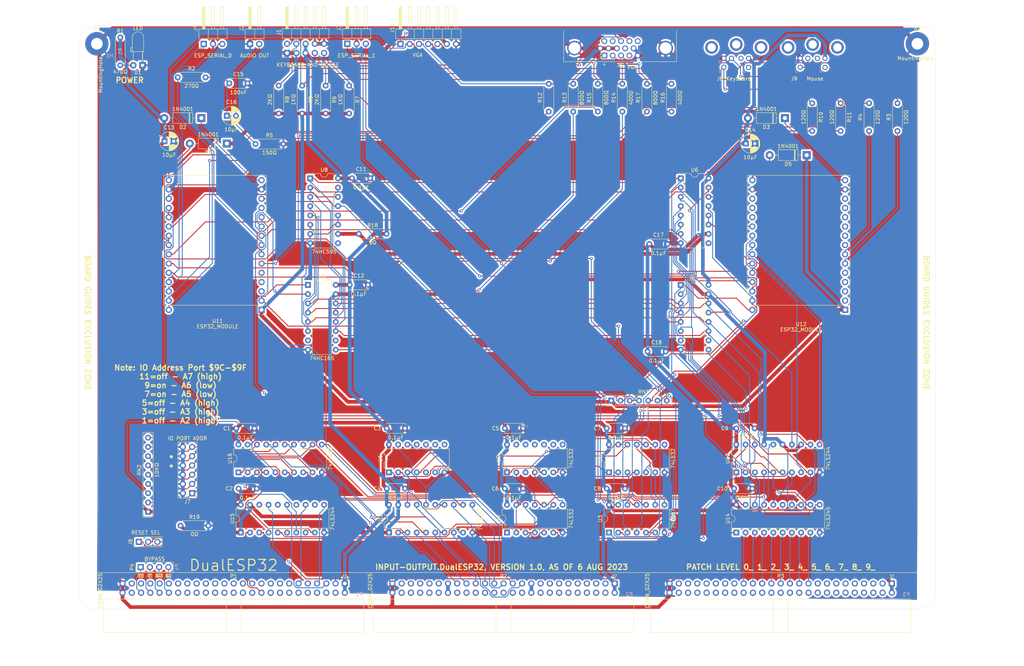
<source format=kicad_pcb>
(kicad_pcb (version 20211014) (generator pcbnew)
  (title_block (date "2023-08-06") (rev "V1.0"))
  (layers (0 "F.Cu" signal) (31 "B.Cu" signal) (34 "B.Paste" user) (35 "F.Paste" user) (36 "B.SilkS" user "B.Silkscreen") (37 "F.SilkS" user "F.Silkscreen") (38 "B.Mask" user) (39 "F.Mask" user) (44 "Edge.Cuts" user))
  (net 0 "")
  (net 1 "GND")
  (net 2 "VCC")
  (net 3 "Net-(D1-Pad2)")
  (net 4 "-12V")
  (net 5 "+12V")
  (net 6 "~{IEO}")
  (net 7 "~{IEI}")
  (net 8 "~{BAO}")
  (net 9 "~{BAI}")
  (net 10 "Net-(C15-Pad1)")
  (net 11 "/bus/E")
  (net 12 "Net-(C16-Pad2)")
  (net 13 "/bus/ST")
  (net 14 "Net-(D2-Pad1)")
  (net 15 "/bus/PHI")
  (net 16 "/bus/~{MREQ}")
  (net 17 "/bus/~{INT2}")
  (net 18 "Net-(D3-Pad1)")
  (net 19 "/bus/~{INT1}")
  (net 20 "/bus/~{BUSACK}")
  (net 21 "/bus/CRUCLK")
  (net 22 "/bus/CLK")
  (net 23 "/bus/CRUOUT")
  (net 24 "/bus/~{INT0}")
  (net 25 "/bus/CRUIN")
  (net 26 "/bus/~{NMI}")
  (net 27 "+3.3V")
  (net 28 "Net-(D4-Pad2)")
  (net 29 "/bus/USER8")
  (net 30 "/bus/~{BUSRQ}")
  (net 31 "/bus/USER7")
  (net 32 "/bus/~{WAIT}")
  (net 33 "/bus/USER6")
  (net 34 "/bus/~{HALT}")
  (net 35 "/bus/USER5")
  (net 36 "/bus/~{RFSH}")
  (net 37 "/bus/USER4")
  (net 38 "/bus/~{EIRQ7}")
  (net 39 "/bus/USER3")
  (net 40 "/bus/~{EIRQ6}")
  (net 41 "/bus/USER2")
  (net 42 "/bus/~{EIRQ5}")
  (net 43 "/bus/USER1")
  (net 44 "/bus/~{EIRQ4}")
  (net 45 "/bus/USER0")
  (net 46 "/bus/~{EIRQ3}")
  (net 47 "/bus/~{EIRQ2}")
  (net 48 "/bus/~{EIRQ1}")
  (net 49 "/bus/~{EIRQ0}")
  (net 50 "/bus/I2C_SCL")
  (net 51 "/bus/I2C_SDA")
  (net 52 "/bus/A15")
  (net 53 "/bus/A31")
  (net 54 "/bus/A14")
  (net 55 "/bus/A30")
  (net 56 "/bus/A13")
  (net 57 "/bus/A29")
  (net 58 "/bus/A12")
  (net 59 "/bus/A28")
  (net 60 "/bus/A11")
  (net 61 "/bus/A27")
  (net 62 "/bus/A10")
  (net 63 "/bus/A26")
  (net 64 "/bus/A9")
  (net 65 "/bus/A25")
  (net 66 "/bus/A8")
  (net 67 "/bus/A24")
  (net 68 "Net-(D5-Pad2)")
  (net 69 "/bus/A23")
  (net 70 "Net-(J1-Pad2)")
  (net 71 "/bus/A22")
  (net 72 "Net-(J1-Pad4)")
  (net 73 "/bus/A21")
  (net 74 "Net-(J1-Pad7)")
  (net 75 "/bus/A20")
  (net 76 "Net-(J1-Pad9)")
  (net 77 "/bus/A19")
  (net 78 "RX1")
  (net 79 "/bus/A18")
  (net 80 "TX1")
  (net 81 "/bus/A17")
  (net 82 "RX")
  (net 83 "/bus/A16")
  (net 84 "/bus/IC3")
  (net 85 "/bus/~{TEND1}")
  (net 86 "/bus/IC2")
  (net 87 "/bus/~{DREQ1}")
  (net 88 "/bus/IC1")
  (net 89 "/bus/~{TEND0}")
  (net 90 "/bus/IC0")
  (net 91 "/bus/~{DREQ0}")
  (net 92 "/bus/AUXCLK1")
  (net 93 "/bus/AUXCLK0")
  (net 94 "/bus/D15")
  (net 95 "/bus/D31")
  (net 96 "/bus/D14")
  (net 97 "/bus/D30")
  (net 98 "/bus/D13")
  (net 99 "/bus/D29")
  (net 100 "/bus/D12")
  (net 101 "/bus/D28")
  (net 102 "/bus/D11")
  (net 103 "/bus/D27")
  (net 104 "/bus/D10")
  (net 105 "/bus/D26")
  (net 106 "/bus/D9")
  (net 107 "/bus/D25")
  (net 108 "/bus/D8")
  (net 109 "/bus/D24")
  (net 110 "TX")
  (net 111 "/bus/D23")
  (net 112 "Net-(J10-Pad3)")
  (net 113 "/bus/D22")
  (net 114 "Net-(J10-Pad4)")
  (net 115 "/bus/D21")
  (net 116 "Net-(J10-Pad5)")
  (net 117 "/bus/D20")
  (net 119 "/bus/D19")
  (net 121 "/bus/D18")
  (net 123 "/bus/D17")
  (net 125 "/bus/D16")
  (net 126 "/bus/~{BUSERR}")
  (net 127 "/bus/UDS")
  (net 128 "/bus/~{VPA}")
  (net 129 "/bus/LDS")
  (net 130 "/bus/~{VMA}")
  (net 131 "/bus/S2")
  (net 132 "/bus/~{BHE}")
  (net 133 "/bus/S1")
  (net 134 "/bus/IPL2")
  (net 135 "/bus/S0")
  (net 136 "/bus/IPL1")
  (net 137 "/bus/AUXCLK3")
  (net 138 "/bus/IPL0")
  (net 139 "/bus/AUXCLK2")
  (net 140 "VGA_HSYNC")
  (net 141 "VGA_VSYNC")
  (net 143 "~{RES_IN}")
  (net 144 "Net-(J6-Pad2)")
  (net 145 "~{RES_OUT}")
  (net 146 "Net-(RN2-Pad4)")
  (net 147 "Net-(RN2-Pad5)")
  (net 148 "Net-(RN2-Pad6)")
  (net 149 "Net-(RN2-Pad7)")
  (net 150 "Net-(RN2-Pad8)")
  (net 151 "Net-(RN2-Pad9)")
  (net 152 "~{RD}")
  (net 153 "~{WR}")
  (net 154 "~{IORQ}")
  (net 155 "~{M1}")
  (net 156 "A7")
  (net 157 "A6")
  (net 158 "A5")
  (net 159 "A4")
  (net 160 "A3")
  (net 161 "A2")
  (net 162 "A1")
  (net 163 "A0")
  (net 164 "D7")
  (net 165 "D6")
  (net 166 "D5")
  (net 167 "D4")
  (net 168 "D3")
  (net 169 "D2")
  (net 170 "D1")
  (net 171 "D0")
  (net 172 "AUDIO")
  (net 173 "MSEDAT")
  (net 174 "MSECLK")
  (net 175 "KBDCLK")
  (net 176 "KBDDAT")
  (net 177 "VGA_R1")
  (net 178 "VGA_R0")
  (net 179 "VGA_G1")
  (net 180 "VGA_G0")
  (net 181 "VGA_B1")
  (net 182 "VGA_B0")
  (net 183 "ONE")
  (net 184 "ZERO")
  (net 185 "ESP1_IN")
  (net 186 "~{ESP1_RD}")
  (net 187 "~{ESP0_RD}")
  (net 188 "~{ESP1_WR}")
  (net 189 "~{ESP0_WR}")
  (net 190 "ESP0_IN")
  (net 191 "Net-(RN2-Pad2)")
  (net 192 "Net-(RN2-Pad3)")
  (net 193 "bA0")
  (net 194 "Net-(U1-Pad2)")
  (net 195 "Net-(U1-Pad4)")
  (net 202 "Net-(U1-Pad12)")
  (net 203 "bA1")
  (net 204 "Net-(U2-Pad2)")
  (net 205 "~{ESP_RD}")
  (net 206 "Net-(U2-Pad4)")
  (net 207 "~{ESP_WR}")
  (net 214 "Net-(U3-Pad1)")
  (net 215 "Net-(U3-Pad3)")
  (net 216 "Net-(U3-Pad5)")
  (net 217 "Net-(U3-Pad9)")
  (net 218 "Net-(U3-Pad11)")
  (net 219 "Net-(U3-Pad13)")
  (net 220 "~{CS_ESP}")
  (net 221 "Net-(U4-Pad3)")
  (net 222 "~{bRD}")
  (net 223 "Net-(U10-Pad1)")
  (net 224 "~{bWR}")
  (net 225 "bD1")
  (net 226 "bD2")
  (net 227 "bD3")
  (net 228 "bD4")
  (net 229 "bD5")
  (net 230 "bD6")
  (net 231 "bD7")
  (net 233 "ESP1_OUTCLK")
  (net 234 "ESP1_OUT")
  (net 235 "bD0")
  (net 236 "ESP1_INCLK")
  (net 240 "ESP0_OUTCLK")
  (net 241 "ESP0_OUT")
  (net 242 "ESP0_INCLK")
  (net 245 "ESP0_RDYO")
  (net 246 "ESP0_BUSY")
  (net 247 "ESP0_SPAREO")
  (net 248 "ESP1_RDYO")
  (net 249 "ESP1_BUSY")
  (net 266 "bA7")
  (net 267 "bA6")
  (net 268 "bA5")
  (net 269 "bA4")
  (net 270 "bA3")
  (net 271 "bA2")
  (net 274 "~{bM1}")
  (net 276 "~{bIORQ}")
  (footprint "Connector_IDC:IDC-Header_2x25_P2.54mm_Horizontal" (layer "F.Cu") (at 108 223 -90)
    (fp_text reference "P1")
    (fp_text value "CONN_02X25")
  )
  (footprint "Connector_IDC:IDC-Header_2x25_P2.54mm_Horizontal" (layer "F.Cu") (at 182 223 -90)
    (fp_text reference "P2")
    (fp_text value "CONN_02X25")
  )
  (footprint "MountingHole:MountingHole_3.2mm_M3_Pad" (layer "F.Cu") (at 40 75)
    (fp_text reference "H1")
    (fp_text value "MountingHole")
  )
  (footprint "MountingHole:MountingHole_3.2mm_M3_Pad" (layer "F.Cu") (at 265 75)
    (fp_text reference "H2")
    (fp_text value "MountingHole")
  )
  (footprint "Connector_IDC:IDC-Header_2x25_P2.54mm_Horizontal" (layer "F.Cu") (at 258 223 -90)
    (fp_text reference "P3")
    (fp_text value "CONN_02X25")
  )
  (footprint "LED_THT:LED_D3.0mm_Horizontal_O3.81mm_Z2.0mm" (layer "F.Cu") (at 52.526 80.902 180)
    (fp_text reference "D1")
    (fp_text value "LED")
  )
  (footprint "Resistor_THT:R_Axial_DIN0207_L6.3mm_D2.5mm_P7.62mm_Horizontal" (layer "F.Cu") (at 46.43 73.282 -90)
    (fp_text reference "R1")
    (fp_text value "470Ω")
  )
  (footprint "Connector_PinHeader_2.54mm:PinHeader_1x04_P2.54mm_Vertical" (layer "F.Cu") (at 52 218.5 90)
    (fp_text reference "P4")
    (fp_text value "BYPASS")
  )
  (footprint "Package_DIP:DIP-16_W7.62mm" (layer "F.Cu") (at 97.875 141.115)
    (fp_text reference "U9")
    (fp_text value "74HC165")
  )
  (footprint "Resistor_THT:R_Array_SIP9" (layer "F.Cu") (at 54.05 203.33 90)
    (fp_text reference "RN2")
    (fp_text value "10KΩ")
  )
  (footprint "Resistor_THT:R_Axial_DIN0207_L6.3mm_D2.5mm_P7.62mm_Horizontal" (layer "F.Cu") (at 96.2987 86.49 -90)
    (fp_text reference "R9")
    (fp_text value "1KΩ")
  )
  (footprint "Capacitor_THT:C_Disc_D5.0mm_W2.5mm_P5.00mm" (layer "F.Cu") (at 190.996 159.388)
    (fp_text reference "C18")
    (fp_text value "0.1µF")
  )
  (footprint "Capacitor_THT:C_Disc_D5.0mm_W2.5mm_P5.00mm" (layer "F.Cu") (at 191.504 129.924)
    (fp_text reference "C17")
    (fp_text value "0.1µF")
  )
  (footprint "Connector_PinHeader_2.54mm:PinHeader_1x03_P2.54mm_Horizontal" (layer "F.Cu") (at 69.305 75.06 90)
    (fp_text reference "J4")
    (fp_text value "ESP_SERIAL_0")
  )
  (footprint "Resistor_THT:R_Axial_DIN0207_L6.3mm_D2.5mm_P7.62mm_Horizontal" (layer "F.Cu") (at 236.168 91.316 -90)
    (fp_text reference "R10")
    (fp_text value "120Ω")
  )
  (footprint "Capacitor_THT:C_Disc_D5.0mm_W2.5mm_P5.00mm" (layer "F.Cu") (at 151.88 180.47)
    (fp_text reference "C5")
    (fp_text value "0.1µF")
  )
  (footprint "Resistor_THT:R_Axial_DIN0207_L6.3mm_D2.5mm_P7.62mm_Horizontal" (layer "F.Cu") (at 89.864 86.49 -90)
    (fp_text reference "R8")
    (fp_text value "2KΩ")
  )
  (footprint "Resistor_THT:R_Axial_DIN0207_L6.3mm_D2.5mm_P7.62mm_Horizontal" (layer "F.Cu") (at 102.7333 86.49 -90)
    (fp_text reference "R6")
    (fp_text value "2KΩ")
  )
  (footprint "Resistor_THT:R_Axial_DIN0207_L6.3mm_D2.5mm_P7.62mm_Horizontal" (layer "F.Cu") (at 259.536 98.936 90)
    (fp_text reference "R3")
    (fp_text value "120Ω")
  )
  (footprint "Package_DIP:DIP-20_W7.62mm" (layer "F.Cu") (at 120.095 209.035 90)
    (fp_text reference "U13")
    (fp_text value "74LS244")
  )
  (footprint "Capacitor_THT:C_Disc_D5.0mm_W2.5mm_P5.00mm" (layer "F.Cu") (at 78.855 196.98)
    (fp_text reference "C2")
    (fp_text value "0.1µF")
  )
  (footprint "Connector_PinHeader_2.54mm:PinHeader_1x03_P2.54mm_Horizontal" (layer "F.Cu") (at 108.675 74.99 90)
    (fp_text reference "J3")
    (fp_text value "ESP_SERIAL_1")
  )
  (footprint "Capacitor_THT:C_Disc_D5.0mm_W2.5mm_P5.00mm" (layer "F.Cu") (at 151.88 196.98)
    (fp_text reference "C6")
    (fp_text value "0.1µF")
  )
  (footprint "Package_DIP:DIP-14_W7.62mm" (layer "F.Cu") (at 180.415 192.535 90)
    (fp_text reference "U5")
    (fp_text value "74LS32")
  )
  (footprint "Connector_PinHeader_2.54mm:PinHeader_1x03_P2.54mm_Vertical" (layer "F.Cu") (at 51.525 211.585 90)
    (fp_text reference "J6")
    (fp_text value "RESET SEL")
  )
  (footprint "Capacitor_THT:CP_Radial_D5.0mm_P2.50mm" (layer "F.Cu") (at 75.64 94.745)
    (fp_text reference "C16")
    (fp_text value "10µF")
  )
  (footprint "Resistor_THT:R_Axial_DIN0207_L6.3mm_D2.5mm_P7.62mm_Horizontal" (layer "F.Cu") (at 170.636 93.602 90)
    (fp_text reference "R13")
    (fp_text value "800Ω")
  )
  (footprint "Capacitor_THT:C_Disc_D5.0mm_W2.5mm_P5.00mm" (layer "F.Cu") (at 78.22 180.47)
    (fp_text reference "C1")
    (fp_text value "0.1µF")
  )
  (footprint "Diode_THT:D_DO-41_SOD81_P10.16mm_Horizontal" (layer "F.Cu") (at 234.644 105.54 180)
    (fp_text reference "D5")
    (fp_text value "1N4001")
  )
  (footprint "Resistor_THT:R_Axial_DIN0207_L6.3mm_D2.5mm_P7.62mm_Horizontal" (layer "F.Cu") (at 251.7467 98.936 90)
    (fp_text reference "R4")
    (fp_text value "120Ω")
  )
  (footprint "Package_DIP:DIP-16_W7.62mm" (layer "F.Cu") (at 200.11 111.905)
    (fp_text reference "U6")
    (fp_text value "74HC595")
  )
  (footprint "Capacitor_THT:CP_Radial_D5.0mm_P2.50mm" (layer "F.Cu") (at 58.5599 101.73)
    (fp_text reference "C13")
    (fp_text value "10µF")
  )
  (footprint "Resistor_THT:R_Axial_DIN0207_L6.3mm_D2.5mm_P7.62mm_Horizontal" (layer "F.Cu") (at 111.835 127.13)
    (fp_text reference "R18")
    (fp_text value "0Ω")
  )
  (footprint "Capacitor_THT:CP_Radial_D5.0mm_P2.50mm" (layer "F.Cu") (at 217.9449 102.365)
    (fp_text reference "C14")
    (fp_text value "10µF")
  )
  (footprint "Resistor_THT:R_Axial_DIN0207_L6.3mm_D2.5mm_P7.62mm_Horizontal" (layer "F.Cu") (at 83.514 102.492)
    (fp_text reference "R5")
    (fp_text value "150Ω")
  )
  (footprint "Resistor_THT:R_Axial_DIN0207_L6.3mm_D2.5mm_P7.62mm_Horizontal" (layer "F.Cu") (at 243.9573 91.316 -90)
    (fp_text reference "R11")
    (fp_text value "120Ω")
  )
  (footprint "Diode_THT:D_DO-41_SOD81_P10.16mm_Horizontal" (layer "F.Cu") (at 75.64 102.365 180)
    (fp_text reference "D4")
    (fp_text value "1N4001")
  )
  (footprint "CUSTOM:mini_din" (layer "F.Cu") (at 214.705 85.7859)
    (fp_text reference "J8")
    (fp_text value "Keyboard")
  )
  (footprint "Package_DIP:DIP-16_W7.62mm" (layer "F.Cu") (at 200.11 141.115)
    (fp_text reference "U7")
    (fp_text value "74HC165")
  )
  (footprint "Capacitor_THT:C_Disc_D5.0mm_W2.5mm_P5.00mm" (layer "F.Cu") (at 109.335 141.1)
    (fp_text reference "C12")
    (fp_text value "0.1µF")
  )
  (footprint "Package_DIP:DIP-14_W7.62mm" (layer "F.Cu") (at 120.085 192.525 90)
    (fp_text reference "U1")
    (fp_text value "74LS04")
  )
  (footprint "Connector_PinHeader_2.54mm:PinHeader_1x02_P2.54mm_Horizontal" (layer "F.Cu") (at 81.99 75.06 90)
    (fp_text reference "J2")
    (fp_text value "AUDIO OUT")
  )
  (footprint "Diode_THT:D_DO-41_SOD81_P10.16mm_Horizontal" (layer "F.Cu") (at 228.675 95.38 180)
    (fp_text reference "D3")
    (fp_text value "1N4001")
  )
  (footprint "Resistor_THT:R_Axial_DIN0207_L6.3mm_D2.5mm_P7.62mm_Horizontal" (layer "F.Cu") (at 62.178 84.204)
    (fp_text reference "R2")
    (fp_text value "270Ω")
  )
  (footprint "Resistor_THT:R_Axial_DIN0207_L6.3mm_D2.5mm_P7.62mm_Horizontal" (layer "F.Cu") (at 109.168 86.49 -90)
    (fp_text reference "R7")
    (fp_text value "1KΩ")
  )
  (footprint "Capacitor_THT:C_Disc_D5.0mm_W2.5mm_P5.00mm" (layer "F.Cu") (at 119.495 180.47)
    (fp_text reference "C3")
    (fp_text value "0.1µF")
  )
  (footprint "CUSTOM:mini_din" (layer "F.Cu") (at 235.66 85.7859)
    (fp_text reference "J9")
    (fp_text value "Mouse")
  )
  (footprint "Package_DIP:DIP-20_W7.62mm" (layer "F.Cu") (at 215.345 192.525 90)
    (fp_text reference "U10")
    (fp_text value "74LS244")
  )
  (footprint "Connector_PinHeader_2.54mm:PinHeader_2x05_P2.54mm_Horizontal" (layer "F.Cu") (at 92.155 77.535 90)
    (fp_text reference "J1")
    (fp_text value "KEYBOARD AND MOUSE")
  )
  (footprint "Package_DIP:DIP-20_W7.62mm" (layer "F.Cu") (at 215.345 209.035 90)
    (fp_text reference "U14")
    (fp_text value "74LS245")
  )
  (footprint "Resistor_THT:R_Axial_DIN0207_L6.3mm_D2.5mm_P7.62mm_Horizontal" (layer "F.Cu") (at 163.905 93.602 90)
    (fp_text reference "R12")
    (fp_text value "400Ω")
  )
  (footprint "Capacitor_THT:C_Disc_D5.0mm_W2.5mm_P5.00mm" (layer "F.Cu") (at 109.97 111.89)
    (fp_text reference "C11")
    (fp_text value "0.1µF")
  )
  (footprint "Package_DIP:DIP-14_W7.62mm" (layer "F.Cu") (at 152.475 192.535 90)
    (fp_text reference "U2")
    (fp_text value "74LS32")
  )
  (footprint "Connector_PinHeader_2.54mm:PinHeader_1x07_P2.54mm_Horizontal" (layer "F.Cu") (at 123.26 75.06 90)
    (fp_text reference "J10")
    (fp_text value "VGA")
  )
  (footprint "Package_DIP:DIP-14_W7.62mm" (layer "F.Cu") (at 152.475 209.045 90)
    (fp_text reference "U4")
    (fp_text value "74LS32")
  )
  (footprint "Package_DIP:DIP-20_W7.62mm" (layer "F.Cu") (at 78.82 192.525 90)
    (fp_text reference "U16")
    (fp_text value "74LS688")
  )
  (footprint "CUSTOM:ESP32_MODULE" (layer "F.Cu") (at 233.12 153.8 180)
    (fp_text reference "U12")
    (fp_text value "ESP32_MODULE")
  )
  (footprint "Package_DIP:DIP-16_W7.62mm" (layer "F.Cu") (at 98.51 111.905)
    (fp_text reference "U8")
    (fp_text value "74HC595")
  )
  (footprint "Resistor_THT:R_Axial_DIN0207_L6.3mm_D2.5mm_P7.62mm_Horizontal" (layer "F.Cu") (at 177.367 93.602 90)
    (fp_text reference "R15")
    (fp_text value "800Ω")
  )
  (footprint "Connector_Dsub:DSUB-15-HD_Female_Horizontal_P2.29x1.98mm_EdgePinOffset3.03mm_Housed_MountingHolesOffset4.94mm" (layer "F.Cu") (at 179.1577 78.235 180)
    (fp_text reference "J5")
    (fp_text value "VGA")
  )
  (footprint "Package_DIP:DIP-14_W7.62mm" (layer "F.Cu") (at 180.415 209.045 90)
    (fp_text reference "U3")
    (fp_text value "74LS07")
  )
  (footprint "Capacitor_THT:C_Disc_D5.0mm_W2.5mm_P5.00mm" (layer "F.Cu") (at 215.38 180.47)
    (fp_text reference "C9")
    (fp_text value "0.1µF")
  )
  (footprint "Diode_THT:D_DO-41_SOD81_P10.16mm_Horizontal" (layer "F.Cu") (at 68.655 95.38 180)
    (fp_text reference "D2")
    (fp_text value "1N4001")
  )
  (footprint "Resistor_THT:R_Axial_DIN0207_L6.3mm_D2.5mm_P7.62mm_Horizontal" (layer "F.Cu") (at 197.56 93.602 90)
    (fp_text reference "R16")
    (fp_text value "400Ω")
  )
  (footprint "Capacitor_THT:C_Disc_D5.0mm_W2.5mm_P5.00mm" (layer "F.Cu") (at 179.82 196.98)
    (fp_text reference "C8")
    (fp_text value "0.1µF")
  )
  (footprint "Capacitor_THT:C_Disc_D5.0mm_W2.5mm_P5.00mm" (layer "F.Cu") (at 214.745 196.98)
    (fp_text reference "C10")
    (fp_text value "0.1µF")
  )
  (footprint "Resistor_THT:R_Axial_DIN0207_L6.3mm_D2.5mm_P7.62mm_Horizontal" (layer "F.Cu") (at 62.94 207.14)
    (fp_text reference "R19")
    (fp_text value "0Ω")
  )
  (footprint "Capacitor_THT:C_Disc_D5.0mm_W2.5mm_P5.00mm" (layer "F.Cu") (at 76.315 85.855)
    (fp_text reference "C15")
    (fp_text value "100nF")
  )
  (footprint "Resistor_THT:R_Axial_DIN0207_L6.3mm_D2.5mm_P7.62mm_Horizontal" (layer "F.Cu") (at 184.098 93.602 90)
    (fp_text reference "R14")
    (fp_text value "400Ω")
  )
  (footprint "Resistor_THT:R_Axial_DIN0207_L6.3mm_D2.5mm_P7.62mm_Horizontal" (layer "F.Cu") (at 190.829 93.602 90)
    (fp_text reference "R17")
    (fp_text value "800Ω")
  )
  (footprint "Resistor_THT:R_Array_SIP7" (layer "F.Cu") (at 181.045 172.85)
    (fp_text reference "RN1")
    (fp_text value "1KΩ")
  )
  (footprint "Capacitor_THT:C_Disc_D5.0mm_W2.5mm_P5.00mm" (layer "F.Cu") (at 119.495 196.98)
    (fp_text reference "C4")
    (fp_text value "0.1µF")
  )
  (footprint "CUSTOM:ESP32_MODULE" (layer "F.Cu") (at 73.1 153.8 180)
    (fp_text reference "U11")
    (fp_text value "ESP32_MODULE")
  )
  (footprint "Package_DIP:DIP-20_W7.62mm" (layer "F.Cu") (at 79.455 209.035 90)
    (fp_text reference "U15")
    (fp_text value "74LS244")
  )
  (footprint "Connector_PinHeader_2.54mm:PinHeader_2x06_P2.54mm_Vertical" (layer "F.Cu") (at 66.12 198.25 180)
    (fp_text reference "J7")
    (fp_text value "IO PORT ADDR")
  )
  (footprint "Capacitor_THT:C_Disc_D5.0mm_W2.5mm_P5.00mm" (layer "F.Cu") (at 179.82 180.47)
    (fp_text reference "C7")
    (fp_text value "0.1µF")
  )
  (gr_line (start 40 220) (end 265 220) (layer "F.SilkS") (width 0.12))
  (gr_line (start 40 230) (end 265 230) (layer "Edge.Cuts") (width 0.05))
  (gr_line (start 270 225) (end 270 75) (layer "Edge.Cuts") (width 0.05))
  (gr_line (start 265 70) (end 40 70) (layer "Edge.Cuts") (width 0.05))
  (gr_line (start 35 75) (end 35 225) (layer "Edge.Cuts") (width 0.05))
  (gr_arc (start 270 225) (mid 268.535534 228.535534) (end 265 230) (layer "Edge.Cuts") (width 0.05))
  (gr_arc (start 40 230) (mid 36.464466 228.535534) (end 35 225) (layer "Edge.Cuts") (width 0.05))
  (gr_arc (start 35 75) (mid 36.464466 71.464466) (end 40 70) (layer "Edge.Cuts") (width 0.05))
  (gr_arc (start 265 70) (mid 268.535534 71.464466) (end 270 75) (layer "Edge.Cuts") (width 0.05))
  (gr_text "BOARD GUIDES EXCLUSION ZONE" (at 267.5 151.5 270) (layer "F.SilkS") (effects (font (size 1.5 1.5) (thickness 0.3))))
  (gr_text "BOARD GUIDES EXCLUSION ZONE" (at 37.5 151.5 270) (layer "F.SilkS") (effects (font (size 1.5 1.5) (thickness 0.3))))
  (gr_text "POWER" (at 49 85) (layer "F.SilkS") (effects (font (size 1.5 1.5) (thickness 0.3))))
  (gr_text "~{IEI}" (at 54.558 221) (layer "F.SilkS") (effects (font (size 0.7 0.7) (thickness 0.175))))
  (gr_text "~{BAO}" (at 57.098 221) (layer "F.SilkS") (effects (font (size 0.7 0.7) (thickness 0.175))))
  (gr_text "~{BAI}" (at 59.638 221) (layer "F.SilkS") (effects (font (size 0.7 0.7) (thickness 0.175))))
  (gr_text "DualESP32" (at 77.5 218) (layer "F.SilkS") (effects (font (size 3 3) (thickness 0.3))))
  (gr_text "~{IEO}" (at 52 221) (layer "F.SilkS") (effects (font (size 0.7 0.7) (thickness 0.175))))
  (gr_text "INPUT-OUTPUT.DualESP32, VERSION 1.0, AS OF 6 AUG 2023" (at 151 218.5) (layer "F.SilkS") (effects (font (size 1.5 1.5) (thickness 0.3))))
  (gr_text "Note: IO Address Port $9C-$9F\n11=off - A7 (high)\n9=on - A6 (low)\n7=on - A5 (low)\n5=off - A4 (high)\n3=off - A3 (high)\n1=off - A2 (high)\n" (at 62.94 171.072) (layer "F.SilkS") (effects (font (size 1.5 1.5) (thickness 0.3))))
  (gr_text "*" (at 60.4 188.725) (layer "F.SilkS") (effects (font (size 1.5 1.5) (thickness 0.3))))
  (gr_text "*" (at 60.4 191.265) (layer "F.SilkS") (effects (font (size 1.5 1.5) (thickness 0.3))))
  (gr_text "PATCH LEVEL 0_ 1_ 2_ 3_ 4_ 5_ 6_ 7_ 8_ 9_" (at 227.5 218.5) (layer "F.SilkS") (effects (font (size 1.5 1.5) (thickness 0.3))))
  (segment (start 178.0127 76.255) (end 177.6285 76.255) (width 1) (layer "F.Cu") (net 1))
  (segment (start 92.155 77.535) (end 90.6049 77.535) (width 1) (layer "F.Cu") (net 1))
  (segment (start 183.3198 181.9702) (end 184.82 180.47) (width 1) (layer "F.Cu") (net 1))
  (segment (start 84.7777 182.0277) (end 122.9373 182.0277) (width 1) (layer "F.Cu") (net 1))
  (segment (start 52.526 80.902) (end 52.526 82.474) (width 1) (layer "F.Cu") (net 1))
  (segment (start 238.205 191.0249) (end 239.7153 189.5146) (width 1) (layer "F.Cu") (net 1))
  (segment (start 75.64 181.74) (end 65.48 181.74) (width 1) (layer "F.Cu") (net 1))
  (segment (start 200.11 158.895) (end 196.489 158.895) (width 1) (layer "F.Cu") (net 1))
  (segment (start 195.655 194.0351) (end 187.7649 194.0351) (width 1) (layer "F.Cu") (net 1))
  (segment (start 180.3027 76.255) (end 178.0127 76.255) (width 1) (layer "F.Cu") (net 1))
  (segment (start 188.3177 78.235) (end 193.9227 78.235) (width 1) (layer "F.Cu") (net 1))
  (segment (start 193.9227 78.235) (end 195.9727 76.185) (width 1) (layer "F.Cu") (net 1))
  (segment (start 232.5092 70.725) (end 191.289 70.725) (width 1) (layer "F.Cu") (net 1))
  (segment (start 47.04 223) (end 40.7 216.66) (width 1) (layer "F.Cu") (net 1))
  (segment (start 200.11 129.685) (end 196.743 129.685) (width 1) (layer "F.Cu") (net 1))
  (segment (start 82.3079 70.725) (end 71.845 70.725) (width 1) (layer "F.Cu") (net 1))
  (segment (start 63.575 183.645) (end 63.575 185.55) (width 1) (layer "F.Cu") (net 1))
  (segment (start 167.715 192.535) (end 167.715 194.0351) (width 1) (layer "F.Cu") (net 1))
  (segment (start 200.1091 198.4892) (end 195.655 194.0351) (width 1) (layer "F.Cu") (net 1))
  (segment (start 153.9352 194.0352) (end 156.88 196.98) (width 1) (layer "F.Cu") (net 1))
  (segment (start 81.99 75.06) (end 81.99 73.5099) (width 1) (layer "F.Cu") (net 1))
  (segment (start 94.695 77.535) (end 92.155 77.535) (width 1) (layer "F.Cu") (net 1))
  (segment (start 239.7153 184.2223) (end 235.963 180.47) (width 1) (layer "F.Cu") (net 1))
  (segment (start 83.5729 71.99) (end 82.3079 70.725) (width 1) (layer "F.Cu") (net 1))
  (segment (start 171.0427 76.255) (end 170.9727 76.185) (width 1) (layer "F.Cu") (net 1))
  (segment (start 111.215 70.725) (end 111.215 73.436) (width 1) (layer "F.Cu") (net 1))
  (segment (start 238.205 191.8914) (end 238.205 191.0249) (width 1) (layer "F.Cu") (net 1))
  (segment (start 155.3798 181.9702) (end 125.9952 181.9702) (width 1) (layer "F.Cu") (net 1))
  (segment (start 90.6049 77.535) (end 86.547 73.4771) (width 1) (layer "F.Cu") (net 1))
  (segment (start 52.526 82.474) (end 49.3 85.7) (width 1) (layer "F.Cu") (net 1))
  (segment (start 59.72 114.95) (end 85.16 114.95) (width 1) (layer "F.Cu") (net 1))
  (segment (start 260.725 70.725) (end 232.5092 70.725) (width 1) (layer "F.Cu") (net 1))
  (segment (start 167.715 195.2074) (end 183.0474 195.2074) (width 1) (layer "F.Cu") (net 1))
  (segment (start 191.289 70.725) (end 111.215 70.725) (width 1) (layer "F.Cu") (net 1))
  (segment (start 218.2358 198.4892) (end 200.1091 198.4892) (width 1) (layer "F.Cu") (net 1))
  (segment (start 166.2149 207.5449) (end 145.9452 207.5449) (width 1) (layer "F.Cu") (net 1))
  (segment (start 99.775 74.995) (end 102.315 74.995) (width 1) (layer "F.Cu") (net 1))
  (segment (start 156.88 180.47) (end 155.3798 181.9702) (width 1) (layer "F.Cu") (net 1))
  (segment (start 211.9288 78.9965) (end 198.7842 78.9965) (width 1) (layer "F.Cu") (net 1))
  (segment (start 145.9452 207.5449) (end 144.4551 209.035) (width 1) (layer "F.Cu") (net 1))
  (segment (start 122.9373 182.0277) (end 124.495 180.47) (width 1) (layer "F.Cu") (net 1))
  (segment (start 47.04 225.54) (end 47.04 227.308) (width 1) (layer "F.Cu") (net 1))
  (segment (start 86.547 73.4771) (end 83.5729 73.4771) (width 1) (layer "F.Cu") (net 1))
  (segment (start 235.963 180.47) (end 220.38 180.47) (width 1) (layer "F.Cu") (net 1))
  (segment (start 44.275 70.725) (end 40 75) (width 1) (layer "F.Cu") (net 1))
  (segment (start 196.489 158.895) (end 195.996 159.388) (width 1) (layer "F.Cu") (net 1))
  (segment (start 156.88 196.98) (end 165.9424 196.98) (width 1) (layer "F.Cu") (net 1))
  (segment (start 219.8348 196.8902) (end 219.745 196.98) (width 1) (layer "F.Cu") (net 1))
  (segment (start 197.04 223) (end 197.04 225.54) (width 1) (layer "F.Cu") (net 1))
  (segment (start 167.715 194.0351) (end 167.715 195.2074) (width 1) (layer "F.Cu") (net 1))
  (segment (start 83.5729 73.4771) (end 83.5729 71.99) (width 1) (layer "F.Cu") (net 1))
  (segment (start 105.4241 73.436) (end 111.215 73.436) (width 1) (layer "F.Cu") (net 1))
  (segment (start 47.04 227.308) (end 49.207 229.475) (width 1) (layer "F.Cu") (net 1))
  (segment (start 238.205 191.8914) (end 238.205 192.525) (width 1) (layer "F.Cu") (net 1))
  (segment (start 47.04 223) (end 47.04 225.54) (width 1) (layer "F.Cu") (net 1))
  (segment (start 121.04 225.54) (end 121.04 228.796) (width 1) (layer "F.Cu") (net 1))
  (segment (start 177.6285 76.255) (end 177.6285 79.3558) (width 1) (layer "F.Cu") (net 1))
  (segment (start 233.8398 196.8902) (end 219.8348 196.8902) (width 1) (layer "F.Cu") (net 1))
  (segment (start 177.6285 76.255) (end 171.0427 76.255) (width 1) (layer "F.Cu") (net 1))
  (segment (start 83.5729 73.4771) (end 83.5401 73.5099) (width 1) (layer "F.Cu") (net 1))
  (segment (start 178.0488 79.7761) (end 186.7766 79.7761) (width 1) (layer "F.Cu") (net 1))
  (segment (start 40.7 75.7) (end 40 75) (width 1) (layer "F.Cu") (net 1))
  (segment (start 177.6285 79.3558) (end 178.0488 79.7761) (width 1) (layer "F.Cu") (net 1))
  (segment (start 169.8477 75.06) (end 170.9727 76.185) (width 1) (layer "F.Cu") (net 1))
  (segment (start 71.845 70.725) (end 71.845 75.06) (width 1) (layer "F.Cu") (net 1))
  (segment (start 219.745 196.98) (end 218.2358 198.4892) (width 1) (layer "F.Cu") (net 1))
  (segment (start 76.91 183.01) (end 75.64 181.74) (width 1) (layer "F.Cu") (net 1))
  (segment (start 135.325 192.525) (end 136.8251 192.525) (width 1) (layer "F.Cu") (net 1))
  (segment (start 83.5401 73.5099) (end 81.99 73.5099) (width 1) (layer "F.Cu") (net 1))
  (segment (start 197.04 226.456) (end 197.04 225.54) (width 1) (layer "F.Cu") (net 1))
  (segment (start 187.7649 194.0351) (end 184.82 196.98) (width 1) (layer "F.Cu") (net 1))
  (segment (start 124.539 196.936) (end 124.495 196.98) (width 1) (layer "F.Cu") (net 1))
  (segment (start 49.3 85.7) (end 40.7 85.7) (width 1) (layer "F.Cu") (net 1))
  (segment (start 182.5927 76.255) (end 180.3027 76.255) (width 1) (layer "F.Cu") (net 1))
  (segment (start 265 75) (end 260.725 70.725) (width 1) (layer "F.Cu") (net 1))
  (segment (start 239.7153 189.5146) (end 239.7153 184.2223) (width 1) (layer "F.Cu") (net 1))
  (segment (start 232.8838 78.9965) (end 232.5092 78.6219) (width 1) (layer "F.Cu") (net 1))
  (segment (start 219.74 114.95) (end 245.18 114.95) (width 1) (layer "F.Cu") (net 1))
  (segment (start 232.5092 78.6219) (end 232.5092 70.725) (width 1) (layer "F.Cu") (net 1))
  (segment (start 114.97 111.89) (end 105.572 102.492) (width 1) (layer "F.Cu") (net 1))
  (segment (start 238.205 192.525) (end 233.8398 196.8902) (width 1) (layer "F.Cu") (net 1))
  (segment (start 83.22 180.47) (end 80.68 183.01) (width 1) (layer "F.Cu") (net 1))
  (segment (start 83.22 180.47) (end 84.7777 182.0277) (width 1) (layer "F.Cu") (net 1))
  (segment (start 111.215 70.725) (end 82.3079 70.725) (width 1) (layer "F.Cu") (net 1))
  (segment (start 138.3353 194.0352) (end 153.9352 194.0352) (width 1) (layer "F.Cu") (net 1))
  (segment (start 40.7 216.66) (end 40.7 85.7) (width 1) (layer "F.Cu") (net 1))
  (segment (start 80.68 183.01) (end 76.91 183.01) (width 1) (layer "F.Cu") (net 1))
  (segment (start 191.289 71.5013) (end 191.289 70.725) (width 1) (layer "F.Cu") (net 1))
  (segment (start 103.8651 74.995) (end 105.4241 73.436) (width 1) (layer "F.Cu") (net 1))
  (segment (start 120.361 229.475) (end 194.021 229.475) (width 1) (layer "F.Cu") (net 1))
  (segment (start 167.715 209.045) (end 166.2149 207.5449) (width 1) (layer "F.Cu") (net 1))
  (segment (start 121.04 228.796) (end 120.361 229.475) (width 1) (layer "F.Cu") (net 1))
  (segment (start 183.0474 195.2074) (end 184.82 196.98) (width 1) (layer "F.Cu") (net 1))
  (segment (start 156.88 180.47) (end 158.3802 181.9702) (width 1) (layer "F.Cu") (net 1))
  (segment (start 195.9727 76.185) (end 191.289 71.5013) (width 1) (layer "F.Cu") (net 1))
  (segment (start 40.7 85.7) (end 40.7 75.7) (width 1) (layer "F.Cu") (net 1))
  (segment (start 102.92 129.685) (end 114.335 141.1) (width 1) (layer "F.Cu") (net 1))
  (segment (start 49.207 229.475) (end 120.361 229.475) (width 1) (layer "F.Cu") (net 1))
  (segment (start 121.04 223) (end 121.04 225.54) (width 1) (layer "F.Cu") (net 1))
  (segment (start 186.7766 79.7761) (end 188.3177 78.235) (width 1) (layer "F.Cu") (net 1))
  (segment (start 136.8251 192.525) (end 138.3353 194.0352) (width 1) (layer "F.Cu") (net 1))
  (segment (start 165.9424 196.98) (end 167.715 195.2074) (width 1) (layer "F.Cu") (net 1))
  (segment (start 142.955 209.035) (end 144.4551 209.035) (width 1) (layer "F.Cu") (net 1))
  (segment (start 102.315 74.995) (end 103.8651 74.995) (width 1) (layer "F.Cu") (net 1))
  (segment (start 158.3802 181.9702) (end 183.3198 181.9702) (width 1) (layer "F.Cu") (net 1))
  (segment (start 130.914 196.936) (end 124.539 196.936) (width 1) (layer "F.Cu") (net 1))
  (segment (start 125.9952 181.9702) (end 124.495 180.47) (width 1) (layer "F.Cu") (net 1))
  (segment (start 198.7842 78.9965) (end 195.9727 76.185) (width 1) (layer "F.Cu") (net 1))
  (segment (start 194.021 229.475) (end 197.04 226.456) (width 1) (layer "F.Cu") (net 1))
  (segment (start 196.743 129.685) (end 196.504 129.924) (width 1) (layer "F.Cu") (net 1))
  (segment (start 105.572 102.492) (end 91.134 102.492) (width 1) (layer "F.Cu") (net 1))
  (segment (start 195.655 192.535) (end 195.655 194.0351) (width 1) (layer "F.Cu") (net 1))
  (segment (start 98.51 129.685) (end 102.92 129.685) (width 1) (layer "F.Cu") (net 1))
  (segment (start 138.5 75.06) (end 169.8477 75.06) (width 1) (layer "F.Cu") (net 1))
  (segment (start 111.215 73.436) (end 111.215 74.99) (width 1) (layer "F.Cu") (net 1))
  (segment (start 65.48 181.74) (end 63.575 183.645) (width 1) (layer "F.Cu") (net 1))
  (segment (start 135.325 192.525) (end 130.914 196.936) (width 1) (layer "F.Cu") (net 1))
  (segment (start 71.845 70.725) (end 44.275 70.725) (width 1) (layer "F.Cu") (net 1))
  (segment (start 89.6339 102.492) (end 89.6339 110.4761) (width 1) (layer "B.Cu") (net 1))
  (segment (start 70.56 201.425) (end 65.48 201.425) (width 1) (layer "B.Cu") (net 1))
  (segment (start 97.975 196.98) (end 83.855 196.98) (width 1) (layer "B.Cu") (net 1))
  (segment (start 101.68 192.525) (end 101.68 193.275) (width 1) (layer "B.Cu") (net 1))
  (segment (start 195.8086 159.2006) (end 195.996 159.388) (width 1) (layer "B.Cu") (net 1))
  (segment (start 195.996 131.7876) (end 195.996 76.2083) (width 1) (layer "B.Cu") (net 1))
  (segment (start 165.3917 180.47) (end 169.2258 184.3041) (width 1) (layer "B.Cu") (net 1))
  (segment (start 63.575 193.17) (end 63.575 190.63) (width 1) (layer "B.Cu") (net 1))
  (segment (start 195.655 192.535) (end 195.655 194.0351) (width 1) (layer "B.Cu") (net 1))
  (segment (start 82.194 195.319) (end 77.5445 195.319) (width 1) (layer "B.Cu") (net 1))
  (segment (start 167.715 192.535) (end 167.715 194.0351) (width 1) (layer "B.Cu") (net 1))
  (segment (start 228.96 88.9264) (end 228.96 82.9203) (width 1) (layer "B.Cu") (net 1))
  (segment (start 114.335 141.1) (end 124.495 151.26) (width 1) (layer "B.Cu") (net 1))
  (segment (start 92.155 77.535) (end 92.155 79.0851) (width 1) (layer "B.Cu") (net 1))
  (segment (start 187.1727 76.255) (end 188.3177 77.4) (width 1) (layer "B.Cu") (net 1))
  (segment (start 103.8252 196.1703) (end 101.68 194.0251) (width 1) (layer "B.Cu") (net 1))
  (segment (start 220.8846 97.0018) (end 228.96 88.9264) (width 1) (layer "B.Cu") (net 1))
  (segment (start 102.315 207.5349) (end 103.8252 206.0247) (width 1) (layer "B.Cu") (net 1))
  (segment (start 221.3243 113.3657) (end 221.3243 102.8047) (width 1) (layer "B.Cu") (net 1))
  (segment (start 197.2135 204.3223) (end 195.655 205.8808) (width 1) (layer "B.Cu") (net 1))
  (segment (start 238.205 192.525) (end 238.205 194.0251) (width 1) (layer "B.Cu") (net 1))
  (segment (start 61.709 112.961) (end 61.709 102.3791) (width 1) (layer "B.Cu") (net 1))
  (segment (start 63.575 198.25) (end 63.575 195.71) (width 1) (layer "B.Cu") (net 1))
  (segment (start 195.655 194.0351) (end 197.2135 195.5936) (width 1) (layer "B.Cu") (net 1))
  (segment (start 167.715 207.5449) (end 169.2301 206.0298) (width 1) (layer "B.Cu") (net 1))
  (segment (start 91.134 102.492) (end 89.6339 102.492) (width 1) (layer "B.Cu") (net 1))
  (segment (start 195.996 76.2083) (end 195.9727 76.185) (width 1) (layer "B.Cu") (net 1))
  (segment (start 89.6339 110.4761) (end 85.16 114.95) (width 1) (layer "B.Cu") (net 1))
  (segment (start 228.96 82.9203) (end 232.8838 78.9965) (width 1) (layer "B.Cu") (net 1))
  (segment (start 101.68 193.275) (end 97.975 196.98) (width 1) (layer "B.Cu") (net 1))
  (segment (start 195.655 205.8808) (end 195.655 207.5449) (width 1) (layer "B.Cu") (net 1))
  (segment (start 167.715 192.535) (end 167.715 191.0349) (width 1) (layer "B.Cu") (net 1))
  (segment (start 167.715 209.045) (end 167.715 207.5449) (width 1) (layer "B.Cu") (net 1))
  (segment (start 65.48 201.425) (end 63.575 199.52) (width 1) (layer "B.Cu") (net 1))
  (segment (start 91.2599 79.0851) (end 92.155 79.0851) (width 1) (layer "B.Cu") (net 1))
  (segment (start 239.7224 195.5425) (end 239.7224 206.0175) (width 1) (layer "B.Cu") (net 1))
  (segment (start 103.8252 206.0247) (end 103.8252 196.1703) (width 1) (layer "B.Cu") (net 1))
  (segment (start 169.2301 195.5502) (end 167.715 194.0351) (width 1) (layer "B.Cu") (net 1))
  (segment (start 70.56 207.14) (end 70.56 201.425) (width 1) (layer "B.Cu") (net 1))
  (segment (start 77.2555 195.608) (end 70.56 195.608) (width 1) (layer "B.Cu") (net 1))
  (segment (start 70.56 201.425) (end 70.56 195.608) (width 1) (layer "B.Cu") (net 1))
  (segment (start 156.88 180.47) (end 165.3917 180.47) (width 1) (layer "B.Cu") (net 1))
  (segment (start 124.495 151.26) (end 124.495 180.47) (width 1) (layer "B.Cu") (net 1))
  (segment (start 97.875 158.895) (end 97.875 160.3951) (width 1) (layer "B.Cu") (net 1))
  (segment (start 221.3243 102.8047) (end 220.8846 102.365) (width 1) (layer "B.Cu") (net 1))
  (segment (start 82.9133 87.4317) (end 91.2599 79.0851) (width 1) (layer "B.Cu") (net 1))
  (segment (start 77.5445 195.319) (end 77.2555 195.608) (width 1) (layer "B.Cu") (net 1))
  (segment (start 81.315 85.855) (end 82.8917 87.4317) (width 1) (layer "B.Cu") (net 1))
  (segment (start 83.22 175.0501) (end 83.22 180.47) (width 1) (layer "B.Cu") (net 1))
  (segment (start 238.205 194.0251) (end 239.7224 195.5425) (width 1) (layer "B.Cu") (net 1))
  (segment (start 238.205 209.035) (end 238.205 207.5349) (width 1) (layer "B.Cu") (net 1))
  (segment (start 195.655 221.615) (end 197.04 223) (width 1) (layer "B.Cu") (net 1))
  (segment (start 195.996 130.432) (end 195.996 131.7876) (width 1) (layer "B.Cu") (net 1))
  (segment (start 219.74 114.95) (end 221.3243 113.3657) (width 1) (layer "B.Cu") (net 1))
  (segment (start 82.9133 95.7714) (end 82.9133 87.4317) (width 1) (layer "B.Cu") (net 1))
  (segment (start 59.72 114.95) (end 61.709 112.961) (width 1) (layer "B.Cu") (net 1))
  (segment (start 63.575 199.52) (end 63.575 198.25) (width 1) (layer "B.Cu") (net 1))
  (segment (start 169.2258 189.5241) (end 167.715 191.0349) (width 1) (layer "B.Cu") (net 1))
  (segment (start 239.7224 206.0175) (end 238.205 207.5349) (width 1) (layer "B.Cu") (net 1))
  (segment (start 63.575 190.63) (end 63.575 188.09) (width 1) (layer "B.Cu") (net 1))
  (segment (start 195.8086 131.975) (end 195.8086 159.2006) (width 1) (layer "B.Cu") (net 1))
  (segment (start 196.504 129.924) (end 195.996 130.432) (width 1) (layer "B.Cu") (net 1))
  (segment (start 102.315 209.035) (end 102.315 207.5349) (width 1) (layer "B.Cu") (net 1))
  (segment (start 197.2135 195.5936) (end 197.2135 204.3223) (width 1) (layer "B.Cu") (net 1))
  (segment (start 195.655 209.045) (end 195.655 207.5449) (width 1) (layer "B.Cu") (net 1))
  (segment (start 61.709 102.3791) (end 61.0599 101.73) (width 1) (layer "B.Cu") (net 1))
  (segment (start 63.575 195.71) (end 63.575 193.17) (width 1) (layer "B.Cu") (net 1))
  (segment (start 220.8846 102.365) (end 220.8846 97.0018) (width 1) (layer "B.Cu") (net 1))
  (segment (start 82.8917 87.4317) (end 82.9133 87.4317) (width 1) (layer "B.Cu") (net 1))
  (segment (start 101.68 193.275) (end 101.68 194.0251) (width 1) (layer "B.Cu") (net 1))
  (segment (start 97.875 160.3951) (end 83.22 175.0501) (width 1) (layer "B.Cu") (net 1))
  (segment (start 169.2258 184.3041) (end 169.2258 189.5241) (width 1) (layer "B.Cu") (net 1))
  (segment (start 89.6339 102.492) (end 82.9133 95.7714) (width 1) (layer "B.Cu") (net 1))
  (segment (start 188.3177 77.4) (end 188.3177 78.235) (width 1) (layer "B.Cu") (net 1))
  (segment (start 83.855 196.98) (end 82.194 195.319) (width 1) (layer "B.Cu") (net 1))
  (segment (start 63.575 188.09) (end 63.575 185.55) (width 1) (layer "B.Cu") (net 1))
  (segment (start 169.2301 206.0298) (end 169.2301 195.5502) (width 1) (layer "B.Cu") (net 1))
  (segment (start 195.655 209.045) (end 195.655 221.615) (width 1) (layer "B.Cu") (net 1))
  (segment (start 220.4449 102.365) (end 220.8846 102.365) (width 1) (layer "B.Cu") (net 1))
  (segment (start 195.996 131.7876) (end 195.8086 131.975) (width 1) (layer "B.Cu") (net 1))
  (segment (start 76.0399 203.33) (end 54.05 203.33) (width 1) (layer "F.Cu") (net 2))
  (segment (start 77.9549 201.415) (end 76.0399 203.33) (width 1) (layer "F.Cu") (net 2))
  (segment (start 239.0141 204.0141) (end 217.9441 204.0141) (width 1) (layer "F.Cu") (net 2))
  (segment (start 181.9575 202.9675) (end 212.2924 202.9675) (width 1) (layer "F.Cu") (net 2))
  (segment (start 151.88 178.9215) (end 151.88 180.47) (width 1) (layer "F.Cu") (net 2))
  (segment (start 119.495 178.9215) (end 119.495 180.47) (width 1) (layer "F.Cu") (net 2))
  (segment (start 135.96 75.06) (end 134.3698 73.4698) (width 1) (layer "F.Cu") (net 2))
  (segment (start 79.7685 178.9215) (end 119.495 178.9215) (width 1) (layer "F.Cu") (net 2))
  (segment (start 46.43 176.66) (end 46.43 113.8599) (width 1) (layer "F.Cu") (net 2))
  (segment (start 204.8978 127.4371) (end 200.9107 131.4242) (width 1) (layer "F.Cu") (net 2))
  (segment (start 106.13 111.905) (end 109.955 111.905) (width 1) (layer "F.Cu") (net 2))
  (segment (start 118.5848 187.9053) (end 118.5848 196.0698) (width 1) (layer "F.Cu") (net 2))
  (segment (start 46.43 179.2) (end 46.43 176.66) (width 1) (layer "F.Cu") (net 2))
  (segment (start 134.3698 73.4698) (end 122.1437 73.4698) (width 1) (layer "F.Cu") (net 2))
  (segment (start 105.495 141.115) (end 109.32 141.115) (width 1) (layer "F.Cu") (net 2))
  (segment (start 54.05 203.33) (end 45.795 195.075) (width 1) (layer "F.Cu") (net 2))
  (segment (start 258 223) (end 239.0141 204.0141) (width 1) (layer "F.Cu") (net 2))
  (segment (start 70.288765 176.66) (end 46.43 176.66) (width 1) (layer "F.Cu") (net 2))
  (segment (start 116.5179 79.0956) (end 98.7956 79.0956) (width 1) (layer "F.Cu") (net 2))
  (segment (start 151.88 178.9215) (end 178.2715 178.9215) (width 1) (layer "F.Cu") (net 2))
  (segment (start 193.0042 131.4242) (end 191.504 129.924) (width 1) (layer "F.Cu") (net 2))
  (segment (start 119.455 127.13) (end 116.0076 127.13) (width 1) (layer "F.Cu") (net 2))
  (segment (start 116.0076 127.13) (end 115.1667 127.9709) (width 1) (layer "F.Cu") (net 2))
  (segment (start 46.43 113.8599) (end 58.5599 101.73) (width 1) (layer "F.Cu") (net 2))
  (segment (start 119.495 178.9215) (end 151.88 178.9215) (width 1) (layer "F.Cu") (net 2))
  (segment (start 118.5848 196.0698) (end 119.495 196.98) (width 1) (layer "F.Cu") (net 2))
  (segment (start 120.085 184.905) (end 120.085 186.4051) (width 1) (layer "F.Cu") (net 2))
  (segment (start 213.8448 187.9053) (end 213.8448 196.0798) (width 1) (layer "F.Cu") (net 2))
  (segment (start 45.795 179.835) (end 46.43 179.2) (width 1) (layer "F.Cu") (net 2))
  (segment (start 74.098765 180.47) (end 70.288765 176.66) (width 1) (layer "F.Cu") (net 2))
  (segment (start 120.085 186.4051) (end 118.5848 187.9053) (width 1) (layer "F.Cu") (net 2))
  (segment (start 215.345 201.415) (end 213.8449 201.415) (width 1) (layer "F.Cu") (net 2))
  (segment (start 215.345 184.905) (end 215.345 186.4051) (width 1) (layer "F.Cu") (net 2))
  (segment (start 79.455 201.415) (end 77.9549 201.415) (width 1) (layer "F.Cu") (net 2))
  (segment (start 45.795 195.075) (end 45.795 179.835) (width 1) (layer "F.Cu") (net 2))
  (segment (start 98.7956 79.0956) (end 97.235 77.535) (width 1) (layer "F.Cu") (net 2))
  (segment (start 213.8448 196.0798) (end 214.745 196.98) (width 1) (layer "F.Cu") (net 2))
  (segment (start 215.345 180.505) (end 215.38 180.47) (width 1) (layer "F.Cu") (net 2))
  (segment (start 122.1437 73.4698) (end 116.5179 79.0956) (width 1) (layer "F.Cu") (net 2))
  (segment (start 212.2924 202.9675) (end 213.8449 201.415) (width 1) (layer "F.Cu") (net 2))
  (segment (start 215.345 184.905) (end 215.345 180.505) (width 1) (layer "F.Cu") (net 2))
  (segment (start 178.2715 178.9215) (end 179.82 180.47) (width 1) (layer "F.Cu") (net 2))
  (segment (start 180.415 201.425) (end 181.9575 202.9675) (width 1) (layer "F.Cu") (net 2))
  (segment (start 215.345 186.4051) (end 213.8448 187.9053) (width 1) (layer "F.Cu") (net 2))
  (segment (start 78.22 180.47) (end 74.098765 180.47) (width 1) (layer "F.Cu") (net 2))
  (segment (start 109.955 111.905) (end 109.97 111.89) (width 1) (layer "F.Cu") (net 2))
  (segment (start 78.22 180.47) (end 79.7685 178.9215) (width 1) (layer "F.Cu") (net 2))
  (segment (start 217.9441 204.0141) (end 215.345 201.415) (width 1) (layer "F.Cu") (net 2))
  (segment (start 200.9107 131.4242) (end 193.0042 131.4242) (width 1) (layer "F.Cu") (net 2))
  (segment (start 109.32 141.115) (end 109.335 141.1) (width 1) (layer "F.Cu") (net 2))
  (via (at 204.8978 127.4371) (size 0.8) (drill 0.4) (layers "F.Cu" "B.Cu") (net 2))
  (via (at 115.1667 127.9709) (size 0.8) (drill 0.4) (layers "F.Cu" "B.Cu") (net 2))
  (segment (start 58.495 95.38) (end 58.495 96.28) (width 1) (layer "B.Cu") (net 2))
  (segment (start 120.095 202.0486) (end 119.495 201.4486) (width 1) (layer "B.Cu") (net 2))
  (segment (start 180.415 186.4151) (end 178.9133 187.9168) (width 1) (layer "B.Cu") (net 2))
  (segment (start 152.475 186.4151) (end 150.9748 187.9153) (width 1) (layer "B.Cu") (net 2))
  (segment (start 180.415 184.1649) (end 180.415 183.4149) (width 1) (layer "B.Cu") (net 2))
  (segment (start 207.0797 175.9151) (end 190.996 159.8314) (width 1) (layer "B.Cu") (net 2))
  (segment (start 109.335 133.8026) (end 115.1667 127.9709) (width 1) (layer "B.Cu") (net 2))
  (segment (start 178.9133 196.0733) (end 179.82 196.98) (width 1) (layer "B.Cu") (net 2))
  (segment (start 58.495 96.28) (end 48.158 85.943) (width 1) (layer "B.Cu") (net 2))
  (segment (start 152.475 184.915) (end 152.475 181.065) (width 1) (layer "B.Cu") (net 2))
  (segment (start 207.73 141.115) (end 207.73 139.6149) (width 1) (layer "B.Cu") (net 2))
  (segment (start 79.455 201.415) (end 79.455 197.58) (width 1) (layer "B.Cu") (net 2))
  (segment (start 180.415 202.0586) (end 180.415 201.425) (width 1) (layer "B.Cu") (net 2))
  (segment (start 78.82 183.4049) (end 78.22 182.8049) (width 1) (layer "B.Cu") (net 2))
  (segment (start 218.515 96.28) (end 218.515 95.38) (width 1) (layer "B.Cu") (net 2))
  (segment (start 180.415 183.4149) (end 179.82 182.8199) (width 1) (layer "B.Cu") (net 2))
  (segment (start 214.745 199.3149) (end 214.745 196.98) (width 1) (layer "B.Cu") (net 2))
  (segment (start 108 225.54) (end 108 223) (width 1) (layer "B.Cu") (net 2))
  (segment (start 119.495 180.47) (end 109.335 170.31) (width 1) (layer "B.Cu") (net 2))
  (segment (start 178.8735 219.8735) (end 178.8735 204.4666) (width 1) (layer "B.Cu") (net 2))
  (segment (start 217.9449 97.7502) (end 218.515 97.1801) (width 1) (layer "B.Cu") (net 2))
  (segment (start 180.415 202.0586) (end 180.415 202.9251) (width 1) (layer "B.Cu") (net 2))
  (segment (start 206.1822 127.4371) (end 204.8978 127.4371) (width 1) (layer "B.Cu") (net 2))
  (segment (start 97.235 79.0851) (end 97.8774 79.7275) (width 1) (layer "B.Cu") (net 2))
  (segment (start 221.5774 80.4773) (end 229.3226 72.7321) (width 1) (layer "B.Cu") (net 2))
  (segment (start 97.235 77.535) (end 97.235 79.0851) (width 1) (layer "B.Cu") (net 2))
  (segment (start 97.8774 79.7275) (end 97.8774 102.1523) (width 1) (layer "B.Cu") (net 2))
  (segment (start 97.8774 102.1523) (end 106.13 110.4049) (width 1) (layer "B.Cu") (net 2))
  (segment (start 152.475 181.065) (end 151.88 180.47) (width 1) (layer "B.Cu") (net 2))
  (segment (start 58.495 96.28) (end 58.495 97.1801) (width 1) (layer "B.Cu") (net 2))
  (segment (start 182 223) (end 178.8735 219.8735) (width 1) (layer "B.Cu") (net 2))
  (segment (start 108 223) (end 108 215.0101) (width 1) (layer "B.Cu") (net 2))
  (segment (start 152.475 184.915) (end 152.475 186.4151) (width 1) (layer "B.Cu") (net 2))
  (segment (start 152.475 201.425) (end 152.475 197.575) (width 1) (layer "B.Cu") (net 2))
  (segment (start 207.73 111.905) (end 206.1822 113.4528) (width 1) (layer "B.Cu") (net 2))
  (segment (start 119.455 127.13) (end 119.455 121.375) (width 1) (layer "B.Cu") (net 2))
  (segment (start 120.085 181.06) (end 119.495 180.47) (width 1) (layer "B.Cu") (net 2))
  (segment (start 109.335 170.31) (end 109.335 141.1) (width 1) (layer "B.Cu") (net 2))
  (segment (start 120.095 201.415) (end 120.095 202.0486) (width 1) (layer "B.Cu") (net 2))
  (segment (start 217.9449 102.365) (end 216.4448 102.365) (width 1) (layer "B.Cu") (net 2))
  (segment (start 215.345 201.415) (end 215.345 199.9149) (width 1) (layer "B.Cu") (net 2))
  (segment (start 206.1822 138.0671) (end 207.73 139.6149) (width 1) (layer "B.Cu") (net 2))
  (segment (start 79.455 197.58) (end 78.855 196.98) (width 1) (layer "B.Cu") (net 2))
  (segment (start 178.8735 204.4666) (end 180.415 202.9251) (width 1) (layer "B.Cu") (net 2))
  (segment (start 207.73 111.1549) (end 207.73 111.905) (width 1) (layer "B.Cu") (net 2))
  (segment (start 229.3226 72.7321) (end 237.305 72.7321) (width 1) (layer "B.Cu") (net 2))
  (segment (start 48.158 85.943) (end 48.158 80.41) (width 1) (layer "B.Cu") (net 2))
  (segment (start 206.1822 113.4528) (end 206.1822 127.4371) (width 1) (layer "B.Cu") (net 2))
  (segment (start 218.515 95.38) (end 218.515 93.5799) (width 1) (layer "B.Cu") (net 2))
  (segment (start 119.495 201.4486) (end 119.495 196.98) (width 1) (layer "B.Cu") (net 2))
  (segment (start 212.022 180.47) (end 207.4671 175.9151) (width 1) (layer "B.Cu") (net 2))
  (segment (start 218.515 96.28) (end 218.515 97.1801) (width 1) (layer "B.Cu") (net 2))
  (segment (start 220.2066 80.4773) (end 218.7258 78.9965) (width 1) (layer "B.Cu") (net 2))
  (segment (start 150.9748 196.0748) (end 151.88 196.98) (width 1) (layer "B.Cu") (net 2))
  (segment (start 258 223) (end 258 225.54) (width 1) (layer "B.Cu") (net 2))
  (segment (start 220.2066 80.4773) (end 221.5774 80.4773) (width 1) (layer "B.Cu") (net 2))
  (segment (start 207.73 111.1549) (end 207.73 110.4049) (width 1) (layer "B.Cu") (net 2))
  (segment (start 182 223) (end 182 225.54) (width 1) (layer "B.Cu") (net 2))
  (segment (start 180.415 197.575) (end 179.82 196.98) (width 1) (layer "B.Cu") (net 2))
  (segment (start 207.4671 175.9151) (end 207.0797 175.9151) (width 1) (layer "B.Cu") (net 2))
  (segment (start 48.158 80.41) (end 46.43 78.682) (width 1) (layer "B.Cu") (net 2))
  (segment (start 190.996 159.8314) (end 190.996 159.388) (width 1) (layer "B.Cu") (net 2))
  (segment (start 215.38 180.47) (end 212.022 180.47) (width 1) (layer "B.Cu") (net 2))
  (segment (start 208.4049 110.4049) (end 207.73 110.4049) (width 1) (layer "B.Cu") (net 2))
  (segment (start 58.5599 97.245) (end 58.495 97.1801) (width 1) (layer "B.Cu") (net 2))
  (segment (start 191.504 129.924) (end 190.996 130.432) (width 1) (layer "B.Cu") (net 2))
  (segment (start 216.4448 102.365) (end 208.4049 110.4049) (width 1) (layer "B.Cu") (net 2))
  (segment (start 58.5599 101.73) (end 58.5599 97.245) (width 1) (layer "B.Cu") (net 2))
  (segment (start 239.6808 75.1079) (end 239.6808 78.9965) (width 1) (layer "B.Cu") (net 2))
  (segment (start 218.515 93.5799) (end 220.2066 91.8883) (width 1) (layer "B.Cu") (net 2))
  (segment (start 215.345 199.9149) (end 214.745 199.3149) (width 1) (layer "B.Cu") (net 2))
  (segment (start 106.13 111.905) (end 106.13 110.4049) (width 1) (layer "B.Cu") (net 2))
  (segment (start 150.9748 187.9153) (end 150.9748 196.0748) (width 1) (layer "B.Cu") (net 2))
  (segment (start 119.455 121.375) (end 109.97 111.89) (width 1) (layer "B.Cu") (net 2))
  (segment (start 108 215.0101) (end 120.095 202.9151) (width 1) (layer "B.Cu") (net 2))
  (segment (start 109.335 141.1) (end 109.335 133.8026) (width 1) (layer "B.Cu") (net 2))
  (segment (start 97.235 74.995) (end 97.235 77.535) (width 1) (layer "B.Cu") (net 2))
  (segment (start 78.22 182.8049) (end 78.22 180.47) (width 1) (layer "B.Cu") (net 2))
  (segment (start 217.9449 102.365) (end 217.9449 97.7502) (width 1) (layer "B.Cu") (net 2))
  (segment (start 120.085 184.905) (end 120.085 181.06) (width 1) (layer "B.Cu") (net 2))
  (segment (start 206.1822 127.4371) (end 206.1822 138.0671) (width 1) (layer "B.Cu") (net 2))
  (segment (start 180.415 184.1649) (end 180.415 184.915) (width 1) (layer "B.Cu") (net 2))
  (segment (start 120.095 202.0486) (end 120.095 202.9151) (width 1) (layer "B.Cu") (net 2))
  (segment (start 180.415 201.425) (end 180.415 197.575) (width 1) (layer "B.Cu") (net 2))
  (segment (start 179.82 182.8199) (end 179.82 180.47) (width 1) (layer "B.Cu") (net 2))
  (segment (start 220.2066 91.8883) (end 220.2066 80.4773) (width 1) (layer "B.Cu") (net 2))
  (segment (start 46.43 73.282) (end 46.43 78.682) (width 1) (layer "B.Cu") (net 2))
  (segment (start 152.475 197.575) (end 151.88 196.98) (width 1) (layer "B.Cu") (net 2))
  (segment (start 78.82 184.905) (end 78.82 183.4049) (width 1) (layer "B.Cu") (net 2))
  (segment (start 178.9133 187.9168) (end 178.9133 196.0733) (width 1) (layer "B.Cu") (net 2))
  (segment (start 180.415 184.915) (end 180.415 186.4151) (width 1) (layer "B.Cu") (net 2))
  (segment (start 237.305 72.7321) (end 239.6808 75.1079) (width 1) (layer "B.Cu") (net 2))
  (segment (start 190.996 130.432) (end 190.996 159.388) (width 1) (layer "B.Cu") (net 2))
  (segment (start 46.43 80.902) (end 49.986 80.902) (width 0.25) (layer "F.Cu") (net 3))
  (segment (start 136.28 223) (end 136.28 225.54) (width 1) (layer "B.Cu") (net 4))
  (segment (start 159.14 223) (end 159.14 225.54) (width 1) (layer "B.Cu") (net 5))
  (segment (start 52 219) (end 52 218.5) (width 0.25) (layer "B.Cu") (net 6))
  (segment (start 52 220.175) (end 52 219) (width 0.25) (layer "B.Cu") (net 6))
  (segment (start 50.9219 224.342) (end 50.9219 221.253) (width 0.25) (layer "B.Cu") (net 6))
  (segment (start 52.12 225.54) (end 50.9219 224.342) (width 0.25) (layer "B.Cu") (net 6))
  (segment (start 50.9219 221.253) (end 52 220.175) (width 0.25) (layer "B.Cu") (net 6))
  (segment (start 53.462 224.342) (end 54.66 225.54) (width 0.25) (layer "B.Cu") (net 7))
  (segment (start 54.54 219) (end 54.54 218.5) (width 0.25) (layer "B.Cu") (net 7))
  (segment (start 53.462 221.253) (end 53.462 224.342) (width 0.25) (layer "B.Cu") (net 7))
  (segment (start 54.54 220.175) (end 53.462 221.253) (width 0.25) (layer "B.Cu") (net 7))
  (segment (start 54.54 219) (end 54.54 220.175) (width 0.25) (layer "B.Cu") (net 7))
  (segment (start 57.08 220.175) (end 57.08 219) (width 0.25) (layer "B.Cu") (net 8))
  (segment (start 57.2 225.54) (end 56.002 224.342) (width 0.25) (layer "B.Cu") (net 8))
  (segment (start 56.002 221.253) (end 57.08 220.175) (width 0.25) (layer "B.Cu") (net 8))
  (segment (start 56.002 224.342) (end 56.002 221.253) (width 0.25) (layer "B.Cu") (net 8))
  (segment (start 57.08 219) (end 57.08 218.5) (width 0.25) (layer "B.Cu") (net 8))
  (segment (start 58.542 221.253) (end 59.62 220.175) (width 0.25) (layer "B.Cu") (net 9))
  (segment (start 58.542 224.342) (end 58.542 221.253) (width 0.25) (layer "B.Cu") (net 9))
  (segment (start 59.74 225.54) (end 58.542 224.342) (width 0.25) (layer "B.Cu") (net 9))
  (segment (start 59.62 220.175) (end 59.62 219) (width 0.25) (layer "B.Cu") (net 9))
  (segment (start 59.62 219) (end 59.62 218.5) (width 0.25) (layer "B.Cu") (net 9))
  (segment (start 74.664 84.204) (end 76.315 85.855) (width 0.25) (layer "F.Cu") (net 10))
  (segment (start 69.798 84.204) (end 74.664 84.204) (width 0.25) (layer "F.Cu") (net 10))
  (segment (start 76.7651 95.7431) (end 76.7651 94.745) (width 0.25) (layer "B.Cu") (net 10))
  (segment (start 83.514 102.492) (end 76.7651 95.7431) (width 0.25) (layer "B.Cu") (net 10))
  (segment (start 75.64 94.745) (end 75.64 86.53) (width 0.25) (layer "B.Cu") (net 10))
  (segment (start 75.64 86.53) (end 76.315 85.855) (width 0.25) (layer "B.Cu") (net 10))
  (segment (start 75.64 94.745) (end 76.7651 94.745) (width 0.25) (layer "B.Cu") (net 10))
  (segment (start 78.14 82.6251) (end 84.53 76.2351) (width 0.25) (layer "B.Cu") (net 12))
  (segment (start 84.53 75.06) (end 84.53 76.2351) (width 0.25) (layer "B.Cu") (net 12))
  (segment (start 78.14 94.745) (end 78.14 82.6251) (width 0.25) (layer "B.Cu") (net 12))
  (segment (start 82.9957 112.41) (end 85.16 112.41) (width 0.25) (layer "B.Cu") (net 14))
  (segment (start 68.655 95.38) (end 68.655 98.0693) (width 0.25) (layer "B.Cu") (net 14))
  (segment (start 68.655 98.0693) (end 82.9957 112.41) (width 0.25) (layer "B.Cu") (net 14))
  (segment (start 228.675 95.38) (end 228.675 96.8051) (width 0.25) (layer "B.Cu") (net 18))
  (segment (start 245.18 112.41) (end 244.0049 112.41) (width 0.25) (layer "B.Cu") (net 18))
  (segment (start 244.0049 112.135) (end 244.0049 112.41) (width 0.25) (layer "B.Cu") (net 18))
  (segment (start 228.675 96.8051) (end 244.0049 112.135) (width 0.25) (layer "B.Cu") (net 18))
  (segment (start 77.4401 102.365) (end 85.6951 94.11) (width 1) (layer "F.Cu") (net 27))
  (segment (start 102.7333 94.11) (end 96.2987 94.11) (width 1) (layer "F.Cu") (net 27))
  (segment (start 245.18 147.97) (end 243.6299 147.97) (width 1) (layer "F.Cu") (net 27))
  (segment (start 243.4655 147.97) (end 217.0422 174.3933) (width 1) (layer "F.Cu") (net 27))
  (segment (start 85.6951 94.11) (end 89.864 94.11) (width 1) (layer "F.Cu") (net 27))
  (segment (start 217.0422 174.3933) (end 182.5883 174.3933) (width 1) (layer "F.Cu") (net 27))
  (segment (start 89.864 94.11) (end 96.2987 94.11) (width 1) (layer "F.Cu") (net 27))
  (segment (start 85.16 147.97) (end 85.16 149.5201) (width 1) (layer "F.Cu") (net 27))
  (segment (start 243.6299 147.97) (end 243.4655 147.97) (width 1) (layer "F.Cu") (net 27))
  (segment (start 180.7028 173.1922) (end 181.045 172.85) (width 1) (layer "F.Cu") (net 27))
  (segment (start 108.8321 173.1922) (end 180.7028 173.1922) (width 1) (layer "F.Cu") (net 27))
  (segment (start 75.64 102.365) (end 77.4401 102.365) (width 1) (layer "F.Cu") (net 27))
  (segment (start 85.16 149.5201) (end 108.8321 173.1922) (width 1) (layer "F.Cu") (net 27))
  (segment (start 182.5883 174.3933) (end 181.045 172.85) (width 1) (layer "F.Cu") (net 27))
  (segment (start 109.168 94.11) (end 102.7333 94.11) (width 1) (layer "F.Cu") (net 27))
  (segment (start 96.2987 94.11) (end 96.2987 95.6101) (width 1) (layer "B.Cu") (net 27))
  (segment (start 234.644 105.54) (end 234.644 137.434) (width 1) (layer "B.Cu") (net 27))
  (segment (start 85.16 147.97) (end 96.3482 136.7818) (width 1) (layer "B.Cu") (net 27))
  (segment (start 234.644 137.434) (end 245.18 147.97) (width 1) (layer "B.Cu") (net 27))
  (segment (start 96.3482 95.6596) (end 96.2987 95.6101) (width 1) (layer "B.Cu") (net 27))
  (segment (start 96.3482 136.7818) (end 96.3482 95.6596) (width 1) (layer "B.Cu") (net 27))
  (segment (start 65.48 102.365) (end 65.48 103.7901) (width 0.25) (layer "F.Cu") (net 28))
  (segment (start 59.72 112.41) (end 59.72 111.2349) (width 0.25) (layer "F.Cu") (net 28))
  (segment (start 59.72 109.5501) (end 59.72 111.2349) (width 0.25) (layer "F.Cu") (net 28))
  (segment (start 65.48 103.7901) (end 59.72 109.5501) (width 0.25) (layer "F.Cu") (net 28))
  (segment (start 220.2142 111.2349) (end 219.74 111.2349) (width 0.25) (layer "F.Cu") (net 68))
  (segment (start 224.484 105.54) (end 224.484 106.9651) (width 0.25) (layer "F.Cu") (net 68))
  (segment (start 219.74 112.41) (end 219.74 111.2349) (width 0.25) (layer "F.Cu") (net 68))
  (segment (start 224.484 106.9651) (end 220.2142 111.2349) (width 0.25) (layer "F.Cu") (net 68))
  (segment (start 96.2987 86.49) (end 99.6041 83.1846) (width 0.25) (layer "F.Cu") (net 70))
  (segment (start 212.2993 87.4799) (end 232.3319 87.4799) (width 0.25) (layer "F.Cu") (net 70))
  (segment (start 99.6041 83.1846) (end 210.1892 83.1846) (width 0.25) (layer "F.Cu") (net 70))
  (segment (start 232.3319 87.4799) (end 236.168 91.316) (width 0.25) (layer "F.Cu") (net 70))
  (segment (start 210.1892 83.1846) (end 211.9288 81.445) (width 0.25) (layer "F.Cu") (net 70))
  (via (at 212.2993 87.4799) (size 0.8) (drill 0.4) (layers "F.Cu" "B.Cu") (net 70))
  (segment (start 94.1797 73.7782) (end 95.1881 73.7782) (width 0.25) (layer "B.Cu") (net 70))
  (segment (start 95.8969 86.0882) (end 96.2987 86.49) (width 0.25) (layer "B.Cu") (net 70))
  (segment (start 95.1881 73.7782) (end 95.8969 74.487) (width 0.25) (layer "B.Cu") (net 70))
  (segment (start 93.3301 74.995) (end 93.3301 74.6278) (width 0.25) (layer "B.Cu") (net 70))
  (segment (start 211.9288 87.1094) (end 212.2993 87.4799) (width 0.25) (layer "B.Cu") (net 70))
  (segment (start 92.155 74.995) (end 93.3301 74.995) (width 0.25) (layer "B.Cu") (net 70))
  (segment (start 211.9288 81.445) (end 211.9288 87.1094) (width 0.25) (layer "B.Cu") (net 70))
  (segment (start 95.8969 74.487) (end 95.8969 86.0882) (width 0.25) (layer "B.Cu") (net 70))
  (segment (start 93.3301 74.6278) (end 94.1797 73.7782) (width 0.25) (layer "B.Cu") (net 70))
  (segment (start 89.864 86.49) (end 94.601 81.753) (width 0.25) (layer "F.Cu") (net 72))
  (segment (start 236.617 83.9757) (end 243.9573 91.316) (width 0.25) (layer "F.Cu") (net 72))
  (segment (start 94.601 81.753) (end 208.3437 81.753) (width 0.25) (layer "F.Cu") (net 72))
  (segment (start 208.3437 81.753) (end 209.8759 80.2208) (width 0.25) (layer "F.Cu") (net 72))
  (segment (start 212.8051 80.2208) (end 214.0294 78.9965) (width 0.25) (layer "F.Cu") (net 72))
  (segment (start 216.4711 83.9757) (end 236.617 83.9757) (width 0.25) (layer "F.Cu") (net 72))
  (segment (start 209.8759 80.2208) (end 212.8051 80.2208) (width 0.25) (layer "F.Cu") (net 72))
  (via (at 216.4711 83.9757) (size 0.8) (drill 0.4) (layers "F.Cu" "B.Cu") (net 72))
  (segment (start 216.4711 81.4382) (end 216.4711 83.9757) (width 0.25) (layer "B.Cu") (net 72))
  (segment (start 94.3277 76.1701) (end 93.5199 76.9779) (width 0.25) (layer "B.Cu") (net 72))
  (segment (start 93.5199 82.8341) (end 89.864 86.49) (width 0.25) (layer "B.Cu") (net 72))
  (segment (start 94.695 74.995) (end 94.695 76.1701) (width 0.25) (layer "B.Cu") (net 72))
  (segment (start 214.0294 78.9965) (end 216.4711 81.4382) (width 0.25) (layer "B.Cu") (net 72))
  (segment (start 94.695 76.1701) (end 94.3277 76.1701) (width 0.25) (layer "B.Cu") (net 72))
  (segment (start 93.5199 76.9779) (end 93.5199 82.8341) (width 0.25) (layer "B.Cu") (net 72))
  (segment (start 259.536 90.1909) (end 249.5659 80.2208) (width 0.25) (layer "F.Cu") (net 74))
  (segment (start 249.5659 80.2208) (end 234.9844 80.2208) (width 0.25) (layer "F.Cu") (net 74))
  (segment (start 234.9844 80.2208) (end 234.9844 78.9965) (width 0.25) (layer "F.Cu") (net 74))
  (segment (start 104.4599 84.7634) (end 102.7333 86.49) (width 0.25) (layer "F.Cu") (net 74))
  (segment (start 259.536 91.316) (end 259.536 90.1909) (width 0.25) (layer "F.Cu") (net 74))
  (segment (start 234.9844 80.2208) (end 217.432 80.2208) (width 0.25) (layer "F.Cu") (net 74))
  (segment (start 212.8894 84.7634) (end 104.4599 84.7634) (width 0.25) (layer "F.Cu") (net 74))
  (segment (start 217.432 80.2208) (end 212.8894 84.7634) (width 0.25) (layer "F.Cu") (net 74))
  (segment (start 99.775 77.535) (end 99.775 78.7101) (width 0.25) (layer "B.Cu") (net 74))
  (segment (start 102.7333 81.6684) (end 102.7333 86.49) (width 0.25) (layer "B.Cu") (net 74))
  (segment (start 99.775 78.7101) (end 102.7333 81.6684) (width 0.25) (layer "B.Cu") (net 74))
  (segment (start 191.877 91.5766) (end 114.2546 91.5766) (width 0.25) (layer "F.Cu") (net 76))
  (segment (start 251.1842 91.316) (end 245.1185 91.316) (width 0.25) (layer "F.Cu") (net 76))
  (segment (start 192.7772 92.4768) (end 191.877 91.5766) (width 0.25) (layer "F.Cu") (net 76))
  (segment (start 251.7467 91.316) (end 251.1842 91.316) (width 0.25) (layer "F.Cu") (net 76))
  (segment (start 235.7183 81.445) (end 245.1185 90.8452) (width 0.25) (layer "F.Cu") (net 76))
  (segment (start 245.1185 91.316) (end 245.1185 91.7981) (width 0.25) (layer "F.Cu") (net 76))
  (segment (start 245.1185 91.7981) (end 244.4398 92.4768) (width 0.25) (layer "F.Cu") (net 76))
  (segment (start 114.2546 91.5766) (end 109.168 86.49) (width 0.25) (layer "F.Cu") (net 76))
  (segment (start 244.4398 92.4768) (end 192.7772 92.4768) (width 0.25) (layer "F.Cu") (net 76))
  (segment (start 232.8838 81.445) (end 235.7183 81.445) (width 0.25) (layer "F.Cu") (net 76))
  (segment (start 245.1185 90.8452) (end 245.1185 91.316) (width 0.25) (layer "F.Cu") (net 76))
  (segment (start 102.315 78.7101) (end 109.168 85.5631) (width 0.25) (layer "B.Cu") (net 76))
  (segment (start 109.168 85.5631) (end 109.168 86.49) (width 0.25) (layer "B.Cu") (net 76))
  (segment (start 102.315 77.535) (end 102.315 78.7101) (width 0.25) (layer "B.Cu") (net 76))
  (segment (start 218.5649 140.35) (end 218.2047 139.9898) (width 0.25) (layer "F.Cu") (net 78))
  (segment (start 204.7665 139.9898) (end 203.5036 138.7269) (width 0.25) (layer "F.Cu") (net 78))
  (segment (start 203.5036 138.7269) (end 144.9796 138.7269) (width 0.25) (layer "F.Cu") (net 78))
  (segment (start 219.74 140.35) (end 218.5649 140.35) (width 0.25) (layer "F.Cu") (net 78))
  (segment (start 218.2047 139.9898) (end 204.7665 139.9898) (width 0.25) (layer "F.Cu") (net 78))
  (via (at 144.9796 138.7269) (size 0.8) (drill 0.4) (layers "F.Cu" "B.Cu") (net 78))
  (segment (start 108.675 74.99) (end 108.675 76.1651) (width 0.25) (layer "B.Cu") (net 78))
  (segment (start 113.0061 106.7534) (end 144.9796 138.7269) (width 0.25) (layer "B.Cu") (net 78))
  (segment (start 113.0061 80.4962) (end 113.0061 106.7534) (width 0.25) (layer "B.Cu") (net 78))
  (segment (start 108.675 76.1651) (end 113.0061 80.4962) (width 0.25) (layer "B.Cu") (net 78))
  (segment (start 153.7916 138.1313) (end 150.9551 135.2948) (width 0.25) (layer "F.Cu") (net 80))
  (segment (start 220.3057 139.1749) (end 204.6267 139.1749) (width 0.25) (layer "F.Cu") (net 80))
  (segment (start 219.74 141.7149) (end 220.1072 141.7149) (width 0.25) (layer "F.Cu") (net 80))
  (segment (start 220.1072 141.7149) (end 220.9477 140.8744) (width 0.25) (layer "F.Cu") (net 80))
  (segment (start 220.9477 140.8744) (end 220.9477 139.8169) (width 0.25) (layer "F.Cu") (net 80))
  (segment (start 220.9477 139.8169) (end 220.3057 139.1749) (width 0.25) (layer "F.Cu") (net 80))
  (segment (start 219.74 142.89) (end 219.74 141.7149) (width 0.25) (layer "F.Cu") (net 80))
  (segment (start 203.5831 138.1313) (end 153.7916 138.1313) (width 0.25) (layer "F.Cu") (net 80))
  (segment (start 204.6267 139.1749) (end 203.5831 138.1313) (width 0.25) (layer "F.Cu") (net 80))
  (via (at 150.9551 135.2948) (size 0.8) (drill 0.4) (layers "F.Cu" "B.Cu") (net 80))
  (segment (start 113.755 98.0947) (end 113.755 74.99) (width 0.25) (layer "B.Cu") (net 80))
  (segment (start 150.9551 135.2948) (end 113.755 98.0947) (width 0.25) (layer "B.Cu") (net 80))
  (segment (start 69.305 75.06) (end 69.305 76.2351) (width 0.25) (layer "B.Cu") (net 82))
  (segment (start 62.5341 115.1156) (end 62.9842 114.6655) (width 0.25) (layer "B.Cu") (net 82))
  (segment (start 62.9842 100.6433) (end 60.5797 98.2388) (width 0.25) (layer "B.Cu") (net 82))
  (segment (start 59.72 139.1749) (end 60.0872 139.1749) (width 0.25) (layer "B.Cu") (net 82))
  (segment (start 60.5797 98.2388) (end 60.5797 83.5159) (width 0.25) (layer "B.Cu") (net 82))
  (segment (start 62.9842 114.6655) (end 62.9842 100.6433) (width 0.25) (layer "B.Cu") (net 82))
  (segment (start 60.5797 83.5159) (end 67.8605 76.2351) (width 0.25) (layer "B.Cu") (net 82))
  (segment (start 60.0872 139.1749) (end 62.5341 136.728) (width 0.25) (layer "B.Cu") (net 82))
  (segment (start 62.5341 136.728) (end 62.5341 115.1156) (width 0.25) (layer "B.Cu") (net 82))
  (segment (start 59.72 140.35) (end 59.72 139.1749) (width 0.25) (layer "B.Cu") (net 82))
  (segment (start 67.8605 76.2351) (end 69.305 76.2351) (width 0.25) (layer "B.Cu") (net 82))
  (segment (start 67.4796 81.1575) (end 73.2099 75.4272) (width 0.25) (layer "B.Cu") (net 110))
  (segment (start 61.0331 94.7615) (end 61.0331 83.6991) (width 0.25) (layer "B.Cu") (net 110))
  (segment (start 63.4343 97.1627) (end 61.0331 94.7615) (width 0.25) (layer "B.Cu") (net 110))
  (segment (start 63.5747 81.1575) (end 67.4796 81.1575) (width 0.25) (layer "B.Cu") (net 110))
  (segment (start 73.2099 75.4272) (end 73.2099 75.06) (width 0.25) (layer "B.Cu") (net 110))
  (segment (start 59.72 142.89) (end 59.72 141.7149) (width 0.25) (layer "B.Cu") (net 110))
  (segment (start 63.4343 138.3658) (end 63.4343 97.1627) (width 0.25) (layer "B.Cu") (net 110))
  (segment (start 61.0331 83.6991) (end 63.5747 81.1575) (width 0.25) (layer "B.Cu") (net 110))
  (segment (start 60.0852 141.7149) (end 63.4343 138.3658) (width 0.25) (layer "B.Cu") (net 110))
  (segment (start 59.72 141.7149) (end 60.0852 141.7149) (width 0.25) (layer "B.Cu") (net 110))
  (segment (start 74.385 75.06) (end 73.2099 75.06) (width 0.25) (layer "B.Cu") (net 110))
  (segment (start 163.905 85.982) (end 170.636 85.982) (width 0.25) (layer "F.Cu") (net 112))
  (segment (start 179.1577 78.235) (end 178.0326 78.235) (width 0.25) (layer "B.Cu") (net 112))
  (segment (start 170.636 85.982) (end 170.636 84.8569) (width 0.25) (layer "B.Cu") (net 112))
  (segment (start 177.2579 78.235) (end 170.636 84.8569) (width 0.25) (layer "B.Cu") (net 112))
  (segment (start 128.34 75.06) (end 129.5151 75.06) (width 0.25) (layer "B.Cu") (net 112))
  (segment (start 129.5151 75.4253) (end 129.5151 75.06) (width 0.25) (layer "B.Cu") (net 112))
  (segment (start 178.0326 78.235) (end 177.2579 78.235) (width 0.25) (layer "B.Cu") (net 112))
  (segment (start 163.905 85.982) (end 140.0718 85.982) (width 0.25) (layer "B.Cu") (net 112))
  (segment (start 140.0718 85.982) (end 129.5151 75.4253) (width 0.25) (layer "B.Cu") (net 112))
  (segment (start 176.1282 80.1163) (end 136.7461 80.1163) (width 0.25) (layer "F.Cu") (net 114))
  (segment (start 132.0551 75.4253) (end 132.0551 75.06) (width 0.25) (layer "F.Cu") (net 114))
  (segment (start 136.7461 80.1163) (end 132.0551 75.4253) (width 0.25) (layer "F.Cu") (net 114))
  (segment (start 176.2907 80.2788) (end 176.1282 80.1163) (width 0.25) (layer "F.Cu") (net 114))
  (segment (start 184.098 85.982) (end 177.367 85.982) (width 0.25) (layer "F.Cu") (net 114))
  (segment (start 130.88 75.06) (end 132.0551 75.06) (width 0.25) (layer "F.Cu") (net 114))
  (via (at 176.2907 80.2788) (size 0.8) (drill 0.4) (layers "F.Cu" "B.Cu") (net 114))
  (segment (start 177.367 84.8569) (end 176.2907 83.7806) (width 0.25) (layer "B.Cu") (net 114))
  (segment (start 184.098 80.8853) (end 184.098 85.982) (width 0.25) (layer "B.Cu") (net 114))
  (segment (start 176.2907 83.7806) (end 176.2907 80.2788) (width 0.25) (layer "B.Cu") (net 114))
  (segment (start 177.367 85.982) (end 177.367 84.8569) (width 0.25) (layer "B.Cu") (net 114))
  (segment (start 181.4477 78.235) (end 184.098 80.8853) (width 0.25) (layer "B.Cu") (net 114))
  (segment (start 197.56 85.982) (end 190.829 85.982) (width 0.25) (layer "F.Cu") (net 116))
  (segment (start 188.6357 80.5022) (end 188.4958 80.6421) (width 0.25) (layer "F.Cu") (net 116))
  (segment (start 177.7293 80.6421) (end 176.6283 79.5411) (width 0.25) (layer "F.Cu") (net 116))
  (segment (start 138.7109 79.5411) (end 134.5951 75.4253) (width 0.25) (layer "F.Cu") (net 116))
  (segment (start 176.6283 79.5411) (end 138.7109 79.5411) (width 0.25) (layer "F.Cu") (net 116))
  (segment (start 188.4958 80.6421) (end 177.7293 80.6421) (width 0.25) (layer "F.Cu") (net 116))
  (segment (start 134.5951 75.4253) (end 134.5951 75.06) (width 0.25) (layer "F.Cu") (net 116))
  (segment (start 133.42 75.06) (end 134.5951 75.06) (width 0.25) (layer "F.Cu") (net 116))
  (via (at 188.6357 80.5022) (size 0.8) (drill 0.4) (layers "F.Cu" "B.Cu") (net 116))
  (segment (start 188.6357 80.5022) (end 188.6357 82.6636) (width 0.25) (layer "B.Cu") (net 116))
  (segment (start 188.6357 82.6636) (end 190.829 84.8569) (width 0.25) (layer "B.Cu") (net 116))
  (segment (start 186.0049 80.5022) (end 188.6357 80.5022) (width 0.25) (layer "B.Cu") (net 116))
  (segment (start 183.7377 78.235) (end 186.0049 80.5022) (width 0.25) (layer "B.Cu") (net 116))
  (segment (start 190.829 85.982) (end 190.829 84.8569) (width 0.25) (layer "B.Cu") (net 116))
  (segment (start 181.5601 72.0974) (end 183.7377 74.275) (width 0.25) (layer "F.Cu") (net 140))
  (segment (start 124.5963 72.0974) (end 181.5601 72.0974) (width 0.25) (layer "F.Cu") (net 140))
  (segment (start 122.0849 75.06) (end 116.0785 81.0664) (width 0.25) (layer "F.Cu") (net 140))
  (segment (start 71.1595 103.5522) (end 71.1595 104.6822) (width 0.25) (layer "F.Cu") (net 140))
  (segment (start 123.26 75.06) (end 122.0849 75.06) (width 0.25) (layer "F.Cu") (net 140))
  (segment (start 116.0785 81.0664) (end 93.6453 81.0664) (width 0.25) (layer "F.Cu") (net 140))
  (segment (start 93.6453 81.0664) (end 71.1595 103.5522) (width 0.25) (layer "F.Cu") (net 140))
  (via (at 71.1595 104.6822) (size 0.8) (drill 0.4) (layers "F.Cu" "B.Cu") (net 140))
  (via (at 124.5963 72.0974) (size 0.8) (drill 0.4) (layers "F.Cu" "B.Cu") (net 140))
  (segment (start 59.72 146.7949) (end 60.0852 146.7949) (width 0.25) (layer "B.Cu") (net 140))
  (segment (start 71.6316 105.1543) (end 71.1595 104.6822) (width 0.25) (layer "B.Cu") (net 140))
  (segment (start 71.6316 135.2485) (end 71.6316 105.1543) (width 0.25) (layer "B.Cu") (net 140))
  (segment (start 123.26 73.8849) (end 124.5963 72.5486) (width 0.25) (layer "B.Cu") (net 140))
  (segment (start 123.26 75.06) (end 123.26 73.8849) (width 0.25) (layer "B.Cu") (net 140))
  (segment (start 124.5963 72.5486) (end 124.5963 72.0974) (width 0.25) (layer "B.Cu") (net 140))
  (segment (start 60.0852 146.7949) (end 71.6316 135.2485) (width 0.25) (layer "B.Cu") (net 140))
  (segment (start 59.72 147.97) (end 59.72 146.7949) (width 0.25) (layer "B.Cu") (net 140))
  (segment (start 172.3203 80.8414) (end 132.3912 80.8414) (width 0.25) (layer "F.Cu") (net 141))
  (segment (start 125.8 75.06) (end 126.9751 75.06) (width 0.25) (layer "F.Cu") (net 141))
  (segment (start 132.3912 80.8414) (end 126.9751 75.4253) (width 0.25) (layer "F.Cu") (net 141))
  (segment (start 126.9751 75.4253) (end 126.9751 75.06) (width 0.25) (layer "F.Cu") (net 141))
  (via (at 172.3203 80.8414) (size 0.8) (drill 0.4) (layers "F.Cu" "B.Cu") (net 141))
  (segment (start 172.3203 79.4922) (end 172.3203 80.8414) (width 0.25) (layer "B.Cu") (net 141))
  (segment (start 68.9022 73.2829) (end 116.9726 73.2829) (width 0.25) (layer "B.Cu") (net 141))
  (segment (start 184.899 73.1463) (end 178.6662 73.1463) (width 0.25) (layer "B.Cu") (net 141))
  (segment (start 60.1295 82.0556) (end 68.9022 73.2829) (width 0.25) (layer "B.Cu") (net 141))
  (segment (start 178.6662 73.1463) (end 172.3203 79.4922) (width 0.25) (layer "B.Cu") (net 141))
  (segment (start 59.72 116.3149) (end 60.0966 116.3149) (width 0.25) (layer "B.Cu") (net 141))
  (segment (start 116.9726 73.2829) (end 119.9249 76.2352) (width 0.25) (layer "B.Cu") (net 141))
  (segment (start 124.2807 76.2352) (end 124.6249 75.891) (width 0.25) (layer "B.Cu") (net 141))
  (segment (start 62.5341 113.8774) (end 62.5341 101.055) (width 0.25) (layer "B.Cu") (net 141))
  (segment (start 125.8 75.06) (end 124.6249 75.06) (width 0.25) (layer "B.Cu") (net 141))
  (segment (start 60.1295 98.6504) (end 60.1295 82.0556) (width 0.25) (layer "B.Cu") (net 141))
  (segment (start 59.72 117.49) (end 59.72 116.3149) (width 0.25) (layer "B.Cu") (net 141))
  (segment (start 60.0966 116.3149) (end 62.5341 113.8774) (width 0.25) (layer "B.Cu") (net 141))
  (segment (start 124.6249 75.891) (end 124.6249 75.06) (width 0.25) (layer "B.Cu") (net 141))
  (segment (start 186.0277 74.275) (end 184.899 73.1463) (width 0.25) (layer "B.Cu") (net 141))
  (segment (start 119.9249 76.2352) (end 124.2807 76.2352) (width 0.25) (layer "B.Cu") (net 141))
  (segment (start 62.5341 101.055) (end 60.1295 98.6504) (width 0.25) (layer "B.Cu") (net 141))
  (segment (start 81.33 223.431) (end 81.33 222.4997) (width 0.25) (layer "F.Cu") (net 143))
  (segment (start 85.14 225.54) (end 83.7752 224.1752) (width 0.25) (layer "F.Cu") (net 143))
  (segment (start 51.525 211.585) (end 52.7001 211.585) (width 0.25) (layer "F.Cu") (net 143))
  (segment (start 53.5079 212.7601) (end 52.7001 211.9523) (width 0.25) (layer "F.Cu") (net 143))
  (segment (start 52.7001 211.9523) (end 52.7001 211.585) (width 0.25) (layer "F.Cu") (net 143))
  (segment (start 82.0742 224.1752) (end 81.33 223.431) (width 0.25) (layer "F.Cu") (net 143))
  (segment (start 83.7752 224.1752) (end 82.0742 224.1752) (width 0.25) (layer "F.Cu") (net 143))
  (segment (start 71.5904 212.7601) (end 53.5079 212.7601) (width 0.25) (layer "F.Cu") (net 143))
  (segment (start 81.33 222.4997) (end 71.5904 212.7601) (width 0.25) (layer "F.Cu") (net 143))
  (segment (start 80.8699 209.7483) (end 80.8699 209.035) (width 0.25) (layer "F.Cu") (net 144))
  (segment (start 56.0479 210.4099) (end 80.2083 210.4099) (width 0.25) (layer "F.Cu") (net 144))
  (segment (start 80.2083 210.4099) (end 80.8699 209.7483) (width 0.25) (layer "F.Cu") (net 144))
  (segment (start 81.995 209.035) (end 80.8699 209.035) (width 0.25) (layer "F.Cu") (net 144))
  (segment (start 54.065 211.585) (end 55.2401 211.585) (width 0.25) (layer "F.Cu") (net 144))
  (segment (start 55.2401 211.2177) (end 56.0479 210.4099) (width 0.25) (layer "F.Cu") (net 144))
  (segment (start 55.2401 211.585) (end 55.2401 211.2177) (width 0.25) (layer "F.Cu") (net 144))
  (segment (start 71.185 211.585) (end 56.605 211.585) (width 0.25) (layer "F.Cu") (net 145))
  (segment (start 82.6 223) (end 71.185 211.585) (width 0.25) (layer "F.Cu") (net 145))
  (segment (start 66.12 198.25) (end 66.115 198.25) (width 0.25) (layer "F.Cu") (net 146))
  (segment (start 68.655 196.345) (end 66.75 198.25) (width 0.25) (layer "F.Cu") (net 146))
  (segment (start 94.06 192.525) (end 90.525 188.99) (width 0.25) (layer "F.Cu") (net 146))
  (segment (start 58.495 200.155) (end 54.05 195.71) (width 0.25) (layer "F.Cu") (net 146))
  (segment (start 64.21 200.155) (end 58.495 200.155) (width 0.25) (layer "F.Cu") (net 146))
  (segment (start 73.1 189.995) (end 68.655 194.44) (width 0.25) (layer "F.Cu") (net 146))
  (segment (start 66.75 198.25) (end 66.12 198.25) (width 0.25) (layer "F.Cu") (net 146))
  (segment (start 90.525 188.99) (end 76.646396 188.99) (width 0.25) (layer "F.Cu") (net 146))
  (segment (start 75.641396 189.995) (end 73.1 189.995) (width 0.25) (layer "F.Cu") (net 146))
  (segment (start 76.646396 188.99) (end 75.641396 189.995) (width 0.25) (layer "F.Cu") (net 146))
  (segment (start 66.115 198.25) (end 64.21 200.155) (width 0.25) (layer "F.Cu") (net 146))
  (segment (start 68.655 194.44) (end 68.655 196.345) (width 0.25) (layer "F.Cu") (net 146))
  (segment (start 95.325 188.54) (end 76.46 188.54) (width 0.25) (layer "F.Cu") (net 147))
  (segment (start 72.465 189.365) (end 66.12 195.71) (width 0.25) (layer "F.Cu") (net 147))
  (segment (start 99.14 192.525) (end 95.325 188.71) (width 0.25) (layer "F.Cu") (net 147))
  (segment (start 72.465 188.725) (end 72.465 189.365) (width 0.25) (layer "F.Cu") (net 147))
  (segment (start 66.12 195.71) (end 64.755 197.075) (width 0.25) (layer "F.Cu") (net 147))
  (segment (start 57.955 197.075) (end 54.05 193.17) (width 0.25) (layer "F.Cu") (net 147))
  (segment (start 64.755 197.075) (end 57.955 197.075) (width 0.25) (layer "F.Cu") (net 147))
  (segment (start 76.275 188.725) (end 72.465 188.725) (width 0.25) (layer "F.Cu") (net 147))
  (segment (start 95.325 188.71) (end 95.325 188.54) (width 0.25) (layer "F.Cu") (net 147))
  (segment (start 76.46 188.54) (end 76.275 188.725) (width 0.25) (layer "F.Cu") (net 147))
  (segment (start 57.765 194.345) (end 54.05 190.63) (width 0.25) (layer "F.Cu") (net 148))
  (segment (start 95.955 188.09) (end 71.2 188.09) (width 0.25) (layer "F.Cu") (net 148))
  (segment (start 71.2 188.09) (end 66.12 193.17) (width 0.25) (layer "F.Cu") (net 148))
  (segment (start 64.945 194.345) (end 57.765 194.345) (width 0.25) (layer "F.Cu") (net 148))
  (segment (start 66.12 193.17) (end 64.945 194.345) (width 0.25) (layer "F.Cu") (net 148))
  (segment (start 99.14 184.905) (end 95.955 188.09) (width 0.25) (layer "F.Cu") (net 148))
  (segment (start 57.86 191.9) (end 54.05 188.09) (width 0.25) (layer "F.Cu") (net 149))
  (segment (start 69.295 187.455) (end 66.12 190.63) (width 0.25) (layer "F.Cu") (net 149))
  (segment (start 64.85 191.9) (end 57.86 191.9) (width 0.25) (layer "F.Cu") (net 149))
  (segment (start 94.06 184.905) (end 91.51 187.455) (width 0.25) (layer "F.Cu") (net 149))
  (segment (start 91.51 187.455) (end 69.295 187.455) (width 0.25) (layer "F.Cu") (net 149))
  (segment (start 66.12 190.63) (end 64.85 191.9) (width 0.25) (layer "F.Cu") (net 149))
  (segment (start 67.39 186.82) (end 66.12 188.09) (width 0.25) (layer "F.Cu") (net 150))
  (segment (start 66.12 188.09) (end 64.85 189.36) (width 0.25) (layer "F.Cu") (net 150))
  (segment (start 88.98 184.905) (end 87.07 186.815) (width 0.25) (layer "F.Cu") (net 150))
  (segment (start 87.07 186.82) (end 67.39 186.82) (width 0.25) (layer "F.Cu") (net 150))
  (segment (start 59.765 189.36) (end 55.955 185.55) (width 0.25) (layer "F.Cu") (net 150))
  (segment (start 64.85 189.36) (end 59.765 189.36) (width 0.25) (layer "F.Cu") (net 150))
  (segment (start 55.955 185.55) (end 54.05 185.55) (width 0.25) (layer "F.Cu") (net 150))
  (segment (start 87.07 186.815) (end 87.07 186.82) (width 0.25) (layer "F.Cu") (net 150))
  (segment (start 60.305 186.725) (end 56.59 183.01) (width 0.25) (layer "F.Cu") (net 151))
  (segment (start 66.12 185.55) (end 64.945 186.725) (width 0.25) (layer "F.Cu") (net 151))
  (segment (start 76.275 186.185) (end 75.64 185.55) (width 0.25) (layer "F.Cu") (net 151))
  (segment (start 75.64 185.55) (end 66.12 185.55) (width 0.25) (layer "F.Cu") (net 151))
  (segment (start 64.945 186.725) (end 60.305 186.725) (width 0.25) (layer "F.Cu") (net 151))
  (segment (start 82.62 186.185) (end 76.275 186.185) (width 0.25) (layer "F.Cu") (net 151))
  (segment (start 56.59 183.01) (end 54.05 183.01) (width 0.25) (layer "F.Cu") (net 151))
  (segment (start 83.9 184.905) (end 82.62 186.185) (width 0.25) (layer "F.Cu") (net 151))
  (segment (start 105.46 221.7338) (end 105.46 223) (width 0.25) (layer "F.Cu") (net 152))
  (segment (start 214.2199 209.035) (end 201.5211 221.7338) (width 0.25) (layer "F.Cu") (net 152))
  (segment (start 201.5211 221.7338) (end 105.46 221.7338) (width 0.25) (layer "F.Cu") (net 152))
  (segment (start 105.46 221.7338) (end 97.3152 221.7338) (width 0.25) (layer "F.Cu") (net 152))
  (segment (start 215.345 209.035) (end 214.2199 209.035) (width 0.25) (layer "F.Cu") (net 152))
  (segment (start 97.3152 221.7338) (end 92.6838 217.1024) (width 0.25) (layer "F.Cu") (net 152))
  (via (at 92.6838 217.1024) (size 0.8) (drill 0.4) (layers "F.Cu" "B.Cu") (net 152))
  (segment (start 88.2001 212.6187) (end 92.6838 217.1024) (width 0.25) (layer "B.Cu") (net 152))
  (segment (start 88.2001 203.6652) (end 88.2001 212.6187) (width 0.25) (layer "B.Cu") (net 152))
  (segment (start 87.075 201.415) (end 87.075 202.5401) (width 0.25) (layer "B.Cu") (net 152))
  (segment (start 87.075 202.5401) (end 88.2001 203.6652) (width 0.25) (layer "B.Cu") (net 152))
  (segment (start 94.03 222.285) (end 93.425 221.68) (width 0.25) (layer "B.Cu") (net 153))
  (segment (start 101.7448 224.1752) (end 94.7742 224.1752) (width 0.25) (layer "B.Cu") (net 153))
  (segment (start 102.92 223) (end 101.7448 224.1752) (width 0.25) (layer "B.Cu") (net 153))
  (segment (start 92.155 201.415) (end 92.155 202.5401) (width 0.25) (layer "B.Cu") (net 153))
  (segment (start 93.425 221.68) (end 93.425 203.8101) (width 0.25) (layer "B.Cu") (net 153))
  (segment (start 94.03 223.431) (end 94.03 222.285) (width 0.25) (layer "B.Cu") (net 153))
  (segment (start 93.425 203.8101) (end 92.155 202.5401) (width 0.25) (layer "B.Cu") (net 153))
  (segment (start 94.7742 224.1752) (end 94.03 223.431) (width 0.25) (layer "B.Cu") (net 153))
  (segment (start 100.38 223) (end 101.045 222.335) (width 0.25) (layer "B.Cu") (net 154))
  (segment (start 102.315 201.415) (end 102.315 202.5401) (width 0.25) (layer "B.Cu") (net 154))
  (segment (start 101.045 222.335) (end 101.045 203.8101) (width 0.25) (layer "B.Cu") (net 154))
  (segment (start 101.045 203.8101) (end 102.315 202.5401) (width 0.25) (layer "B.Cu") (net 154))
  (segment (start 95.965 203.8101) (end 97.235 202.5401) (width 0.25) (layer "B.Cu") (net 155))
  (segment (start 97.235 201.415) (end 97.235 202.5401) (width 0.25) (layer "B.Cu") (net 155))
  (segment (start 95.965 222.335) (end 95.965 203.8101) (width 0.25) (layer "B.Cu") (net 155))
  (segment (start 95.3 223) (end 95.965 222.335) (width 0.25) (layer "B.Cu") (net 155))
  (segment (start 146.7393 224.1752) (end 145.9142 224.1752) (width 0.25) (layer "B.Cu") (net 156))
  (segment (start 134.065 208.657) (end 127.9481 202.5401) (width 0.25) (layer "B.Cu") (net 156))
  (segment (start 145.17 223.431) (end 145.17 221.6243) (width 0.25) (layer "B.Cu") (net 156))
  (segment (start 147.8048 225.2407) (end 146.7393 224.1752) (width 0.25) (layer "B.Cu") (net 156))
  (segment (start 155.4249 224.1751) (end 153.7608 224.1751) (width 0.25) (layer "B.Cu") (net 156))
  (segment (start 145.9142 224.1752) (end 145.17 223.431) (width 0.25) (layer "B.Cu") (net 156))
  (segment (start 134.065 210.5193) (end 134.065 208.657) (width 0.25) (layer "B.Cu") (net 156))
  (segment (start 152.0847 226.734) (end 148.4926 226.734) (width 0.25) (layer "B.Cu") (net 156))
  (segment (start 145.17 221.6243) (end 134.065 210.5193) (width 0.25) (layer "B.Cu") (net 156))
  (segment (start 152.79 226.0287) (end 152.0847 226.734) (width 0.25) (layer "B.Cu") (net 156))
  (segment (start 153.7608 224.1751) (end 152.79 225.1459) (width 0.25) (layer "B.Cu") (net 156))
  (segment (start 156.6 223) (end 155.4249 224.1751) (width 0.25) (layer "B.Cu") (net 156))
  (segment (start 152.79 225.1459) (end 152.79 226.0287) (width 0.25) (layer "B.Cu") (net 156))
  (segment (start 127.9481 202.5401) (end 127.715 202.5401) (width 0.25) (layer "B.Cu") (net 156))
  (segment (start 148.4926 226.734) (end 147.8048 226.0462) (width 0.25) (layer "B.Cu") (net 156))
  (segment (start 147.8048 226.0462) (end 147.8048 225.2407) (width 0.25) (layer "B.Cu") (net 156))
  (segment (start 127.715 201.415) (end 127.715 202.5401) (width 0.25) (layer "B.Cu") (net 156))
  (segment (start 150.3448 207.1898) (end 143.4224 200.2674) (width 0.25) (layer "B.Cu") (net 157))
  (segment (start 154.06 223) (end 150.3448 219.2848) (width 0.25) (layer "B.Cu") (net 157))
  (segment (start 143.4224 200.2674) (end 134.8345 200.2674) (width 0.25) (layer "B.Cu") (net 157))
  (segment (start 134.8345 200.2674) (end 133.9201 201.1818) (width 0.25) (layer "B.Cu") (net 157))
  (segment (start 132.795 201.415) (end 133.9201 201.415) (width 0.25) (layer "B.Cu") (net 157))
  (segment (start 133.9201 201.1818) (end 133.9201 201.415) (width 0.25) (layer "B.Cu") (net 157))
  (segment (start 150.3448 219.2848) (end 150.3448 207.1898) (width 0.25) (layer "B.Cu") (net 157))
  (segment (start 151.52 223) (end 150.3448 224.1752) (width 0.25) (layer "B.Cu") (net 158))
  (segment (start 150.3448 224.1752) (end 148.4542 224.1752) (width 0.25) (layer "B.Cu") (net 158))
  (segment (start 147.71 212.142) (end 138.1081 202.5401) (width 0.25) (layer "B.Cu") (net 158))
  (segment (start 148.4542 224.1752) (end 147.71 223.431) (width 0.25) (layer "B.Cu") (net 158))
  (segment (start 137.875 201.415) (end 137.875 202.5401) (width 0.25) (layer "B.Cu") (net 158))
  (segment (start 138.1081 202.5401) (end 137.875 202.5401) (width 0.25) (layer "B.Cu") (net 158))
  (segment (start 147.71 223.431) (end 147.71 212.142) (width 0.25) (layer "B.Cu") (net 158))
  (segment (start 148.98 208.5651) (end 142.955 202.5401) (width 0.25) (layer "B.Cu") (net 159))
  (segment (start 148.98 223) (end 148.98 208.5651) (width 0.25) (layer "B.Cu") (net 159))
  (segment (start 142.955 201.415) (end 142.955 202.5401) (width 0.25) (layer "B.Cu") (net 159))
  (segment (start 137.875 210.1601) (end 146.44 218.7251) (width 0.25) (layer "B.Cu") (net 160))
  (segment (start 146.44 218.7251) (end 146.44 223) (width 0.25) (layer "B.Cu") (net 160))
  (segment (start 137.875 209.035) (end 137.875 210.1601) (width 0.25) (layer "B.Cu") (net 160))
  (segment (start 132.795 210.1601) (end 143.9 221.2651) (width 0.25) (layer "B.Cu") (net 161))
  (segment (start 143.9 221.2651) (end 143.9 223) (width 0.25) (layer "B.Cu") (net 161))
  (segment (start 132.795 209.035) (end 132.795 210.1601) (width 0.25) (layer "B.Cu") (net 161))
  (segment (start 141.36 223) (end 128.5201 210.1601) (width 0.25) (layer "B.Cu") (net 162))
  (segment (start 128.5201 210.1601) (end 127.715 210.1601) (width 0.25) (layer "B.Cu") (net 162))
  (segment (start 127.715 209.035) (end 127.715 210.1601) (width 0.25) (layer "B.Cu") (net 162))
  (segment (start 138.82 223) (end 130.1718 214.3518) (width 0.25) (layer "B.Cu") (net 163))
  (segment (start 128.8437 214.3518) (end 123.7601 209.2682) (width 0.25) (layer "B.Cu") (net 163))
  (segment (start 122.635 209.035) (end 123.7601 209.035) (width 0.25) (layer "B.Cu") (net 163))
  (segment (start 123.7601 209.2682) (end 123.7601 209.035) (width 0.25) (layer "B.Cu") (net 163))
  (segment (start 130.1718 214.3518) (end 128.8437 214.3518) (width 0.25) (layer "B.Cu") (net 163))
  (segment (start 235.14 223) (end 235.14 210.6851) (width 0.25) (layer "B.Cu") (net 164))
  (segment (start 235.665 209.035) (end 235.665 210.1601) (width 0.25) (layer "B.Cu") (net 164))
  (segment (start 235.14 210.6851) (end 235.665 210.1601) (width 0.25) (layer "B.Cu") (net 164))
  (segment (start 232.6 223) (end 232.6 210.6851) (width 0.25) (layer "B.Cu") (net 165))
  (segment (start 232.6 210.6851) (end 233.125 210.1601) (width 0.25) (layer "B.Cu") (net 165))
  (segment (start 233.125 209.035) (end 233.125 210.1601) (width 0.25) (layer "B.Cu") (net 165))
  (segment (start 230.06 223) (end 230.06 210.6851) (width 0.25) (layer "B.Cu") (net 166))
  (segment (start 230.585 209.035) (end 230.585 210.1601) (width 0.25) (layer "B.Cu") (net 166))
  (segment (start 230.06 210.6851) (end 230.585 210.1601) (width 0.25) (layer "B.Cu") (net 166))
  (segment (start 228.045 209.035) (end 228.045 210.1601) (width 0.25) (layer "B.Cu") (net 167))
  (segment (start 227.52 223) (end 227.52 210.6851) (width 0.25) (layer "B.Cu") (net 167))
  (segment (start 227.52 210.6851) (end 228.045 210.1601) (width 0.25) (layer "B.Cu") (net 167))
  (segment (start 225.505 209.035) (end 225.505 210.1601) (width 0.25) (layer "B.Cu") (net 168))
  (segment (start 224.98 223) (end 224.98 210.6851) (width 0.25) (layer "B.Cu") (net 168))
  (segment (start 224.98 210.6851) (end 225.505 210.1601) (width 0.25) (layer "B.Cu") (net 168))
  (segment (start 222.44 223) (end 222.44 210.6851) (width 0.25) (layer "B.Cu") (net 169))
  (segment (start 222.44 210.6851) (end 222.965 210.1601) (width 0.25) (layer "B.Cu") (net 169))
  (segment (start 222.965 209.035) (end 222.965 210.1601) (width 0.25) (layer "B.Cu") (net 169))
  (segment (start 219.9 210.6851) (end 220.425 210.1601) (width 0.25) (layer "B.Cu") (net 170))
  (segment (start 220.425 209.035) (end 220.425 210.1601) (width 0.25) (layer "B.Cu") (net 170))
  (segment (start 219.9 223) (end 219.9 210.6851) (width 0.25) (layer "B.Cu") (net 170))
  (segment (start 217.36 210.6851) (end 217.885 210.1601) (width 0.25) (layer "B.Cu") (net 171))
  (segment (start 217.36 223) (end 217.36 210.6851) (width 0.25) (layer "B.Cu") (net 171))
  (segment (start 217.885 209.035) (end 217.885 210.1601) (width 0.25) (layer "B.Cu") (net 171))
  (segment (start 85.16 129.0149) (end 84.7947 129.0149) (width 0.25) (layer "B.Cu") (net 172))
  (segment (start 85.16 130.19) (end 85.16 129.0149) (width 0.25) (layer "B.Cu") (net 172))
  (segment (start 72.0817 104.579) (end 62.178 94.6753) (width 0.25) (layer "B.Cu") (net 172))
  (segment (start 72.0817 116.3019) (end 72.0817 104.579) (width 0.25) (layer "B.Cu") (net 172))
  (segment (start 62.178 94.6753) (end 62.178 84.204) (width 0.25) (layer "B.Cu") (net 172))
  (segment (start 84.7947 129.0149) (end 72.0817 116.3019) (width 0.25) (layer "B.Cu") (net 172))
  (segment (start 259.536 98.936) (end 259.536 120.1041) (width 0.25) (layer "B.Cu") (net 173))
  (segment (start 245.18 135.27) (end 245.18 134.0949) (width 0.25) (layer "B.Cu") (net 173))
  (segment (start 245.5452 134.0949) (end 245.18 134.0949) (width 0.25) (layer "B.Cu") (net 173))
  (segment (start 259.536 120.1041) (end 245.5452 134.0949) (width 0.25) (layer "B.Cu") (net 173))
  (segment (start 251.7467 125.3534) (end 245.5452 131.5549) (width 0.25) (layer "B.Cu") (net 174))
  (segment (start 245.5452 131.5549) (end 245.18 131.5549) (width 0.25) (layer "B.Cu") (net 174))
  (segment (start 251.7467 98.936) (end 251.7467 125.3534) (width 0.25) (layer "B.Cu") (net 174))
  (segment (start 245.18 132.73) (end 245.18 131.5549) (width 0.25) (layer "B.Cu") (net 174))
  (segment (start 84.7947 131.5549) (end 83.9765 130.7367) (width 0.25) (layer "F.Cu") (net 175))
  (segment (start 84.7623 126.38) (end 85.79 126.38) (width 0.25) (layer "F.Cu") (net 175))
  (segment (start 198.6229 115.6216) (end 202.2894 115.6216) (width 0.25) (layer "F.Cu") (net 175))
  (segment (start 85.16 132.73) (end 85.16 131.5549) (width 0.25) (layer "F.Cu") (net 175))
  (segment (start 85.79 126.38) (end 88.8373 123.3327) (width 0.25) (layer "F.Cu") (net 175))
  (segment (start 83.9765 127.1658) (end 84.7623 126.38) (width 0.25) (layer "F.Cu") (net 175))
  (segment (start 85.16 131.5549) (end 84.7947 131.5549) (width 0.25) (layer "F.Cu") (net 175))
  (segment (start 190.9118 123.3327) (end 198.6229 115.6216) (width 0.25) (layer "F.Cu") (net 175))
  (segment (start 88.8373 123.3327) (end 190.9118 123.3327) (width 0.25) (layer "F.Cu") (net 175))
  (segment (start 202.2894 115.6216) (end 218.975 98.936) (width 0.25) (layer "F.Cu") (net 175))
  (segment (start 218.975 98.936) (end 236.168 98.936) (width 0.25) (layer "F.Cu") (net 175))
  (segment (start 83.9765 130.7367) (end 83.9765 127.1658) (width 0.25) (layer "F.Cu") (net 175))
  (segment (start 196.8381 97.8109) (end 191.504 92.4768) (width 0.25) (layer "F.Cu") (net 176))
  (segment (start 241.7071 97.8109) (end 196.8381 97.8109) (width 0.25) (layer "F.Cu") (net 176))
  (segment (start 182.4015 100.2293) (end 95.2481 100.2293) (width 0.25) (layer "F.Cu") (net 176))
  (segment (start 190.154 92.4768) (end 182.4015 100.2293) (width 0.25) (layer "F.Cu") (net 176))
  (segment (start 191.504 92.4768) (end 190.154 92.4768) (width 0.25) (layer "F.Cu") (net 176))
  (segment (start 85.16 135.27) (end 89.0268 135.27) (width 0.25) (layer "F.Cu") (net 176))
  (segment (start 242.8322 98.936) (end 241.7071 97.8109) (width 0.25) (layer "F.Cu") (net 176))
  (segment (start 243.9573 98.936) (end 242.8322 98.936) (width 0.25) (layer "F.Cu") (net 176))
  (via (at 89.0268 135.27) (size 0.8) (drill 0.4) (layers "F.Cu" "B.Cu") (net 176))
  (via (at 95.2481 100.2293) (size 0.8) (drill 0.4) (layers "F.Cu" "B.Cu") (net 176))
  (segment (start 95.2481 129.0487) (end 89.0268 135.27) (width 0.25) (layer "B.Cu") (net 176))
  (segment (start 95.2481 100.2293) (end 95.2481 129.0487) (width 0.25) (layer "B.Cu") (net 176))
  (segment (start 163.905 93.602) (end 158.0028 99.5042) (width 0.25) (layer "F.Cu") (net 177))
  (segment (start 158.0028 99.5042) (end 88.6016 99.5042) (width 0.25) (layer "F.Cu") (net 177))
  (segment (start 81.0794 107.0264) (end 70.9065 107.0264) (width 0.25) (layer "F.Cu") (net 177))
  (segment (start 88.6016 99.5042) (end 81.0794 107.0264) (width 0.25) (layer "F.Cu") (net 177))
  (via (at 70.9065 107.0264) (size 0.8) (drill 0.4) (layers "F.Cu" "B.Cu") (net 177))
  (segment (start 59.72 145.43) (end 59.72 144.2549) (width 0.25) (layer "B.Cu") (net 177))
  (segment (start 70.9065 133.4336) (end 60.0852 144.2549) (width 0.25) (layer "B.Cu") (net 177))
  (segment (start 70.9065 107.0264) (end 70.9065 133.4336) (width 0.25) (layer "B.Cu") (net 177))
  (segment (start 60.0852 144.2549) (end 59.72 144.2549) (width 0.25) (layer "B.Cu") (net 177))
  (segment (start 60.8951 137.81) (end 62.0702 138.9851) (width 0.25) (layer "F.Cu") (net 178))
  (segment (start 113.5217 142.7232) (end 144.5522 142.7232) (width 0.25) (layer "F.Cu") (net 178))
  (segment (start 59.72 137.81) (end 60.8951 137.81) (width 0.25) (layer "F.Cu") (net 178))
  (segment (start 109.7836 138.9851) (end 113.5217 142.7232) (width 0.25) (layer "F.Cu") (net 178))
  (segment (start 144.5522 142.7232) (end 144.7606 142.5148) (width 0.25) (layer "F.Cu") (net 178))
  (segment (start 62.0702 138.9851) (end 109.7836 138.9851) (width 0.25) (layer "F.Cu") (net 178))
  (via (at 144.7606 142.5148) (size 0.8) (drill 0.4) (layers "F.Cu" "B.Cu") (net 178))
  (segment (start 170.636 116.6394) (end 144.7606 142.5148) (width 0.25) (layer "B.Cu") (net 178))
  (segment (start 170.636 93.602) (end 170.636 116.6394) (width 0.25) (layer "B.Cu") (net 178))
  (segment (start 107.9927 136.4451) (end 113.8207 142.2731) (width 0.25) (layer "F.Cu") (net 179))
  (segment (start 164.3078 134.5697) (end 164.3462 134.6081) (width 0.25) (layer "F.Cu") (net 179))
  (segment (start 59.72 135.27) (end 60.8951 135.27) (width 0.25) (layer "F.Cu") (net 179))
  (segment (start 62.0702 136.4451) (end 107.9927 136.4451) (width 0.25) (layer "F.Cu") (net 179))
  (segment (start 116.3309 142.2731) (end 124.0343 134.5697) (width 0.25) (layer "F.Cu") (net 179))
  (segment (start 124.0343 134.5697) (end 164.3078 134.5697) (width 0.25) (layer "F.Cu") (net 179))
  (segment (start 60.8951 135.27) (end 62.0702 136.4451) (width 0.25) (layer "F.Cu") (net 179))
  (segment (start 113.8207 142.2731) (end 116.3309 142.2731) (width 0.25) (layer "F.Cu") (net 179))
  (via (at 164.3462 134.6081) (size 0.8) (drill 0.4) (layers "F.Cu" "B.Cu") (net 179))
  (segment (start 184.098 114.8563) (end 164.3462 134.6081) (width 0.25) (layer "B.Cu") (net 179))
  (segment (start 184.098 93.602) (end 184.098 114.8563) (width 0.25) (layer "B.Cu") (net 179))
  (segment (start 139.9182 120.8836) (end 89.8043 120.8836) (width 0.25) (layer "F.Cu") (net 180))
  (segment (start 89.8043 120.8836) (end 86.8479 123.84) (width 0.25) (layer "F.Cu") (net 180))
  (segment (start 86.8479 123.84) (end 69.7851 123.84) (width 0.25) (layer "F.Cu") (net 180))
  (segment (start 59.72 132.73) (end 60.8951 132.73) (width 0.25) (layer "F.Cu") (net 180))
  (segment (start 69.7851 123.84) (end 60.8951 132.73) (width 0.25) (layer "F.Cu") (net 180))
  (via (at 139.9182 120.8836) (size 0.8) (drill 0.4) (layers "F.Cu" "B.Cu") (net 180))
  (segment (start 176.2213 92.4563) (end 168.3455 92.4563) (width 0.25) (layer "B.Cu") (net 180))
  (segment (start 168.3455 92.4563) (end 139.9182 120.8836) (width 0.25) (layer "B.Cu") (net 180))
  (segment (start 177.367 93.602) (end 176.2213 92.4563) (width 0.25) (layer "B.Cu") (net 180))
  (segment (start 66.354 105.4667) (end 60.6089 111.2118) (width 0.25) (layer "F.Cu") (net 181))
  (segment (start 77.0016 105.4667) (end 66.354 105.4667) (width 0.25) (layer "F.Cu") (net 181))
  (segment (start 197.56 93.602) (end 193.2658 93.602) (width 0.25) (layer "F.Cu") (net 181))
  (segment (start 191.6905 92.0267) (end 162.7912 92.0267) (width 0.25) (layer "F.Cu") (net 181))
  (segment (start 83.4142 99.0541) (end 77.0016 105.4667) (width 0.25) (layer "F.Cu") (net 181))
  (segment (start 162.7912 92.0267) (end 155.7638 99.0541) (width 0.25) (layer "F.Cu") (net 181))
  (segment (start 155.7638 99.0541) (end 83.4142 99.0541) (width 0.25) (layer "F.Cu") (net 181))
  (segment (start 193.2658 93.602) (end 191.6905 92.0267) (width 0.25) (layer "F.Cu") (net 181))
  (via (at 60.6089 111.2118) (size 0.8) (drill 0.4) (layers "F.Cu" "B.Cu") (net 181))
  (segment (start 59.3528 129.0149) (end 58.5107 128.1728) (width 0.25) (layer "B.Cu") (net 181))
  (segment (start 59.72 129.0149) (end 59.3528 129.0149) (width 0.25) (layer "B.Cu") (net 181))
  (segment (start 58.5107 128.1728) (end 58.5107 111.9134) (width 0.25) (layer "B.Cu") (net 181))
  (segment (start 59.2123 111.2118) (end 60.6089 111.2118) (width 0.25) (layer "B.Cu") (net 181))
  (segment (start 58.5107 111.9134) (end 59.2123 111.2118) (width 0.25) (layer "B.Cu") (net 181))
  (segment (start 59.72 130.19) (end 59.72 129.0149) (width 0.25) (layer "B.Cu") (net 181))
  (segment (start 58.5337 114.4535) (end 59.3072 113.68) (width 0.25) (layer "F.Cu") (net 182))
  (segment (start 59.72 122.57) (end 59.72 121.3949) (width 0.25) (layer "F.Cu") (net 182))
  (segment (start 59.72 121.3949) (end 59.3547 121.3949) (width 0.25) (layer "F.Cu") (net 182))
  (segment (start 77.3783 113.68) (end 90.1039 100.9544) (width 0.25) (layer "F.Cu") (net 182))
  (segment (start 58.5337 120.5739) (end 58.5337 114.4535) (width 0.25) (layer "F.Cu") (net 182))
  (segment (start 183.4766 100.9544) (end 190.829 93.602) (width 0.25) (layer "F.Cu") (net 182))
  (segment (start 90.1039 100.9544) (end 183.4766 100.9544) (width 0.25) (layer "F.Cu") (net 182))
  (segment (start 59.3547 121.3949) (end 58.5337 120.5739) (width 0.25) (layer "F.Cu") (net 182))
  (segment (start 59.3072 113.68) (end 77.3783 113.68) (width 0.25) (layer "F.Cu") (net 182))
  (segment (start 106.13 127.145) (end 107.6301 127.145) (width 1) (layer "F.Cu") (net 183))
  (segment (start 107.6451 127.13) (end 107.6301 127.145) (width 1) (layer "F.Cu") (net 183))
  (segment (start 111.835 127.13) (end 117.3293 132.6243) (width 1) (layer "F.Cu") (net 183))
  (segment (start 207.73 127.145) (end 206.2299 127.145) (width 1) (layer "F.Cu") (net 183))
  (segment (start 117.3293 132.6243) (end 201.4128 132.6243) (width 1) (layer "F.Cu") (net 183))
  (segment (start 201.4128 132.6243) (end 206.2299 127.8072) (width 1) (layer "F.Cu") (net 183))
  (segment (start 206.2299 127.8072) (end 206.2299 127.145) (width 1) (layer "F.Cu") (net 183))
  (segment (start 111.835 127.13) (end 107.6451 127.13) (width 1) (layer "F.Cu") (net 183))
  (segment (start 62.94 207.14) (end 64.835 209.035) (width 1) (layer "F.Cu") (net 184))
  (segment (start 120.095 209.035) (end 115.7052 209.035) (width 1) (layer "F.Cu") (net 184))
  (segment (start 231.5676 186.4624) (end 233.125 184.905) (width 1) (layer "F.Cu") (net 184))
  (segment (start 202.1897 139.6148) (end 206.2299 143.655) (width 1) (layer "F.Cu") (net 184))
  (segment (start 85.1896 204.6096) (end 81.995 201.415) (width 1) (layer "F.Cu") (net 184))
  (segment (start 115.7052 209.035) (end 111.2798 204.6096) (width 1) (layer "F.Cu") (net 184))
  (segment (start 64.835 209.035) (end 79.455 209.035) (width 1) (layer "F.Cu") (net 184))
  (segment (start 111.2798 204.6096) (end 85.1896 204.6096) (width 1) (layer "F.Cu") (net 184))
  (segment (start 228.045 184.905) (end 229.6024 186.4624) (width 1) (layer "F.Cu") (net 184))
  (segment (start 105.495 143.655) (end 156.3749 143.655) (width 1) (layer "F.Cu") (net 184))
  (segment (start 156.3749 143.655) (end 160.4151 139.6148) (width 1) (layer "F.Cu") (net 184))
  (segment (start 229.6024 186.4624) (end 231.5676 186.4624) (width 1) (layer "F.Cu") (net 184))
  (segment (start 160.4151 139.6148) (end 202.1897 139.6148) (width 1) (layer "F.Cu") (net 184))
  (segment (start 207.73 143.655) (end 206.2299 143.655) (width 1) (layer "F.Cu") (net 184))
  (segment (start 223.12 183.4049) (end 223.183 183.3419) (width 1) (layer "B.Cu") (net 184))
  (segment (start 79.455 205.4551) (end 79.455 209.035) (width 1) (layer "B.Cu") (net 184))
  (segment (start 223.183 183.3419) (end 226.4819 183.3419) (width 1) (layer "B.Cu") (net 184))
  (segment (start 223.183 183.3419) (end 223.183 159.5901) (width 1) (layer "B.Cu") (net 184))
  (segment (start 222.965 184.905) (end 222.965 183.4049) (width 1) (layer "B.Cu") (net 184))
  (segment (start 212.6427 149.0498) (end 212.6427 148.5677) (width 1) (layer "B.Cu") (net 184))
  (segment (start 103.9759 145.1741) (end 103.9759 179.2676) (width 1) (layer "B.Cu") (net 184))
  (segment (start 226.4819 183.3419) (end 228.045 184.905) (width 1) (layer "B.Cu") (net 184))
  (segment (start 122.635 197.9267) (end 122.635 201.415) (width 1) (layer "B.Cu") (net 184))
  (segment (start 81.995 201.415) (end 81.995 202.9151) (width 1) (layer "B.Cu") (net 184))
  (segment (start 122.635 201.415) (end 122.635 204.9949) (width 1) (layer "B.Cu") (net 184))
  (segment (start 212.6427 148.5677) (end 207.73 143.655) (width 1) (layer "B.Cu") (net 184))
  (segment (start 223.183 159.5901) (end 212.6427 149.0498) (width 1) (layer "B.Cu") (net 184))
  (segment (start 122.635 204.9949) (end 120.095 207.5349) (width 1) (layer "B.Cu") (net 184))
  (segment (start 120.095 209.035) (end 120.095 207.5349) (width 1) (layer "B.Cu") (net 184))
  (segment (start 103.9759 179.2676) (end 122.635 197.9267) (width 1) (layer "B.Cu") (net 184))
  (segment (start 222.965 183.4049) (end 223.12 183.4049) (width 1) (layer "B.Cu") (net 184))
  (segment (start 105.495 143.655) (end 103.9759 145.1741) (width 1) (layer "B.Cu") (net 184))
  (segment (start 81.995 202.9151) (end 79.455 205.4551) (width 1) (layer "B.Cu") (net 184))
  (segment (start 183.0129 199.8357) (end 177.7016 199.8357) (width 0.25) (layer "F.Cu") (net 185))
  (segment (start 184.7101 172.85) (end 184.7101 172.6169) (width 0.25) (layer "F.Cu") (net 185))
  (segment (start 187.3602 200.2859) (end 186.5054 199.4311) (width 0.25) (layer "F.Cu") (net 185))
  (segment (start 184.7101 172.6169) (end 197.3068 160.0202) (width 0.25) (layer "F.Cu") (net 185))
  (segment (start 189.4499 201.425) (end 189.4499 201.1919) (width 0.25) (layer "F.Cu") (net 185))
  (segment (start 190.575 201.425) (end 189.4499 201.425) (width 0.25) (layer "F.Cu") (net 185))
  (segment (start 208.2996 160.0202) (end 217.26 151.0598) (width 0.25) (layer "F.Cu") (net 185))
  (segment (start 197.3068 160.0202) (end 208.2996 160.0202) (width 0.25) (layer "F.Cu") (net 185))
  (segment (start 189.4499 201.1919) (end 188.5439 200.2859) (width 0.25) (layer "F.Cu") (net 185))
  (segment (start 186.5054 199.4311) (end 183.4175 199.4311) (width 0.25) (layer "F.Cu") (net 185))
  (segment (start 177.7016 199.8357) (end 177.4168 200.1205) (width 0.25) (layer "F.Cu") (net 185))
  (segment (start 183.585 172.85) (end 184.7101 172.85) (width 0.25) (layer "F.Cu") (net 185))
  (segment (start 188.5439 200.2859) (end 187.3602 200.2859) (width 0.25) (layer "F.Cu") (net 185))
  (segment (start 183.4175 199.4311) (end 183.0129 199.8357) (width 0.25) (layer "F.Cu") (net 185))
  (via (at 177.4168 200.1205) (size 0.8) (drill 0.4) (layers "F.Cu" "B.Cu") (net 185))
  (via (at 217.26 151.0598) (size 0.8) (drill 0.4) (layers "F.Cu" "B.Cu") (net 185))
  (segment (start 219.74 127.65) (end 219.74 128.8251) (width 0.25) (layer "B.Cu") (net 185))
  (segment (start 220.9152 137.2406) (end 220.9152 148.5093) (width 0.25) (layer "B.Cu") (net 185))
  (segment (start 220.9152 148.5093) (end 218.3647 151.0598) (width 0.25) (layer "B.Cu") (net 185))
  (segment (start 181.6801 171.367) (end 179.0275 171.367) (width 0.25) (layer "B.Cu") (net 185))
  (segment (start 218.0734 130.1245) (end 218.0734 135.2996) (width 0.25) (layer "B.Cu") (net 185))
  (segment (start 220.2146 136.54) (end 220.9152 137.2406) (width 0.25) (layer "B.Cu") (net 185))
  (segment (start 219.74 128.8251) (end 219.3728 128.8251) (width 0.25) (layer "B.Cu") (net 185))
  (segment (start 182.4599 172.1468) (end 181.6801 171.367) (width 0.25) (layer "B.Cu") (net 185))
  (segment (start 179.0275 171.367) (end 177.4168 172.9777) (width 0.25) (layer "B.Cu") (net 185))
  (segment (start 177.4168 172.9777) (end 177.4168 200.1205) (width 0.25) (layer "B.Cu") (net 185))
  (segment (start 183.585 172.85) (end 182.4599 172.85) (width 0.25) (layer "B.Cu") (net 185))
  (segment (start 218.0734 135.2996) (end 219.3138 136.54) (width 0.25) (layer "B.Cu") (net 185))
  (segment (start 219.3728 128.8251) (end 218.0734 130.1245) (width 0.25) (layer "B.Cu") (net 185))
  (segment (start 219.3138 136.54) (end 220.2146 136.54) (width 0.25) (layer "B.Cu") (net 185))
  (segment (start 218.3647 151.0598) (end 217.26 151.0598) (width 0.25) (layer "B.Cu") (net 185))
  (segment (start 182.4599 172.85) (end 182.4599 172.1468) (width 0.25) (layer "B.Cu") (net 185))
  (segment (start 193.6111 169.5503) (end 198.3872 164.7742) (width 0.25) (layer "F.Cu") (net 186))
  (segment (start 186.125 172.85) (end 187.2501 172.85) (width 0.25) (layer "F.Cu") (net 186))
  (segment (start 198.3872 164.7742) (end 204.6365 164.7742) (width 0.25) (layer "F.Cu") (net 186))
  (segment (start 220.9642 147.4621) (end 220.1072 146.6051) (width 0.25) (layer "F.Cu") (net 186))
  (segment (start 193.6111 169.5503) (end 193.6982 169.6374) (width 0.25) (layer "F.Cu") (net 186))
  (segment (start 220.9642 148.4465) (end 220.9642 147.4621) (width 0.25) (layer "F.Cu") (net 186))
  (segment (start 187.2501 172.6168) (end 190.3166 169.5503) (width 0.25) (layer "F.Cu") (net 186))
  (segment (start 220.1072 146.6051) (end 219.74 146.6051) (width 0.25) (layer "F.Cu") (net 186))
  (segment (start 190.3166 169.5503) (end 193.6111 169.5503) (width 0.25) (layer "F.Cu") (net 186))
  (segment (start 187.2501 172.85) (end 187.2501 172.6168) (width 0.25) (layer "F.Cu") (net 186))
  (segment (start 219.74 145.43) (end 219.74 146.6051) (width 0.25) (layer "F.Cu") (net 186))
  (segment (start 204.6365 164.7742) (end 220.9642 148.4465) (width 0.25) (layer "F.Cu") (net 186))
  (via (at 193.6982 169.6374) (size 0.8) (drill 0.4) (layers "F.Cu" "B.Cu") (net 186))
  (segment (start 195.655 200.2999) (end 194.4975 199.1424) (width 0.25) (layer "B.Cu") (net 186))
  (segment (start 195.655 201.425) (end 195.655 200.2999) (width 0.25) (layer "B.Cu") (net 186))
  (segment (start 208.0114 120.6501) (end 208.8551 121.4938) (width 0.25) (layer "B.Cu") (net 186))
  (segment (start 207.73 120.6501) (end 208.0114 120.6501) (width 0.25) (layer "B.Cu") (net 186))
  (segment (start 208.8551 133.7353) (end 219.3747 144.2549) (width 0.25) (layer "B.Cu") (net 186))
  (segment (start 207.73 119.525) (end 207.73 120.6501) (width 0.25) (layer "B.Cu") (net 186))
  (segment (start 219.74 145.43) (end 219.74 144.2549) (width 0.25) (layer "B.Cu") (net 186))
  (segment (start 194.4975 174.0075) (end 194.8758 173.6292) (width 0.25) (layer "B.Cu") (net 186))
  (segment (start 219.3747 144.2549) (end 219.74 144.2549) (width 0.25) (layer "B.Cu") (net 186))
  (segment (start 194.8758 173.6292) (end 194.8758 170.815) (width 0.25) (layer "B.Cu") (net 186))
  (segment (start 194.4975 199.1424) (end 194.4975 174.0075) (width 0.25) (layer "B.Cu") (net 186))
  (segment (start 208.8551 121.4938) (end 208.8551 133.7353) (width 0.25) (layer "B.Cu") (net 186))
  (segment (start 194.8758 170.815) (end 193.6982 169.6374) (width 0.25) (layer "B.Cu") (net 186))
  (segment (start 105.0049 119.525) (end 103.722 118.2421) (width 0.25) (layer "F.Cu") (net 187))
  (segment (start 106.13 119.525) (end 105.0049 119.525) (width 0.25) (layer "F.Cu") (net 187))
  (segment (start 103.722 118.2421) (end 87.0872 118.2421) (width 0.25) (layer "F.Cu") (net 187))
  (segment (start 87.0872 118.2421) (end 86.3351 117.49) (width 0.25) (layer "F.Cu") (net 187))
  (segment (start 85.16 117.49) (end 86.3351 117.49) (width 0.25) (layer "F.Cu") (net 187))
  (segment (start 191.9899 209.2781) (end 191.9899 209.045) (width 0.25) (layer "B.Cu") (net 187))
  (segment (start 187.5399 172.6169) (end 187.5399 172.85) (width 0.25) (layer "B.Cu") (net 187))
  (segment (start 184.7601 174.8755) (end 181.8193 177.8163) (width 0.25) (layer "B.Cu") (net 187))
  (segment (start 184.7601 171.7093) (end 184.7601 174.8755) (width 0.25) (layer "B.Cu") (net 187))
  (segment (start 106.13 119.525) (end 107.2551 119.525) (width 0.25) (layer "B.Cu") (net 187))
  (segment (start 181.8193 209.5553) (end 182.4867 210.2227) (width 0.25) (layer "B.Cu") (net 187))
  (segment (start 193.115 209.045) (end 191.9899 209.045) (width 0.25) (layer "B.Cu") (net 187))
  (segment (start 188.665 172.85) (end 187.5399 172.85) (width 0.25) (layer "B.Cu") (net 187))
  (segment (start 186.6323 171.7093) (end 187.5399 172.6169) (width 0.25) (layer "B.Cu") (net 187))
  (segment (start 181.8193 177.8163) (end 181.8193 209.5553) (width 0.25) (layer "B.Cu") (net 187))
  (segment (start 183.9677 170.9169) (end 159.2795 170.9169) (width 0.25) (layer "B.Cu") (net 187))
  (segment (start 107.8876 119.525) (end 107.2551 119.525) (width 0.25) (layer "B.Cu") (net 187))
  (segment (start 184.7601 171.7093) (end 186.6323 171.7093) (width 0.25) (layer "B.Cu") (net 187))
  (segment (start 159.2795 170.9169) (end 107.8876 119.525) (width 0.25) (layer "B.Cu") (net 187))
  (segment (start 184.7601 171.7093) (end 183.9677 170.9169) (width 0.25) (layer "B.Cu") (net 187))
  (segment (start 182.4867 210.2227) (end 191.0453 210.2227) (width 0.25) (layer "B.Cu") (net 187))
  (segment (start 191.0453 210.2227) (end 191.9899 209.2781) (width 0.25) (layer "B.Cu") (net 187))
  (segment (start 191.205 172.85) (end 192.3301 172.85) (width 0.25) (layer "F.Cu") (net 188))
  (segment (start 201.2351 141.115) (end 204.9003 144.7802) (width 0.25) (layer "F.Cu") (net 188))
  (segment (start 192.3301 172.031) (end 198.4833 165.8778) (width 0.25) (layer "F.Cu") (net 188))
  (segment (start 219.74 147.97) (end 218.5649 147.97) (width 0.25) (layer "F.Cu") (net 188))
  (segment (start 192.3301 172.85) (end 192.3301 172.031) (width 0.25) (layer "F.Cu") (net 188))
  (segment (start 204.9003 144.7802) (end 215.3751 144.7802) (width 0.25) (layer "F.Cu") (net 188))
  (segment (start 200.11 141.115) (end 201.2351 141.115) (width 0.25) (layer "F.Cu") (net 188))
  (segment (start 198.4833 165.8778) (end 198.4833 165.763) (width 0.25) (layer "F.Cu") (net 188))
  (segment (start 215.3751 144.7802) (end 218.5649 147.97) (width 0.25) (layer "F.Cu") (net 188))
  (via (at 198.4833 165.763) (size 0.8) (drill 0.4) (layers "F.Cu" "B.Cu") (net 188))
  (segment (start 191.205 180.6523) (end 189.4498 182.4075) (width 0.25) (layer "B.Cu") (net 188))
  (segment (start 199.8287 142.2401) (end 198.4833 143.5855) (width 0.25) (layer "B.Cu") (net 188))
  (segment (start 200.11 141.115) (end 200.11 142.2401) (width 0.25) (layer "B.Cu") (net 188))
  (segment (start 197.6339 148.4769) (end 197.6339 164.9136) (width 0.25) (layer "B.Cu") (net 188))
  (segment (start 191.205 172.85) (end 191.205 180.6523) (width 0.25) (layer "B.Cu") (net 188))
  (segment (start 200.11 142.2401) (end 199.8287 142.2401) (width 0.25) (layer "B.Cu") (net 188))
  (segment (start 189.4498 206.5051) (end 188.035 207.9199) (width 0.25) (layer "B.Cu") (net 188))
  (segment (start 197.6339 164.9136) (end 198.4833 165.763) (width 0.25) (layer "B.Cu") (net 188))
  (segment (start 198.4833 147.6275) (end 197.6339 148.4769) (width 0.25) (layer "B.Cu") (net 188))
  (segment (start 188.035 209.045) (end 188.035 207.9199) (width 0.25) (layer "B.Cu") (net 188))
  (segment (start 198.4833 143.5855) (end 198.4833 147.6275) (width 0.25) (layer "B.Cu") (net 188))
  (segment (start 189.4498 182.4075) (end 189.4498 206.5051) (width 0.25) (layer "B.Cu") (net 188))
  (segment (start 85.16 145.1252) (end 92.4644 152.4296) (width 0.25) (layer "F.Cu") (net 189))
  (segment (start 85.16 145.1252) (end 85.16 144.2549) (width 0.25) (layer "F.Cu") (net 189))
  (segment (start 182.955 209.045) (end 184.0801 209.045) (width 0.25) (layer "F.Cu") (net 189))
  (segment (start 85.16 145.43) (end 85.16 145.1252) (width 0.25) (layer "F.Cu") (net 189))
  (segment (start 97.875 141.115) (end 89.3349 141.115) (width 0.25) (layer "F.Cu") (net 189))
  (segment (start 184.0801 209.2377) (end 184.0801 209.045) (width 0.25) (layer "F.Cu") (net 189))
  (segment (start 194.8701 172.6168) (end 194.8701 172.85) (width 0.25) (layer "F.Cu") (net 189))
  (segment (start 197.0263 171.5605) (end 195.9264 171.5605) (width 0.25) (layer "F.Cu") (net 189))
  (segment (start 193.745 172.85) (end 194.8701 172.85) (width 0.25) (layer "F.Cu") (net 189))
  (segment (start 92.4644 152.4296) (end 183.0686 152.4296) (width 0.25) (layer "F.Cu") (net 189))
  (segment (start 195.9264 171.5605) (end 194.8701 172.6168) (width 0.25) (layer "F.Cu") (net 189))
  (segment (start 86.195 144.2549) (end 85.16 144.2549) (width 0.25) (layer "F.Cu") (net 189))
  (segment (start 185.0126 210.1702) (end 184.0801 209.2377) (width 0.25) (layer "F.Cu") (net 189))
  (segment (start 196.2756 210.1702) (end 185.0126 210.1702) (width 0.25) (layer "F.Cu") (net 189))
  (segment (start 89.3349 141.115) (end 86.195 144.2549) (width 0.25) (layer "F.Cu") (net 189))
  (segment (start 197.0569 209.3889) (end 196.2756 210.1702) (width 0.25) (layer "F.Cu") (net 189))
  (via (at 197.0569 209.3889) (size 0.8) (drill 0.4) (layers "F.Cu" "B.Cu") (net 189))
  (via (at 183.0686 152.4296) (size 0.8) (drill 0.4) (layers "F.Cu" "B.Cu") (net 189))
  (via (at 197.0263 171.5605) (size 0.8) (drill 0.4) (layers "F.Cu" "B.Cu") (net 189))
  (segment (start 198.7552 207.6906) (end 197.0569 209.3889) (width 0.25) (layer "B.Cu") (net 189))
  (segment (start 197.0263 171.5605) (end 198.7552 173.2894) (width 0.25) (layer "B.Cu") (net 189))
  (segment (start 197.0263 171.2694) (end 197.0263 171.5605) (width 0.25) (layer "B.Cu") (net 189))
  (segment (start 183.0686 152.4296) (end 183.0686 157.3117) (width 0.25) (layer "B.Cu") (net 189))
  (segment (start 183.0686 157.3117) (end 197.0263 171.2694) (width 0.25) (layer "B.Cu") (net 189))
  (segment (start 198.7552 173.2894) (end 198.7552 207.6906) (width 0.25) (layer "B.Cu") (net 189))
  (segment (start 86.3127 134) (end 91.8062 128.5065) (width 0.25) (layer "F.Cu") (net 190))
  (segment (start 91.8062 128.5065) (end 102.9085 128.5065) (width 0.25) (layer "F.Cu") (net 190))
  (segment (start 58.5353 129.6426) (end 58.5353 133.2395) (width 0.25) (layer "F.Cu") (net 190))
  (segment (start 59.72 128.8251) (end 59.3528 128.8251) (width 0.25) (layer "F.Cu") (net 190))
  (segment (start 108.285 133.883) (end 175.5805 133.883) (width 0.25) (layer "F.Cu") (net 190))
  (segment (start 59.3528 128.8251) (end 58.5353 129.6426) (width 0.25) (layer "F.Cu") (net 190))
  (segment (start 102.9085 128.5065) (end 108.285 133.883) (width 0.25) (layer "F.Cu") (net 190))
  (segment (start 58.5353 133.2395) (end 59.2958 134) (width 0.25) (layer "F.Cu") (net 190))
  (segment (start 59.72 127.65) (end 59.72 128.8251) (width 0.25) (layer "F.Cu") (net 190))
  (segment (start 59.2958 134) (end 86.3127 134) (width 0.25) (layer "F.Cu") (net 190))
  (via (at 175.5805 133.883) (size 0.8) (drill 0.4) (layers "F.Cu" "B.Cu") (net 190))
  (segment (start 175.5805 151.0949) (end 175.5805 133.883) (width 0.25) (layer "B.Cu") (net 190))
  (segment (start 196.285 171.7249) (end 196.285 171.1806) (width 0.25) (layer "B.Cu") (net 190))
  (segment (start 186.8309 180.8892) (end 186.8309 198.964) (width 0.25) (layer "B.Cu") (net 190))
  (segment (start 189.935 177.7851) (end 186.8309 180.8892) (width 0.25) (layer "B.Cu") (net 190))
  (segment (start 196.285 171.1806) (end 194.0167 168.9123) (width 0.25) (layer "B.Cu") (net 190))
  (segment (start 186.8309 198.964) (end 185.495 200.2999) (width 0.25) (layer "B.Cu") (net 190))
  (segment (start 185.495 201.425) (end 185.495 200.2999) (width 0.25) (layer "B.Cu") (net 190))
  (segment (start 189.935 172.3752) (end 189.935 177.7851) (width 0.25) (layer "B.Cu") (net 190))
  (segment (start 193.3979 168.9123) (end 175.5805 151.0949) (width 0.25) (layer "B.Cu") (net 190))
  (segment (start 193.3979 168.9123) (end 189.935 172.3752) (width 0.25) (layer "B.Cu") (net 190))
  (segment (start 196.285 172.85) (end 196.285 171.7249) (width 0.25) (layer "B.Cu") (net 190))
  (segment (start 194.0167 168.9123) (end 193.3979 168.9123) (width 0.25) (layer "B.Cu") (net 190))
  (segment (start 68.655 198.065) (end 68.655 197.615) (width 0.25) (layer "F.Cu") (net 191))
  (segment (start 69.29 195.075) (end 69.105 195.26) (width 0.25) (layer "F.Cu") (net 191))
  (segment (start 81.35 195.075) (end 69.29 195.075) (width 0.25) (layer "F.Cu") (net 191))
  (segment (start 83.9 192.525) (end 81.35 195.075) (width 0.25) (layer "F.Cu") (net 191))
  (segment (start 65.93 200.79) (end 68.655 198.065) (width 0.25) (layer "F.Cu") (net 191))
  (segment (start 69.105 195.26) (end 69.105 197.165) (width 0.25) (layer "F.Cu") (net 191))
  (segment (start 54.05 200.79) (end 65.93 200.79) (width 0.25) (layer "F.Cu") (net 191))
  (segment (start 68.655 197.615) (end 69.105 197.165) (width 0.25) (layer "F.Cu") (net 191))
  (segment (start 48.335 192.535) (end 48.335 179.2) (width 0.25) (layer "B.Cu") (net 192))
  (segment (start 82.485 186.03) (end 88.98 192.525) (width 0.25) (layer "B.Cu") (net 192))
  (segment (start 48.335 179.2) (end 48.97 178.565) (width 0.25) (layer "B.Cu") (net 192))
  (segment (start 48.97 178.565) (end 78.18 178.565) (width 0.25) (layer "B.Cu") (net 192))
  (segment (start 78.18 178.565) (end 82.485 182.87) (width 0.25) (layer "B.Cu") (net 192))
  (segment (start 82.485 182.87) (end 82.485 186.03) (width 0.25) (layer "B.Cu") (net 192))
  (segment (start 54.05 198.25) (end 48.335 192.535) (width 0.25) (layer "B.Cu") (net 192))
  (segment (start 126.2901 192.525) (end 126.2901 192.2437) (width 0.25) (layer "F.Cu") (net 193))
  (segment (start 125.165 192.525) (end 126.2901 192.525) (width 0.25) (layer "F.Cu") (net 193))
  (segment (start 190.593 183.285) (end 191.9899 184.6819) (width 0.25) (layer "F.Cu") (net 193))
  (segment (start 193.115 184.915) (end 191.9899 184.915) (width 0.25) (layer "F.Cu") (net 193))
  (segment (start 131.2976 187.2362) (end 146.9293 187.2362) (width 0.25) (layer "F.Cu") (net 193))
  (segment (start 150.8805 183.285) (end 190.593 183.285) (width 0.25) (layer "F.Cu") (net 193))
  (segment (start 191.9899 184.6819) (end 191.9899 184.915) (width 0.25) (layer "F.Cu") (net 193))
  (segment (start 146.9293 187.2362) (end 150.8805 183.285) (width 0.25) (layer "F.Cu") (net 193))
  (segment (start 126.2901 192.2437) (end 131.2976 187.2362) (width 0.25) (layer "F.Cu") (net 193))
  (segment (start 190.575 192.535) (end 190.575 191.4099) (width 0.25) (layer "B.Cu") (net 193))
  (segment (start 125.175 201.415) (end 125.175 200.2899) (width 0.25) (layer "B.Cu") (net 193))
  (segment (start 121.2101 192.8064) (end 122.0538 193.6501) (width 0.25) (layer "B.Cu") (net 193))
  (segment (start 193.115 188.8699) (end 190.575 191.4099) (width 0.25) (layer "B.Cu") (net 193))
  (segment (start 125.175 198.0085) (end 125.175 200.2899) (width 0.25) (layer "B.Cu") (net 193))
  (segment (start 122.0538 193.6501) (end 125.165 193.6501) (width 0.25) (layer "B.Cu") (net 193))
  (segment (start 125.6311 197.5524) (end 125.175 198.0085) (width 0.25) (layer "B.Cu") (net 193))
  (segment (start 121.2101 192.525) (end 121.2101 192.8064) (width 0.25) (layer "B.Cu") (net 193))
  (segment (start 125.6311 194.1162) (end 125.6311 197.5524) (width 0.25) (layer "B.Cu") (net 193))
  (segment (start 120.085 192.525) (end 121.2101 192.525) (width 0.25) (layer "B.Cu") (net 193))
  (segment (start 125.165 192.525) (end 125.165 193.6501) (width 0.25) (layer "B.Cu") (net 193))
  (segment (start 193.115 184.915) (end 193.115 188.8699) (width 0.25) (layer "B.Cu") (net 193))
  (segment (start 125.165 193.6501) (end 125.6311 194.1162) (width 0.25) (layer "B.Cu") (net 193))
  (segment (start 132.7982 190.8504) (end 131.515 192.1336) (width 0.25) (layer "F.Cu") (net 194))
  (segment (start 179.2899 192.535) (end 177.6053 190.8504) (width 0.25) (layer "F.Cu") (net 194))
  (segment (start 123.7501 192.8063) (end 123.7501 192.525) (width 0.25) (layer "F.Cu") (net 194))
  (segment (start 180.415 192.535) (end 179.2899 192.535) (width 0.25) (layer "F.Cu") (net 194))
  (segment (start 131.515 192.8498) (end 130.7009 193.6639) (width 0.25) (layer "F.Cu") (net 194))
  (segment (start 130.7009 193.6639) (end 124.6077 193.6639) (width 0.25) (layer "F.Cu") (net 194))
  (segment (start 131.515 192.1336) (end 131.515 192.8498) (width 0.25) (layer "F.Cu") (net 194))
  (segment (start 124.6077 193.6639) (end 123.7501 192.8063) (width 0.25) (layer "F.Cu") (net 194))
  (segment (start 177.6053 190.8504) (end 132.7982 190.8504) (width 0.25) (layer "F.Cu") (net 194))
  (segment (start 122.625 192.525) (end 123.7501 192.525) (width 0.25) (layer "F.Cu") (net 194))
  (segment (start 133.0087 188.0651) (end 182.3449 188.0651) (width 0.25) (layer "F.Cu") (net 195))
  (segment (start 182.3449 188.0651) (end 185.495 184.915) (width 0.25) (layer "F.Cu") (net 195))
  (segment (start 127.705 192.525) (end 128.8301 192.525) (width 0.25) (layer "F.Cu") (net 195))
  (segment (start 128.8301 192.2437) (end 133.0087 188.0651) (width 0.25) (layer "F.Cu") (net 195))
  (segment (start 128.8301 192.525) (end 128.8301 192.2437) (width 0.25) (layer "F.Cu") (net 195))
  (segment (start 127.1338 186.0301) (end 130.5852 186.0301) (width 0.25) (layer "B.Cu") (net 202))
  (segment (start 126.2901 185.1864) (end 127.1338 186.0301) (width 0.25) (layer "B.Cu") (net 202))
  (segment (start 130.5852 186.0301) (end 152.475 207.9199) (width 0.25) (layer "B.Cu") (net 202))
  (segment (start 126.2901 184.905) (end 126.2901 185.1864) (width 0.25) (layer "B.Cu") (net 202))
  (segment (start 152.475 209.045) (end 152.475 207.9199) (width 0.25) (layer "B.Cu") (net 202))
  (segment (start 125.165 184.905) (end 126.2901 184.905) (width 0.25) (layer "B.Cu") (net 202))
  (segment (start 133.8793 191.5756) (end 134.055 191.3999) (width 0.25) (layer "F.Cu") (net 203))
  (segment (start 153.6001 192.2536) (end 153.6001 192.535) (width 0.25) (layer "F.Cu") (net 203))
  (segment (start 161.5099 192.535) (end 161.5099 192.2537) (width 0.25) (layer "F.Cu") (net 203))
  (segment (start 152.465 191.3999) (end 152.475 191.4099) (width 0.25) (layer "F.Cu") (net 203))
  (segment (start 162.635 192.535) (end 161.5099 192.535) (width 0.25) (layer "F.Cu") (net 203))
  (segment (start 154.4438 191.4099) (end 153.6001 192.2536) (width 0.25) (layer "F.Cu") (net 203))
  (segment (start 160.6661 191.4099) (end 154.4438 191.4099) (width 0.25) (layer "F.Cu") (net 203))
  (segment (start 153.0376 192.535) (end 152.475 192.535) (width 0.25) (layer "F.Cu") (net 203))
  (segment (start 161.5099 192.2537) (end 160.6661 191.4099) (width 0.25) (layer "F.Cu") (net 203))
  (segment (start 152.475 192.535) (end 152.475 191.4099) (width 0.25) (layer "F.Cu") (net 203))
  (segment (start 134.055 191.3999) (end 152.465 191.3999) (width 0.25) (layer "F.Cu") (net 203))
  (segment (start 153.0376 192.535) (end 153.6001 192.535) (width 0.25) (layer "F.Cu") (net 203))
  (via (at 133.8793 191.5756) (size 0.8) (drill 0.4) (layers "F.Cu" "B.Cu") (net 203))
  (segment (start 130.255 201.415) (end 130.255 200.4024) (width 0.25) (layer "B.Cu") (net 203))
  (segment (start 130.255 196.6759) (end 130.2576 196.6733) (width 0.25) (layer "B.Cu") (net 203))
  (segment (start 122.625 184.905) (end 122.625 186.0301) (width 0.25) (layer "B.Cu") (net 203))
  (segment (start 126.435 192.8507) (end 130.2576 196.6733) (width 0.25) (layer "B.Cu") (net 203))
  (segment (start 122.625 186.0301) (end 126.435 189.8401) (width 0.25) (layer "B.Cu") (net 203))
  (segment (start 130.255 200.4024) (end 130.255 196.6759) (width 0.25) (layer "B.Cu") (net 203))
  (segment (start 133.9102 191.6065) (end 133.8793 191.5756) (width 0.25) (layer "B.Cu") (net 203))
  (segment (start 133.9102 193.0207) (end 133.9102 191.6065) (width 0.25) (layer "B.Cu") (net 203))
  (segment (start 126.435 189.8401) (end 126.435 192.8507) (width 0.25) (layer "B.Cu") (net 203))
  (segment (start 130.2576 196.6733) (end 133.9102 193.0207) (width 0.25) (layer "B.Cu") (net 203))
  (segment (start 155.1556 193.6601) (end 160.095 198.5995) (width 0.25) (layer "B.Cu") (net 204))
  (segment (start 155.015 192.535) (end 155.015 193.6601) (width 0.25) (layer "B.Cu") (net 204))
  (segment (start 155.015 193.6601) (end 155.1556 193.6601) (width 0.25) (layer "B.Cu") (net 204))
  (segment (start 160.095 198.5995) (end 160.095 201.425) (width 0.25) (layer "B.Cu") (net 204))
  (segment (start 181.8299 184.915) (end 181.8299 185.1481) (width 0.25) (layer "F.Cu") (net 205))
  (segment (start 189.4499 184.6819) (end 189.4499 184.915) (width 0.25) (layer "F.Cu") (net 205))
  (segment (start 181.8299 185.1481) (end 180.1806 186.7974) (width 0.25) (layer "F.Cu") (net 205))
  (segment (start 184.9786 183.7352) (end 188.5032 183.7352) (width 0.25) (layer "F.Cu") (net 205))
  (segment (start 180.1806 186.7974) (end 163.2926 186.7974) (width 0.25) (layer "F.Cu") (net 205))
  (segment (start 184.0801 184.6337) (end 184.9786 183.7352) (width 0.25) (layer "F.Cu") (net 205))
  (segment (start 182.955 184.915) (end 181.8299 184.915) (width 0.25) (layer "F.Cu") (net 205))
  (segment (start 184.0801 184.915) (end 184.0801 184.6337) (width 0.25) (layer "F.Cu") (net 205))
  (segment (start 182.955 184.915) (end 184.0801 184.915) (width 0.25) (layer "F.Cu") (net 205))
  (segment (start 188.5032 183.7352) (end 189.4499 184.6819) (width 0.25) (layer "F.Cu") (net 205))
  (segment (start 190.575 184.915) (end 189.4499 184.915) (width 0.25) (layer "F.Cu") (net 205))
  (via (at 163.2926 186.7974) (size 0.8) (drill 0.4) (layers "F.Cu" "B.Cu") (net 205))
  (segment (start 157.555 192.535) (end 157.555 191.4099) (width 0.25) (layer "B.Cu") (net 205))
  (segment (start 158.6801 191.4099) (end 163.2926 186.7974) (width 0.25) (layer "B.Cu") (net 205))
  (segment (start 157.555 191.4099) (end 158.6801 191.4099) (width 0.25) (layer "B.Cu") (net 205))
  (segment (start 160.095 193.6601) (end 166.7348 200.2999) (width 0.25) (layer "B.Cu") (net 206))
  (segment (start 167.715 201.425) (end 167.715 200.2999) (width 0.25) (layer "B.Cu") (net 206))
  (segment (start 160.095 192.535) (end 160.095 193.6601) (width 0.25) (layer "B.Cu") (net 206))
  (segment (start 166.7348 200.2999) (end 167.715 200.2999) (width 0.25) (layer "B.Cu") (net 206))
  (segment (start 166.3001 192.2924) (end 167.1926 191.3999) (width 0.25) (layer "F.Cu") (net 207))
  (segment (start 182.955 192.535) (end 181.8299 192.535) (width 0.25) (layer "F.Cu") (net 207))
  (segment (start 168.39 191.3999) (end 170.6503 193.6602) (width 0.25) (layer "F.Cu") (net 207))
  (segment (start 181.8299 193.2483) (end 181.8299 192.535) (width 0.25) (layer "F.Cu") (net 207))
  (segment (start 188.035 192.535) (end 186.9099 192.535) (width 0.25) (layer "F.Cu") (net 207))
  (segment (start 167.1926 191.3999) (end 168.39 191.3999) (width 0.25) (layer "F.Cu") (net 207))
  (segment (start 166.3001 192.535) (end 166.3001 192.2924) (width 0.25) (layer "F.Cu") (net 207))
  (segment (start 185.961 193.6601) (end 182.2417 193.6601) (width 0.25) (layer "F.Cu") (net 207))
  (segment (start 182.2417 193.6601) (end 181.8299 193.2483) (width 0.25) (layer "F.Cu") (net 207))
  (segment (start 170.6503 193.6602) (end 181.418 193.6602) (width 0.25) (layer "F.Cu") (net 207))
  (segment (start 186.9099 192.535) (end 186.9099 192.7112) (width 0.25) (layer "F.Cu") (net 207))
  (segment (start 165.175 192.535) (end 166.3001 192.535) (width 0.25) (layer "F.Cu") (net 207))
  (segment (start 181.418 193.6602) (end 181.8299 193.2483) (width 0.25) (layer "F.Cu") (net 207))
  (segment (start 186.9099 192.7112) (end 185.961 193.6601) (width 0.25) (layer "F.Cu") (net 207))
  (segment (start 193.091 210.6853) (end 194.2713 209.505) (width 0.25) (layer "B.Cu") (net 214))
  (segment (start 182.0553 210.6853) (end 193.091 210.6853) (width 0.25) (layer "B.Cu") (net 214))
  (segment (start 193.115 198.731) (end 193.115 192.535) (width 0.25) (layer "B.Cu") (net 214))
  (segment (start 194.2713 209.505) (end 194.2713 199.8873) (width 0.25) (layer "B.Cu") (net 214))
  (segment (start 194.2713 199.8873) (end 193.115 198.731) (width 0.25) (layer "B.Cu") (net 214))
  (segment (start 180.415 209.045) (end 182.0553 210.6853) (width 0.25) (layer "B.Cu") (net 214))
  (segment (start 185.495 209.045) (end 185.495 207.9199) (width 0.25) (layer "B.Cu") (net 215))
  (segment (start 185.495 192.535) (end 185.495 193.6601) (width 0.25) (layer "B.Cu") (net 215))
  (segment (start 185.9611 194.1262) (end 185.495 193.6601) (width 0.25) (layer "B.Cu") (net 215))
  (segment (start 185.9611 198.9384) (end 185.9611 194.1262) (width 0.25) (layer "B.Cu") (net 215))
  (segment (start 185.495 207.9199) (end 184.3375 206.7624) (width 0.25) (layer "B.Cu") (net 215))
  (segment (start 184.3375 200.562) (end 185.9611 198.9384) (width 0.25) (layer "B.Cu") (net 215))
  (segment (start 184.3375 206.7624) (end 184.3375 200.562) (width 0.25) (layer "B.Cu") (net 215))
  (segment (start 190.575 209.045) (end 191.7001 209.045) (width 0.25) (layer "F.Cu") (net 216))
  (segment (start 191.7001 209.045) (end 191.7001 208.7637) (width 0.25) (layer "F.Cu") (net 216))
  (segment (start 191.7001 208.7637) (end 195.4023 205.0615) (width 0.25) (layer "F.Cu") (net 216))
  (segment (start 195.4023 205.0615) (end 198.03 205.0615) (width 0.25) (layer "F.Cu") (net 216))
  (via (at 198.03 205.0615) (size 0.8) (drill 0.4) (layers "F.Cu" "B.Cu") (net 216))
  (segment (start 195.655 184.915) (end 195.655 186.0401) (width 0.25) (layer "B.Cu") (net 216))
  (segment (start 198.03 205.0615) (end 198.0848 205.0067) (width 0.25) (layer "B.Cu") (net 216))
  (segment (start 198.0848 205.0067) (end 198.0848 188.4699) (width 0.25) (layer "B.Cu") (net 216))
  (segment (start 198.0848 188.4699) (end 195.655 186.0401) (width 0.25) (layer "B.Cu") (net 216))
  (segment (start 191.6979 189.703) (end 188.035 186.0401) (width 0.25) (layer "F.Cu") (net 217))
  (segment (start 191.6979 191.3494) (end 191.6979 189.703) (width 0.25) (layer "F.Cu") (net 217))
  (segment (start 188.035 184.915) (end 188.035 186.0401) (width 0.25) (layer "F.Cu") (net 217))
  (via (at 191.6979 191.3494) (size 0.8) (drill 0.4) (layers "F.Cu" "B.Cu") (net 217))
  (segment (start 193.115 200.2999) (end 191.9899 199.1748) (width 0.25) (layer "B.Cu") (net 217))
  (segment (start 191.9899 191.6414) (end 191.6979 191.3494) (width 0.25) (layer "B.Cu") (net 217))
  (segment (start 193.115 201.425) (end 193.115 200.2999) (width 0.25) (layer "B.Cu") (net 217))
  (segment (start 191.9899 199.1748) (end 191.9899 191.6414) (width 0.25) (layer "B.Cu") (net 217))
  (segment (start 188.035 201.425) (end 186.9099 201.425) (width 0.25) (layer "F.Cu") (net 218))
  (segment (start 217.3872 175.604) (end 217.9596 175.0316) (width 0.25) (layer "F.Cu") (net 218))
  (segment (start 189.0462 175.604) (end 217.3872 175.604) (width 0.25) (layer "F.Cu") (net 218))
  (segment (start 185.8173 200.1562) (end 183.7178 200.1562) (width 0.25) (layer "F.Cu") (net 218))
  (segment (start 186.9099 201.425) (end 186.9099 201.2488) (width 0.25) (layer "F.Cu") (net 218))
  (segment (start 186.9099 201.2488) (end 185.8173 200.1562) (width 0.25) (layer "F.Cu") (net 218))
  (via (at 183.7178 200.1562) (size 0.8) (drill 0.4) (layers "F.Cu" "B.Cu") (net 218))
  (via (at 189.0462 175.604) (size 0.8) (drill 0.4) (layers "F.Cu" "B.Cu") (net 218))
  (via (at 217.9596 175.0316) (size 0.8) (drill 0.4) (layers "F.Cu" "B.Cu") (net 218))
  (segment (start 183.6618 200.1002) (end 183.6618 196.2732) (width 0.25) (layer "B.Cu") (net 218))
  (segment (start 217.9596 170.2497) (end 207.73 160.0201) (width 0.25) (layer "B.Cu") (net 218))
  (segment (start 183.6618 196.2732) (end 184.225 195.71) (width 0.25) (layer "B.Cu") (net 218))
  (segment (start 207.73 158.895) (end 207.73 160.0201) (width 0.25) (layer "B.Cu") (net 218))
  (segment (start 189.0462 177.956) (end 189.0462 175.604) (width 0.25) (layer "B.Cu") (net 218))
  (segment (start 184.225 182.7772) (end 189.0462 177.956) (width 0.25) (layer "B.Cu") (net 218))
  (segment (start 183.7178 200.1562) (end 183.6618 200.1002) (width 0.25) (layer "B.Cu") (net 218))
  (segment (start 217.9596 175.0316) (end 217.9596 170.2497) (width 0.25) (layer "B.Cu") (net 218))
  (segment (start 184.225 195.71) (end 184.225 182.7772) (width 0.25) (layer "B.Cu") (net 218))
  (segment (start 181.8299 201.1437) (end 180.9721 200.2859) (width 0.25) (layer "F.Cu") (net 219))
  (segment (start 180.9721 200.2859) (end 179.4346 200.2859) (width 0.25) (layer "F.Cu") (net 219))
  (segment (start 179.4346 200.2859) (end 179.1311 200.5894) (width 0.25) (layer "F.Cu") (net 219))
  (segment (start 181.8299 201.425) (end 181.8299 201.1437) (width 0.25) (layer "F.Cu") (net 219))
  (segment (start 182.955 201.425) (end 181.8299 201.425) (width 0.25) (layer "F.Cu") (net 219))
  (segment (start 166.1324 158.895) (end 105.495 158.895) (width 0.25) (layer "F.Cu") (net 219))
  (segment (start 179.3295 172.0921) (end 166.1324 158.895) (width 0.25) (layer "F.Cu") (net 219))
  (via (at 179.3295 172.0921) (size 0.8) (drill 0.4) (layers "F.Cu" "B.Cu") (net 219))
  (via (at 179.1311 200.5894) (size 0.8) (drill 0.4) (layers "F.Cu" "B.Cu") (net 219))
  (segment (start 178.0633 173.3583) (end 179.3295 172.0921) (width 0.25) (layer "B.Cu") (net 219))
  (segment (start 179.1311 200.5894) (end 178.0633 199.5216) (width 0.25) (layer "B.Cu") (net 219))
  (segment (start 178.0633 199.5216) (end 178.0633 173.3583) (width 0.25) (layer "B.Cu") (net 219))
  (segment (start 161.5099 201.1437) (end 160.6281 200.2619) (width 0.25) (layer "F.Cu") (net 220))
  (segment (start 100.2652 185.1484) (end 114.3281 199.2113) (width 0.25) (layer "F.Cu") (net 220))
  (segment (start 163.7601 201.1918) (end 163.7601 201.425) (width 0.25) (layer "F.Cu") (net 220))
  (segment (start 99.659 183.7635) (end 100.2652 184.3697) (width 0.25) (layer "F.Cu") (net 220))
  (segment (start 182.8264 199.3856) (end 165.5663 199.3856) (width 0.25) (layer "F.Cu") (net 220))
  (segment (start 162.635 201.425) (end 161.5099 201.425) (width 0.25) (layer "F.Cu") (net 220))
  (segment (start 82.4851 184.6237) (end 83.3453 183.7635) (width 0.25) (layer "F.Cu") (net 220))
  (segment (start 183.231 198.981) (end 182.8264 199.3856) (width 0.25) (layer "F.Cu") (net 220))
  (segment (start 114.3281 199.2113) (end 154.1596 199.2113) (width 0.25) (layer "F.Cu") (net 220))
  (segment (start 162.635 201.425) (end 163.7601 201.425) (width 0.25) (layer "F.Cu") (net 220))
  (segment (start 216.7599 201.415) (end 216.7599 201.1337) (width 0.25) (layer "F.Cu") (net 220))
  (segment (start 215.4619 199.8357) (end 187.7718 199.8357) (width 0.25) (layer "F.Cu") (net 220))
  (segment (start 100.2652 184.3697) (end 100.2652 185.1484) (width 0.25) (layer "F.Cu") (net 220))
  (segment (start 155.015 201.425) (end 156.1401 201.425) (width 0.25) (layer "F.Cu") (net 220))
  (segment (start 161.5099 201.425) (end 161.5099 201.1437) (width 0.25) (layer "F.Cu") (net 220))
  (segment (start 82.4851 184.905) (end 82.4851 184.6237) (width 0.25) (layer "F.Cu") (net 220))
  (segment (start 154.1596 199.2113) (end 156.1401 201.1918) (width 0.25) (layer "F.Cu") (net 220))
  (segment (start 83.3453 183.7635) (end 99.659 183.7635) (width 0.25) (layer "F.Cu") (net 220))
  (segment (start 186.9171 198.981) (end 183.231 198.981) (width 0.25) (layer "F.Cu") (net 220))
  (segment (start 187.7718 199.8357) (end 186.9171 198.981) (width 0.25) (layer "F.Cu") (net 220))
  (segment (start 160.6281 200.2619) (end 157.07 200.2619) (width 0.25) (layer "F.Cu") (net 220))
  (segment (start 156.1401 201.1918) (end 156.1401 201.425) (width 0.25) (layer "F.Cu") (net 220))
  (segment (start 81.36 184.905) (end 82.4851 184.905) (width 0.25) (layer "F.Cu") (net 220))
  (segment (start 217.885 201.415) (end 216.7599 201.415) (width 0.25) (layer "F.Cu") (net 220))
  (segment (start 165.5663 199.3856) (end 163.7601 201.1918) (width 0.25) (layer "F.Cu") (net 220))
  (segment (start 216.7599 201.1337) (end 215.4619 199.8357) (width 0.25) (layer "F.Cu") (net 220))
  (segment (start 157.07 200.2619) (end 156.1401 201.1918) (width 0.25) (layer "F.Cu") (net 220))
  (segment (start 155.015 201.425) (end 155.015 209.045) (width 0.25) (layer "B.Cu") (net 220))
  (segment (start 157.555 209.045) (end 158.6801 209.045) (width 0.25) (layer "B.Cu") (net 221))
  (segment (start 161.5099 209.3263) (end 160.6464 210.1898) (width 0.25) (layer "B.Cu") (net 221))
  (segment (start 160.6464 210.1898) (end 159.5917 210.1898) (width 0.25) (layer "B.Cu") (net 221))
  (segment (start 159.5917 210.1898) (end 158.6801 209.2782) (width 0.25) (layer "B.Cu") (net 221))
  (segment (start 158.6801 209.2782) (end 158.6801 209.045) (width 0.25) (layer "B.Cu") (net 221))
  (segment (start 162.635 209.045) (end 161.5099 209.045) (width 0.25) (layer "B.Cu") (net 221))
  (segment (start 161.5099 209.045) (end 161.5099 209.3263) (width 0.25) (layer "B.Cu") (net 221))
  (segment (start 160.095 209.045) (end 158.9699 209.045) (width 0.25) (layer "F.Cu") (net 222))
  (segment (start 85.6601 209.2682) (end 87.0275 210.6356) (width 0.25) (layer "F.Cu") (net 222))
  (segment (start 87.0275 210.6356) (end 157.6606 210.6356) (width 0.25) (layer "F.Cu") (net 222))
  (segment (start 85.6601 209.035) (end 85.6601 209.2682) (width 0.25) (layer "F.Cu") (net 222))
  (segment (start 157.6606 210.6356) (end 158.9699 209.3263) (width 0.25) (layer "F.Cu") (net 222))
  (segment (start 158.9699 209.3263) (end 158.9699 209.045) (width 0.25) (layer "F.Cu") (net 222))
  (segment (start 84.535 209.035) (end 85.6601 209.035) (width 0.25) (layer "F.Cu") (net 222))
  (segment (start 160.095 205.0901) (end 160.095 209.045) (width 0.25) (layer "B.Cu") (net 222))
  (segment (start 157.555 202.5501) (end 160.095 205.0901) (width 0.25) (layer "B.Cu") (net 222))
  (segment (start 157.555 201.425) (end 157.555 202.5501) (width 0.25) (layer "B.Cu") (net 222))
  (segment (start 215.345 192.525) (end 215.345 191.3999) (width 0.25) (layer "F.Cu") (net 223))
  (segment (start 215.1372 191.1921) (end 215.345 191.3999) (width 0.25) (layer "F.Cu") (net 223))
  (segment (start 217.885 184.905) (end 217.885 186.0301) (width 0.25) (layer "F.Cu") (net 223))
  (segment (start 167.5941 210.6203) (end 206.3018 210.6203) (width 0.25) (layer "F.Cu") (net 223))
  (segment (start 166.3001 209.045) (end 166.3001 209.3263) (width 0.25) (layer "F.Cu") (net 223))
  (segment (start 215.1372 188.7779) (end 215.1372 191.1921) (width 0.25) (layer "F.Cu") (net 223))
  (segment (start 166.3001 209.3263) (end 167.5941 210.6203) (width 0.25) (layer "F.Cu") (net 223))
  (segment (start 217.885 186.0301) (end 215.1372 188.7779) (width 0.25) (layer "F.Cu") (net 223))
  (segment (start 165.175 209.045) (end 166.3001 209.045) (width 0.25) (layer "F.Cu") (net 223))
  (via (at 206.3018 210.6203) (size 0.8) (drill 0.4) (layers "F.Cu" "B.Cu") (net 223))
  (segment (start 215.345 192.525) (end 215.345 193.6501) (width 0.25) (layer "B.Cu") (net 223))
  (segment (start 206.3018 202.6933) (end 206.3018 210.6203) (width 0.25) (layer "B.Cu") (net 223))
  (segment (start 215.345 193.6501) (end 206.3018 202.6933) (width 0.25) (layer "B.Cu") (net 223))
  (segment (start 90.7401 209.3163) (end 91.5955 210.1717) (width 0.25) (layer "F.Cu") (net 224))
  (segment (start 138.5355 206.7197) (end 159.8803 206.7197) (width 0.25) (layer "F.Cu") (net 224))
  (segment (start 159.8803 206.7197) (end 165.175 201.425) (width 0.25) (layer "F.Cu") (net 224))
  (segment (start 136.605 208.6502) (end 138.5355 206.7197) (width 0.25) (layer "F.Cu") (net 224))
  (segment (start 91.5955 210.1717) (end 135.8241 210.1717) (width 0.25) (layer "F.Cu") (net 224))
  (segment (start 89.615 209.035) (end 90.7401 209.035) (width 0.25) (layer "F.Cu") (net 224))
  (segment (start 136.605 209.3908) (end 136.605 208.6502) (width 0.25) (layer "F.Cu") (net 224))
  (segment (start 90.7401 209.035) (end 90.7401 209.3163) (width 0.25) (layer "F.Cu") (net 224))
  (segment (start 135.8241 210.1717) (end 136.605 209.3908) (width 0.25) (layer "F.Cu") (net 224))
  (segment (start 207.73 151.275) (end 206.6049 151.275) (width 0.25) (layer "F.Cu") (net 225))
  (segment (start 99.6351 111.905) (end 100.7602 113.0301) (width 0.25) (layer "F.Cu") (net 225))
  (segment (start 200.11 111.905) (end 198.9849 111.905) (width 0.25) (layer "F.Cu") (net 225))
  (segment (start 98.51 111.905) (end 99.6351 111.905) (width 0.25) (layer "F.Cu") (net 225))
  (segment (start 205.3282 149.9983) (end 196.9087 149.9983) (width 0.25) (layer "F.Cu") (net 225))
  (segment (start 197.8598 113.0301) (end 198.9849 111.905) (width 0.25) (layer "F.Cu") (net 225))
  (segment (start 100.7602 113.0301) (end 197.8598 113.0301) (width 0.25) (layer "F.Cu") (net 225))
  (segment (start 206.6049 151.275) (end 205.3282 149.9983) (width 0.25) (layer "F.Cu") (net 225))
  (via (at 196.9087 149.9983) (size 0.8) (drill 0.4) (layers "F.Cu" "B.Cu") (net 225))
  (segment (start 221.5123 165.0573) (end 221.5123 181.4406) (width 0.25) (layer "B.Cu") (net 225))
  (segment (start 107.5447 148.3333) (end 105.7281 150.1499) (width 0.25) (layer "B.Cu") (net 225))
  (segment (start 200.11 113.0301) (end 199.8287 113.0301) (width 0.25) (layer "B.Cu") (net 225))
  (segment (start 98.51 111.905) (end 98.51 113.0301) (width 0.25) (layer "B.Cu") (net 225))
  (segment (start 224.1146 186.0828) (end 224.1146 199.1403) (width 0.25) (layer "B.Cu") (net 225))
  (segment (start 225.505 184.905) (end 224.3799 184.905) (width 0.25) (layer "B.Cu") (net 225))
  (segment (start 196.9087 148.5655) (end 196.9087 149.9983) (width 0.25) (layer "B.Cu") (net 225))
  (segment (start 199.8287 113.0301) (end 197.6342 115.2246) (width 0.25) (layer "B.Cu") (net 225))
  (segment (start 224.1146 199.1403) (end 222.965 200.2899) (width 0.25) (layer "B.Cu") (net 225))
  (segment (start 98.7913 113.0301) (end 104.5046 118.7434) (width 0.25) (layer "B.Cu") (net 225))
  (segment (start 200.11 111.905) (end 200.11 113.0301) (width 0.25) (layer "B.Cu") (net 225))
  (segment (start 221.695 185.2265) (end 222.5513 186.0828) (width 0.25) (layer "B.Cu") (net 225))
  (segment (start 105.495 151.275) (end 105.495 150.1499) (width 0.25) (layer "B.Cu") (net 225))
  (segment (start 221.3569 182.6225) (end 221.695 182.9606) (width 0.25) (layer "B.Cu") (net 225))
  (segment (start 105.7281 150.1499) (end 105.495 150.1499) (width 0.25) (layer "B.Cu") (net 225))
  (segment (start 197.6342 147.84) (end 196.9087 148.5655) (width 0.25) (layer "B.Cu") (net 225))
  (segment (start 207.73 151.275) (end 221.5123 165.0573) (width 0.25) (layer "B.Cu") (net 225))
  (segment (start 107.5447 133.7455) (end 107.5447 148.3333) (width 0.25) (layer "B.Cu") (net 225))
  (segment (start 104.5046 130.7054) (end 107.5447 133.7455) (width 0.25) (layer "B.Cu") (net 225))
  (segment (start 221.695 182.9606) (end 221.695 185.2265) (width 0.25) (layer "B.Cu") (net 225))
  (segment (start 221.3569 181.596) (end 221.3569 182.6225) (width 0.25) (layer "B.Cu") (net 225))
  (segment (start 98.51 113.0301) (end 98.7913 113.0301) (width 0.25) (layer "B.Cu") (net 225))
  (segment (start 224.3799 185.8175) (end 224.3799 184.905) (width 0.25) (layer "B.Cu") (net 225))
  (segment (start 221.5123 181.4406) (end 221.3569 181.596) (width 0.25) (layer "B.Cu") (net 225))
  (segment (start 197.6342 115.2246) (end 197.6342 147.84) (width 0.25) (layer "B.Cu") (net 225))
  (segment (start 222.965 201.415) (end 222.965 200.2899) (width 0.25) (layer "B.Cu") (net 225))
  (segment (start 224.1146 186.0828) (end 224.3799 185.8175) (width 0.25) (layer "B.Cu") (net 225))
  (segment (start 222.5513 186.0828) (end 224.1146 186.0828) (width 0.25) (layer "B.Cu") (net 225))
  (segment (start 104.5046 118.7434) (end 104.5046 130.7054) (width 0.25) (layer "B.Cu") (net 225))
  (segment (start 100.8257 115.6356) (end 99.6351 114.445) (width 0.25) (layer "F.Cu") (net 226))
  (segment (start 98.51 114.445) (end 99.6351 114.445) (width 0.25) (layer "F.Cu") (net 226))
  (segment (start 213.7428 148.5943) (end 208.9958 148.5943) (width 0.25) (layer "F.Cu") (net 226))
  (segment (start 208.9958 148.5943) (end 208.8551 148.735) (width 0.25) (layer "F.Cu") (net 226))
  (segment (start 197.7943 115.6356) (end 100.8257 115.6356) (width 0.25) (layer "F.Cu") (net 226))
  (segment (start 207.73 148.735) (end 208.8551 148.735) (width 0.25) (layer "F.Cu") (net 226))
  (segment (start 200.11 114.445) (end 198.9849 114.445) (width 0.25) (layer "F.Cu") (net 226))
  (segment (start 198.9849 114.445) (end 197.7943 115.6356) (width 0.25) (layer "F.Cu") (net 226))
  (via (at 213.7428 148.5943) (size 0.8) (drill 0.4) (layers "F.Cu" "B.Cu") (net 226))
  (segment (start 107.0946 138.731) (end 107.0946 146.1959) (width 0.25) (layer "B.Cu") (net 226))
  (segment (start 229.4599 196.335) (end 229.4599 187.1552) (width 0.25) (layer "B.Cu") (net 226))
  (segment (start 98.51 114.445) (end 98.51 115.5701) (width 0.25) (layer "B.Cu") (net 226))
  (segment (start 208.17 142.4976) (end 213.7428 148.0704) (width 0.25) (layer "B.Cu") (net 226))
  (segment (start 213.7428 148.0704) (end 213.7428 148.5943) (width 0.25) (layer "B.Cu") (net 226))
  (segment (start 104.0545 120.8333) (end 104.0545 135.6909) (width 0.25) (layer "B.Cu") (net 226))
  (segment (start 225.505 200.2899) (end 225.7509 200.2899) (width 0.25) (layer "B.Cu") (net 226))
  (segment (start 204.0727 119.2997) (end 204.0727 137.1696) (width 0.25) (layer "B.Cu") (net 226))
  (segment (start 200.3431 115.5701) (end 204.0727 119.2997) (width 0.25) (layer "B.Cu") (net 226))
  (segment (start 230.585 185.4675) (end 230.585 186.0301) (width 0.25) (layer "B.Cu") (net 226))
  (segment (start 227.7501 198.2907) (end 227.7501 198.0448) (width 0.25) (layer "B.Cu") (net 226))
  (segment (start 230.585 184.905) (end 230.585 165.4365) (width 0.25) (layer "B.Cu") (net 226))
  (segment (start 107.0946 146.1959) (end 105.6806 147.6099) (width 0.25) (layer "B.Cu") (net 226))
  (segment (start 204.4102 139.4725) (end 207.4353 142.4976) (width 0.25) (layer "B.Cu") (net 226))
  (segment (start 105.495 148.735) (end 105.495 147.6099) (width 0.25) (layer "B.Cu") (net 226))
  (segment (start 200.11 115.5701) (end 200.3431 115.5701) (width 0.25) (layer "B.Cu") (net 226))
  (segment (start 204.4102 137.5071) (end 204.4102 139.4725) (width 0.25) (layer "B.Cu") (net 226))
  (segment (start 98.7913 115.5701) (end 104.0545 120.8333) (width 0.25) (layer "B.Cu") (net 226))
  (segment (start 104.0545 135.6909) (end 107.0946 138.731) (width 0.25) (layer "B.Cu") (net 226))
  (segment (start 225.505 201.415) (end 225.505 200.2899) (width 0.25) (layer "B.Cu") (net 226))
  (segment (start 105.6806 147.6099) (end 105.495 147.6099) (width 0.25) (layer "B.Cu") (net 226))
  (segment (start 204.0727 137.1696) (end 204.4102 137.5071) (width 0.25) (layer "B.Cu") (net 226))
  (segment (start 230.585 165.4365) (end 213.7428 148.5943) (width 0.25) (layer "B.Cu") (net 226))
  (segment (start 200.11 114.445) (end 200.11 115.5701) (width 0.25) (layer "B.Cu") (net 226))
  (segment (start 207.4353 142.4976) (end 208.17 142.4976) (width 0.25) (layer "B.Cu") (net 226))
  (segment (start 230.585 185.4675) (end 230.585 184.905) (width 0.25) (layer "B.Cu") (net 226))
  (segment (start 227.7501 198.0448) (end 229.4599 196.335) (width 0.25) (layer "B.Cu") (net 226))
  (segment (start 229.4599 187.1552) (end 230.585 186.0301) (width 0.25) (layer "B.Cu") (net 226))
  (segment (start 225.7509 200.2899) (end 227.7501 198.2907) (width 0.25) (layer "B.Cu") (net 226))
  (segment (start 98.51 115.5701) (end 98.7913 115.5701) (width 0.25) (layer "B.Cu") (net 226))
  (segment (start 235.665 184.905) (end 234.5399 184.905) (width 0.25) (layer "F.Cu") (net 227))
  (segment (start 232.0068 182.0906) (end 222.0829 182.0906) (width 0.25) (layer "F.Cu") (net 227))
  (segment (start 207.73 146.195) (end 206.6049 146.195) (width 0.25) (layer "F.Cu") (net 227))
  (segment (start 234.5399 184.6237) (end 232.0068 182.0906) (width 0.25) (layer "F.Cu") (net 227))
  (segment (start 197.4897 146.195) (end 198.6803 147.3856) (width 0.25) (layer "F.Cu") (net 227))
  (segment (start 205.4143 147.3856) (end 206.6049 146.195) (width 0.25) (layer "F.Cu") (net 227))
  (segment (start 198.6803 147.3856) (end 205.4143 147.3856) (width 0.25) (layer "F.Cu") (net 227))
  (segment (start 105.495 146.195) (end 197.4897 146.195) (width 0.25) (layer "F.Cu") (net 227))
  (segment (start 234.5399 184.905) (end 234.5399 184.6237) (width 0.25) (layer "F.Cu") (net 227))
  (via (at 222.0829 182.0906) (size 0.8) (drill 0.4) (layers "F.Cu" "B.Cu") (net 227))
  (segment (start 105.495 146.195) (end 105.495 145.0699) (width 0.25) (layer "B.Cu") (net 227))
  (segment (start 207.73 146.195) (end 207.73 147.3201) (width 0.25) (layer "B.Cu") (net 227))
  (segment (start 101.3837 133.8819) (end 101.3837 120.7507) (width 0.25) (layer "B.Cu") (net 227))
  (segment (start 203.5101 120.6664) (end 200.9538 118.1101) (width 0.25) (layer "B.Cu") (net 227))
  (segment (start 235.665 184.905) (end 235.665 186.0301) (width 0.25) (layer "B.Cu") (net 227))
  (segment (start 234.395 200.2898) (end 234.395 201.7464) (width 0.25) (layer "B.Cu") (net 227))
  (segment (start 200.9538 118.1101) (end 200.11 118.1101) (width 0.25) (layer "B.Cu") (net 227))
  (segment (start 207.73 146.195) (end 207.73 145.9828) (width 0.25) (layer "B.Cu") (net 227))
  (segment (start 98.7431 118.1101) (end 98.51 118.1101) (width 0.25) (layer "B.Cu") (net 227))
  (segment (start 207.73 145.0699) (end 207.4968 145.0699) (width 0.25) (layer "B.Cu") (net 227))
  (segment (start 203.5101 137.2436) (end 203.5101 120.6664) (width 0.25) (layer "B.Cu") (net 227))
  (segment (start 101.3837 120.7507) (end 98.7431 118.1101) (width 0.25) (layer "B.Cu") (net 227))
  (segment (start 98.51 116.985) (end 98.51 118.1101) (width 0.25) (layer "B.Cu") (net 227))
  (segment (start 105.495 145.0699) (end 105.7763 145.0699) (width 0.25) (layer "B.Cu") (net 227))
  (segment (start 236.8556 187.2207) (end 236.8556 197.8292) (width 0.25) (layer "B.Cu") (net 227))
  (segment (start 207.73 145.6324) (end 207.73 145.0699) (width 0.25) (layer "B.Cu") (net 227))
  (segment (start 228.045 201.415) (end 228.045 202.5401) (width 0.25) (layer "B.Cu") (net 227))
  (segment (start 203.9601 137.6936) (end 203.5101 137.2436) (width 0.25) (layer "B.Cu") (net 227))
  (segment (start 228.5765 203.0716) (end 228.045 202.5401) (width 0.25) (layer "B.Cu") (net 227))
  (segment (start 203.9601 141.5332) (end 203.9601 137.6936) (width 0.25) (layer "B.Cu") (net 227))
  (segment (start 207.73 145.6324) (end 207.73 145.9828) (width 0.25) (layer "B.Cu") (net 227))
  (segment (start 207.9631 147.3201) (end 207.73 147.3201) (width 0.25) (layer "B.Cu") (net 227))
  (segment (start 200.11 116.985) (end 200.11 118.1101) (width 0.25) (layer "B.Cu") (net 227))
  (segment (start 207.4968 145.0699) (end 203.9601 141.5332) (width 0.25) (layer "B.Cu") (net 227))
  (segment (start 222.0829 161.4399) (end 207.9631 147.3201) (width 0.25) (layer "B.Cu") (net 227))
  (segment (start 222.0829 182.0906) (end 222.0829 161.4399) (width 0.25) (layer "B.Cu") (net 227))
  (segment (start 105.7763 145.0699) (end 106.6445 144.2017) (width 0.25) (layer "B.Cu") (net 227))
  (segment (start 106.6445 139.1427) (end 101.3837 133.8819) (width 0.25) (layer "B.Cu") (net 227))
  (segment (start 236.8556 197.8292) (end 234.395 200.2898) (width 0.25) (layer "B.Cu") (net 227))
  (segment (start 233.0698 203.0716) (end 228.5765 203.0716) (width 0.25) (layer "B.Cu") (net 227))
  (segment (start 235.665 186.0301) (end 236.8556 187.2207) (width 0.25) (layer "B.Cu") (net 227))
  (segment (start 234.395 201.7464) (end 233.0698 203.0716) (width 0.25) (layer "B.Cu") (net 227))
  (segment (start 106.6445 144.2017) (end 106.6445 139.1427) (width 0.25) (layer "B.Cu") (net 227))
  (segment (start 223.9003 187.4854) (end 221.8398 185.4249) (width 0.25) (layer "F.Cu") (net 228))
  (segment (start 235.665 192.525) (end 234.5399 192.525) (width 0.25) (layer "F.Cu") (net 228))
  (segment (start 221.8398 184.6513) (end 214.2217 177.0332) (width 0.25) (layer "F.Cu") (net 228))
  (segment (start 234.5399 192.525) (end 234.5399 192.2437) (width 0.25) (layer "F.Cu") (net 228))
  (segment (start 97.875 146.195) (end 99.0001 146.195) (width 0.25) (layer "F.Cu") (net 228))
  (segment (start 234.5399 192.2437) (end 229.7816 187.4854) (width 0.25) (layer "F.Cu") (net 228))
  (segment (start 197.8354 145.0455) (end 100.1496 145.0455) (width 0.25) (layer "F.Cu") (net 228))
  (segment (start 229.7816 187.4854) (end 223.9003 187.4854) (width 0.25) (layer "F.Cu") (net 228))
  (segment (start 100.1496 145.0455) (end 99.0001 146.195) (width 0.25) (layer "F.Cu") (net 228))
  (segment (start 214.2217 177.0332) (end 210.5496 177.0332) (width 0.25) (layer "F.Cu") (net 228))
  (segment (start 200.11 146.195) (end 198.9849 146.195) (width 0.25) (layer "F.Cu") (net 228))
  (segment (start 198.9849 146.195) (end 197.8354 145.0455) (width 0.25) (layer "F.Cu") (net 228))
  (segment (start 221.8398 185.4249) (end 221.8398 184.6513) (width 0.25) (layer "F.Cu") (net 228))
  (via (at 210.5496 177.0332) (size 0.8) (drill 0.4) (layers "F.Cu" "B.Cu") (net 228))
  (segment (start 198.084 159.8213) (end 210.5496 172.2869) (width 0.25) (layer "B.Cu") (net 228))
  (segment (start 100.1246 143.9454) (end 97.875 146.195) (width 0.25) (layer "B.Cu") (net 228))
  (segment (start 230.585 201.415) (end 230.585 200.2899) (width 0.25) (layer "B.Cu") (net 228))
  (segment (start 200.11 146.8626) (end 198.084 148.8886) (width 0.25) (layer "B.Cu") (net 228))
  (segment (start 210.5496 172.2869) (end 210.5496 177.0332) (width 0.25) (layer "B.Cu") (net 228))
  (segment (start 200.3431 145.0699) (end 201.7096 143.7034) (width 0.25) (layer "B.Cu") (net 228))
  (segment (start 201.7096 143.7034) (end 201.7096 138.6502) (width 0.25) (layer "B.Cu") (net 228))
  (segment (start 99.9335 121.7923) (end 99.9335 122.9079) (width 0.25) (layer "B.Cu") (net 228))
  (segment (start 198.084 148.8886) (end 198.084 159.8213) (width 0.25) (layer "B.Cu") (net 228))
  (segment (start 98.51 119.525) (end 98.51 120.6501) (width 0.25) (layer "B.Cu") (net 228))
  (segment (start 98.51 120.6501) (end 98.7913 120.6501) (width 0.25) (layer "B.Cu") (net 228))
  (segment (start 200.11 145.6324) (end 200.11 145.7369) (width 0.25) (layer "B.Cu") (net 228))
  (segment (start 198.0844 135.025) (end 198.0844 122.3944) (width 0.25) (layer "B.Cu") (net 228))
  (segment (start 100.1246 123.099) (end 100.1246 143.9454) (width 0.25) (layer "B.Cu") (net 228))
  (segment (start 199.8287 120.6501) (end 200.11 120.6501) (width 0.25) (layer "B.Cu") (net 228))
  (segment (start 200.11 145.6324) (end 200.11 145.0699) (width 0.25) (layer "B.Cu") (net 228))
  (segment (start 200.11 146.195) (end 200.11 145.7369) (width 0.25) (layer "B.Cu") (net 228))
  (segment (start 235.665 192.525) (end 235.665 195.2099) (width 0.25) (layer "B.Cu") (net 228))
  (segment (start 99.9335 122.9079) (end 100.1246 123.099) (width 0.25) (layer "B.Cu") (net 228))
  (segment (start 200.11 119.525) (end 200.11 120.6501) (width 0.25) (layer "B.Cu") (net 228))
  (segment (start 200.11 146.195) (end 200.11 146.8626) (width 0.25) (layer "B.Cu") (net 228))
  (segment (start 235.665 195.2099) (end 230.585 200.2899) (width 0.25) (layer "B.Cu") (net 228))
  (segment (start 98.7913 120.6501) (end 99.9335 121.7923) (width 0.25) (layer "B.Cu") (net 228))
  (segment (start 201.7096 138.6502) (end 198.0844 135.025) (width 0.25) (layer "B.Cu") (net 228))
  (segment (start 198.0844 122.3944) (end 199.8287 120.6501) (width 0.25) (layer "B.Cu") (net 228))
  (segment (start 200.11 145.0699) (end 200.3431 145.0699) (width 0.25) (layer "B.Cu") (net 228))
  (segment (start 98.51 122.065) (end 99.6351 122.065) (width 0.25) (layer "F.Cu") (net 229))
  (segment (start 219.0102 192.033) (end 219.0102 192.7406) (width 0.25) (layer "F.Cu") (net 229))
  (segment (start 216.9162 190.7967) (end 217.7739 190.7967) (width 0.25) (layer "F.Cu") (net 229))
  (segment (start 219.9324 193.6628) (end 228.5552 193.6628) (width 0.25) (layer "F.Cu") (net 229))
  (segment (start 229.4599 192.7581) (end 229.4599 192.525) (width 0.25) (layer "F.Cu") (net 229))
  (segment (start 100.1253 147.6098) (end 99.0001 148.735) (width 0.25) (layer "F.Cu") (net 229))
  (segment (start 197.8597 147.6098) (end 100.1253 147.6098) (width 0.25) (layer "F.Cu") (net 229))
  (segment (start 198.9849 148.735) (end 197.8597 147.6098) (width 0.25) (layer "F.Cu") (net 229))
  (segment (start 219.0102 192.7406) (end 219.9324 193.6628) (width 0.25) (layer "F.Cu") (net 229))
  (segment (start 228.5552 193.6628) (end 229.4599 192.7581) (width 0.25) (layer "F.Cu") (net 229))
  (segment (start 100.1777 122.6076) (end 99.6351 122.065) (width 0.25) (layer "F.Cu") (net 229))
  (segment (start 100.6586 122.6076) (end 100.1777 122.6076) (width 0.25) (layer "F.Cu") (net 229))
  (segment (start 217.7739 190.7967) (end 219.0102 192.033) (width 0.25) (layer "F.Cu") (net 229))
  (segment (start 200.11 148.735) (end 198.9849 148.735) (width 0.25) (layer "F.Cu") (net 229))
  (segment (start 97.875 148.735) (end 99.0001 148.735) (width 0.25) (layer "F.Cu") (net 229))
  (segment (start 230.585 192.525) (end 229.4599 192.525) (width 0.25) (layer "F.Cu") (net 229))
  (via (at 100.6586 122.6076) (size 0.8) (drill 0.4) (layers "F.Cu" "B.Cu") (net 229))
  (via (at 216.9162 190.7967) (size 0.8) (drill 0.4) (layers "F.Cu" "B.Cu") (net 229))
  (segment (start 198.5341 150.3109) (end 200.11 148.735) (width 0.25) (layer "B.Cu") (net 229))
  (segment (start 200.4952 157.625) (end 199.7597 157.625) (width 0.25) (layer "B.Cu") (net 229))
  (segment (start 199.8287 123.1901) (end 200.11 123.1901) (width 0.25) (layer "B.Cu") (net 229))
  (segment (start 214.2199 188.1004) (end 214.2199 183.283) (width 0.25) (layer "B.Cu") (net 229))
  (segment (start 216.9162 190.7967) (end 214.2199 188.1004) (width 0.25) (layer "B.Cu") (net 229))
  (segment (start 230.585 192.525) (end 230.585 195.8466) (width 0.25) (layer "B.Cu") (net 229))
  (segment (start 198.5341 156.3994) (end 198.5341 150.3109) (width 0.25) (layer "B.Cu") (net 229))
  (segment (start 230.585 195.8466) (end 229.4235 197.0081) (width 0.25) (layer "B.Cu") (net 229))
  (segment (start 97.875 148.735) (end 97.875 147.6099) (width 0.25) (layer "B.Cu") (net 229))
  (segment (start 200.11 148.1724) (end 200.11 148.735) (width 0.25) (layer "B.Cu") (net 229))
  (segment (start 98.1563 147.6099) (end 100.6586 145.1076) (width 0.25) (layer "B.Cu") (net 229))
  (segment (start 100.6586 145.1076) (end 100.6586 122.6076) (width 0.25) (layer "B.Cu") (net 229))
  (segment (start 230.1508 202.6124) (end 231.0356 202.6124) (width 0.25) (layer "B.Cu") (net 229))
  (segment (start 200.11 147.6099) (end 200.3148 147.6099) (width 0.25) (layer "B.Cu") (net 229))
  (segment (start 198.5346 124.4842) (end 199.8287 123.1901) (width 0.25) (layer "B.Cu") (net 229))
  (segment (start 229.4235 201.8851) (end 230.1508 202.6124) (width 0.25) (layer "B.Cu") (net 229))
  (segment (start 214.2199 183.283) (end 216.5587 180.9442) (width 0.25) (layer "B.Cu") (net 229))
  (segment (start 200.11 122.065) (end 200.11 123.1901) (width 0.25) (layer "B.Cu") (net 229))
  (segment (start 198.5346 134.8146) (end 198.5346 124.4842) (width 0.25) (layer "B.Cu") (net 229))
  (segment (start 233.125 201.415) (end 231.9999 201.415) (width 0.25) (layer "B.Cu") (net 229))
  (segment (start 202.2758 161.6464) (end 202.2758 159.4056) (width 0.25) (layer "B.Cu") (net 229))
  (segment (start 216.5587 175.9293) (end 202.2758 161.6464) (width 0.25) (layer "B.Cu") (net 229))
  (segment (start 202.1597 138.4397) (end 198.5346 134.8146) (width 0.25) (layer "B.Cu") (net 229))
  (segment (start 231.9999 201.6481) (end 231.9999 201.415) (width 0.25) (layer "B.Cu") (net 229))
  (segment (start 200.11 148.1724) (end 200.11 147.6099) (width 0.25) (layer "B.Cu") (net 229))
  (segment (start 97.875 147.6099) (end 98.1563 147.6099) (width 0.25) (layer "B.Cu") (net 229))
  (segment (start 231.0356 202.6124) (end 231.9999 201.6481) (width 0.25) (layer "B.Cu") (net 229))
  (segment (start 202.1597 145.765) (end 202.1597 138.4397) (width 0.25) (layer "B.Cu") (net 229))
  (segment (start 229.4235 197.0081) (end 229.4235 201.8851) (width 0.25) (layer "B.Cu") (net 229))
  (segment (start 199.7597 157.625) (end 198.5341 156.3994) (width 0.25) (layer "B.Cu") (net 229))
  (segment (start 200.3148 147.6099) (end 202.1597 145.765) (width 0.25) (layer "B.Cu") (net 229))
  (segment (start 216.5587 180.9442) (end 216.5587 175.9293) (width 0.25) (layer "B.Cu") (net 229))
  (segment (start 202.2758 159.4056) (end 200.4952 157.625) (width 0.25) (layer "B.Cu") (net 229))
  (segment (start 99.0001 151.275) (end 100.1435 150.1316) (width 0.25) (layer "F.Cu") (net 230))
  (segment (start 224.3799 192.525) (end 224.3799 192.2436) (width 0.25) (layer "F.Cu") (net 230))
  (segment (start 235.665 201.415) (end 234.5399 201.415) (width 0.25) (layer "F.Cu") (net 230))
  (segment (start 227.025 197.9903) (end 231.3483 197.9903) (width 0.25) (layer "F.Cu") (net 230))
  (segment (start 197.16 151.275) (end 200.11 151.275) (width 0.25) (layer "F.Cu") (net 230))
  (segment (start 231.3483 197.9903) (end 234.5399 201.1819) (width 0.25) (layer "F.Cu") (net 230))
  (segment (start 234.5399 201.1819) (end 234.5399 201.415) (width 0.25) (layer "F.Cu") (net 230))
  (segment (start 222.1907 190.0544) (end 217.6978 190.0544) (width 0.25) (layer "F.Cu") (net 230))
  (segment (start 196.0166 150.1316) (end 197.16 151.275) (width 0.25) (layer "F.Cu") (net 230))
  (segment (start 225.505 192.525) (end 224.3799 192.525) (width 0.25) (layer "F.Cu") (net 230))
  (segment (start 97.875 151.275) (end 99.0001 151.275) (width 0.25) (layer "F.Cu") (net 230))
  (segment (start 100.1435 150.1316) (end 196.0166 150.1316) (width 0.25) (layer "F.Cu") (net 230))
  (segment (start 224.3799 192.2436) (end 222.1907 190.0544) (width 0.25) (layer "F.Cu") (net 230))
  (via (at 217.6978 190.0544) (size 0.8) (drill 0.4) (layers "F.Cu" "B.Cu") (net 230))
  (via (at 227.025 197.9903) (size 0.8) (drill 0.4) (layers "F.Cu" "B.Cu") (net 230))
  (segment (start 202.6098 138.2532) (end 198.9848 134.6282) (width 0.25) (layer "B.Cu") (net 230))
  (segment (start 202.6098 147.8482) (end 202.6098 138.2532) (width 0.25) (layer "B.Cu") (net 230))
  (segment (start 199.723 155.085) (end 200.4614 155.085) (width 0.25) (layer "B.Cu") (net 230))
  (segment (start 202.8851 157.5087) (end 202.8851 161.6191) (width 0.25) (layer "B.Cu") (net 230))
  (segment (start 198.9848 152.4002) (end 198.9848 154.3468) (width 0.25) (layer "B.Cu") (net 230))
  (segment (start 200.11 151.275) (end 198.9848 152.4002) (width 0.25) (layer "B.Cu") (net 230))
  (segment (start 99.6745 126.6133) (end 99.6745 143.4529) (width 0.25) (layer "B.Cu") (net 230))
  (segment (start 200.4614 155.085) (end 202.8851 157.5087) (width 0.25) (layer "B.Cu") (net 230))
  (segment (start 97.6418 150.1499) (end 97.875 150.1499) (width 0.25) (layer "B.Cu") (net 230))
  (segment (start 96.7001 149.2082) (end 97.6418 150.1499) (width 0.25) (layer "B.Cu") (net 230))
  (segment (start 202.8851 161.6191) (end 217.0088 175.7428) (width 0.25) (layer "B.Cu") (net 230))
  (segment (start 199.8287 125.7301) (end 200.11 125.7301) (width 0.25) (layer "B.Cu") (net 230))
  (segment (start 98.51 124.605) (end 98.51 125.7301) (width 0.25) (layer "B.Cu") (net 230))
  (segment (start 99.6745 143.4529) (end 98.2024 144.925) (width 0.25) (layer "B.Cu") (net 230))
  (segment (start 200.11 150.1499) (end 200.3081 150.1499) (width 0.25) (layer "B.Cu") (net 230))
  (segment (start 225.505 192.525) (end 225.505 196.4703) (width 0.25) (layer "B.Cu") (net 230))
  (segment (start 200.11 124.605) (end 200.11 125.7301) (width 0.25) (layer "B.Cu") (net 230))
  (segment (start 216.7134 181.9084) (end 216.7134 189.07) (width 0.25) (layer "B.Cu") (net 230))
  (segment (start 96.7001 145.7415) (end 96.7001 149.2082) (width 0.25) (layer "B.Cu") (net 230))
  (segment (start 198.9848 134.6282) (end 198.9848 126.574) (width 0.25) (layer "B.Cu") (net 230))
  (segment (start 98.2024 144.925) (end 97.5166 144.925) (width 0.25) (layer "B.Cu") (net 230))
  (segment (start 98.7913 125.7301) (end 99.6745 126.6133) (width 0.25) (layer "B.Cu") (net 230))
  (segment (start 217.0088 181.613) (end 216.7134 181.9084) (width 0.25) (layer "B.Cu") (net 230))
  (segment (start 97.875 151.275) (end 97.875 150.1499) (width 0.25) (layer "B.Cu") (net 230))
  (segment (start 97.5166 144.925) (end 96.7001 145.7415) (width 0.25) (layer "B.Cu") (net 230))
  (segment (start 225.505 196.4703) (end 227.025 197.9903) (width 0.25) (layer "B.Cu") (net 230))
  (segment (start 200.11 150.7124) (end 200.11 151.275) (width 0.25) (layer "B.Cu") (net 230))
  (segment (start 198.9848 126.574) (end 199.8287 125.7301) (width 0.25) (layer "B.Cu") (net 230))
  (segment (start 217.0088 175.7428) (end 217.0088 181.613) (width 0.25) (layer "B.Cu") (net 230))
  (segment (start 216.7134 189.07) (end 217.6978 190.0544) (width 0.25) (layer "B.Cu") (net 230))
  (segment (start 200.11 150.7124) (end 200.11 150.1499) (width 0.25) (layer "B.Cu") (net 230))
  (segment (start 200.3081 150.1499) (end 202.6098 147.8482) (width 0.25) (layer "B.Cu") (net 230))
  (segment (start 98.51 125.7301) (end 98.7913 125.7301) (width 0.25) (layer "B.Cu") (net 230))
  (segment (start 198.9848 154.3468) (end 199.723 155.085) (width 0.25) (layer "B.Cu") (net 230))
  (segment (start 198.9849 127.145) (end 197.8267 125.9868) (width 0.25) (layer "F.Cu") (net 231))
  (segment (start 103.4165 127.145) (end 98.51 127.145) (width 0.25) (layer "F.Cu") (net 231))
  (segment (start 200.11 127.145) (end 198.9849 127.145) (width 0.25) (layer "F.Cu") (net 231))
  (segment (start 197.8267 125.9868) (end 104.5747 125.9868) (width 0.25) (layer "F.Cu") (net 231))
  (segment (start 104.5747 125.9868) (end 103.4165 127.145) (width 0.25) (layer "F.Cu") (net 231))
  (segment (start 219.155 198.25) (end 219.155 201.7365) (width 0.25) (layer "B.Cu") (net 231))
  (segment (start 216.7495 192.0523) (end 216.7495 195.8445) (width 0.25) (layer "B.Cu") (net 231))
  (segment (start 202.6098 130.4886) (end 202.6098 137.6165) (width 0.25) (layer "B.Cu") (net 231))
  (segment (start 221.6788 194.9039) (end 221.6788 201.7573) (width 0.25) (layer "B.Cu") (net 231))
  (segment (start 97.3838 138.0775) (end 97.3838 129.1631) (width 0.25) (layer "B.Cu") (net 231))
  (segment (start 235.15 203.578) (end 237.0799 201.6481) (width 0.25) (layer "B.Cu") (net 231))
  (segment (start 217.5152 175.6126) (end 217.5152 182.4203) (width 0.25) (layer "B.Cu") (net 231))
  (segment (start 200.11 128.2701) (end 200.3913 128.2701) (width 0.25) (layer "B.Cu") (net 231))
  (segment (start 202.6098 137.6165) (end 203.0599 138.0666) (width 0.25) (layer "B.Cu") (net 231))
  (segment (start 219.155 201.7365) (end 219.9601 202.5416) (width 0.25) (layer "B.Cu") (net 231))
  (segment (start 200.11 152.6899) (end 203.0599 152.6899) (width 0.25) (layer "B.Cu") (net 231))
  (segment (start 203.3352 152.9652) (end 203.3352 161.4326) (width 0.25) (layer "B.Cu") (net 231))
  (segment (start 97.875 153.815) (end 97.875 152.6899) (width 0.25) (layer "B.Cu") (net 231))
  (segment (start 220.425 193.0875) (end 220.425 192.525) (width 0.25) (layer "B.Cu") (net 231))
  (segment (start 219.9601 202.5416) (end 220.8945 202.5416) (width 0.25) (layer "B.Cu") (net 231))
  (segment (start 238.205 201.415) (end 237.0799 201.415) (width 0.25) (layer "B.Cu") (net 231))
  (segment (start 96.2454 151.3416) (end 96.2454 139.2159) (width 0.25) (layer "B.Cu") (net 231))
  (segment (start 219.0244 183.9295) (end 219.0244 189.7774) (width 0.25) (layer "B.Cu") (net 231))
  (segment (start 200.11 153.815) (end 200.11 152.6899) (width 0.25) (layer "B.Cu") (net 231))
  (segment (start 220.425 193.6501) (end 221.6788 194.9039) (width 0.25) (layer "B.Cu") (net 231))
  (segment (start 203.0599 138.0666) (end 203.0599 152.6899) (width 0.25) (layer "B.Cu") (net 231))
  (segment (start 220.425 193.0875) (end 220.425 193.6501) (width 0.25) (layer "B.Cu") (net 231))
  (segment (start 96.2454 139.2159) (end 97.3838 138.0775) (width 0.25) (layer "B.Cu") (net 231))
  (segment (start 200.11 127.145) (end 200.11 128.2701) (width 0.25) (layer "B.Cu") (net 231))
  (segment (start 200.3913 128.2701) (end 202.6098 130.4886) (width 0.25) (layer "B.Cu") (net 231))
  (segment (start 217.5152 182.4203) (end 219.0244 183.9295) (width 0.25) (layer "B.Cu") (net 231))
  (segment (start 216.7495 195.8445) (end 219.155 198.25) (width 0.25) (layer "B.Cu") (net 231))
  (segment (start 237.0799 201.6481) (end 237.0799 201.415) (width 0.25) (layer "B.Cu") (net 231))
  (segment (start 97.875 152.6899) (end 97.5937 152.6899) (width 0.25) (layer "B.Cu") (net 231))
  (segment (start 223.4995 203.578) (end 235.15 203.578) (width 0.25) (layer "B.Cu") (net 231))
  (segment (start 97.3838 129.1631) (end 98.2768 128.2701) (width 0.25) (layer "B.Cu") (net 231))
  (segment (start 203.3352 161.4326) (end 217.5152 175.6126) (width 0.25) (layer "B.Cu") (net 231))
  (segment (start 220.8945 202.5416) (end 221.6788 201.7573) (width 0.25) (layer "B.Cu") (net 231))
  (segment (start 203.0599 152.6899) (end 203.3352 152.9652) (width 0.25) (layer "B.Cu") (net 231))
  (segment (start 98.51 127.145) (end 98.51 128.2701) (width 0.25) (layer "B.Cu") (net 231))
  (segment (start 98.2768 128.2701) (end 98.51 128.2701) (width 0.25) (layer "B.Cu") (net 231))
  (segment (start 221.6788 201.7573) (end 223.4995 203.578) (width 0.25) (layer "B.Cu") (net 231))
  (segment (start 219.0244 189.7774) (end 216.7495 192.0523) (width 0.25) (layer "B.Cu") (net 231))
  (segment (start 97.5937 152.6899) (end 96.2454 151.3416) (width 0.25) (layer "B.Cu") (net 231))
  (segment (start 220.9224 134.7906) (end 220.9224 135.8177) (width 0.25) (layer "F.Cu") (net 233))
  (segment (start 207.73 124.605) (end 208.8551 124.605) (width 0.25) (layer "F.Cu") (net 233))
  (segment (start 219.74 137.81) (end 219.74 136.6349) (width 0.25) (layer "F.Cu") (net 233))
  (segment (start 220.1052 136.6349) (end 219.74 136.6349) (width 0.25) (layer "F.Cu") (net 233))
  (segment (start 218.2501 134) (end 220.1318 134) (width 0.25) (layer "F.Cu") (net 233))
  (segment (start 220.1318 134) (end 220.9224 134.7906) (width 0.25) (layer "F.Cu") (net 233))
  (segment (start 220.9224 135.8177) (end 220.1052 136.6349) (width 0.25) (layer "F.Cu") (net 233))
  (segment (start 208.8551 124.605) (end 218.2501 134) (width 0.25) (layer "F.Cu") (net 233))
  (segment (start 207.73 122.065) (end 207.73 124.605) (width 0.25) (layer "B.Cu") (net 233))
  (segment (start 210.4399 116.985) (end 218.5649 125.11) (width 0.25) (layer "F.Cu") (net 234))
  (segment (start 219.74 125.11) (end 218.5649 125.11) (width 0.25) (layer "F.Cu") (net 234))
  (segment (start 207.73 116.985) (end 210.4399 116.985) (width 0.25) (layer "F.Cu") (net 234))
  (segment (start 207.73 114.445) (end 207.73 115.5701) (width 0.25) (layer "F.Cu") (net 235))
  (segment (start 205.4143 155.0056) (end 206.6049 153.815) (width 0.25) (layer "F.Cu") (net 235))
  (segment (start 107.8107 155.0056) (end 205.4143 155.0056) (width 0.25) (layer "F.Cu") (net 235))
  (segment (start 202.5443 120.4745) (end 202.5443 120.7329) (width 0.25) (layer "F.Cu") (net 235))
  (segment (start 207.73 153.815) (end 206.6049 153.815) (width 0.25) (layer "F.Cu") (net 235))
  (segment (start 207.4487 115.5701) (end 202.5443 120.4745) (width 0.25) (layer "F.Cu") (net 235))
  (segment (start 207.73 115.5701) (end 207.4487 115.5701) (width 0.25) (layer "F.Cu") (net 235))
  (segment (start 106.6201 153.815) (end 107.8107 155.0056) (width 0.25) (layer "F.Cu") (net 235))
  (segment (start 105.495 153.815) (end 106.6201 153.815) (width 0.25) (layer "F.Cu") (net 235))
  (via (at 202.5443 120.7329) (size 0.8) (drill 0.4) (layers "F.Cu" "B.Cu") (net 235))
  (segment (start 219.2755 190.4584) (end 220.425 189.3089) (width 0.25) (layer "B.Cu") (net 235))
  (segment (start 218.9557 182.3107) (end 218.9558 182.3107) (width 0.25) (layer "B.Cu") (net 235))
  (segment (start 220.8911 199.8238) (end 220.8911 195.4186) (width 0.25) (layer "B.Cu") (net 235))
  (segment (start 220.425 189.3089) (end 220.425 184.905) (width 0.25) (layer "B.Cu") (net 235))
  (segment (start 105.7763 152.6899) (end 105.495 152.6899) (width 0.25) (layer "B.Cu") (net 235))
  (segment (start 203.51 137.8801) (end 203.06 137.4301) (width 0.25) (layer "B.Cu") (net 235))
  (segment (start 219.2755 193.803) (end 219.2755 190.4584) (width 0.25) (layer "B.Cu") (net 235))
  (segment (start 207.73 153.815) (end 207.73 152.6899) (width 0.25) (layer "B.Cu") (net 235))
  (segment (start 220.425 184.6099) (end 220.425 184.905) (width 0.25) (layer "B.Cu") (net 235))
  (segment (start 203.06 121.2486) (end 202.5443 120.7329) (width 0.25) (layer "B.Cu") (net 235))
  (segment (start 218.9557 166.4666) (end 218.9557 182.3107) (width 0.25) (layer "B.Cu") (net 235))
  (segment (start 208.0113 154.9401) (end 218.6374 165.5662) (width 0.25) (layer "B.Cu") (net 235))
  (segment (start 220.425 200.2899) (end 220.8911 199.8238) (width 0.25) (layer "B.Cu") (net 235))
  (segment (start 218.5056 165.698) (end 218.5056 166.071) (width 0.25) (layer "B.Cu") (net 235))
  (segment (start 220.425 201.415) (end 220.425 200.2899) (width 0.25) (layer "B.Cu") (net 235))
  (segment (start 104.9547 116.5122) (end 104.9547 130.3093) (width 0.25) (layer "B.Cu") (net 235))
  (segment (start 218.9558 182.3107) (end 220.425 183.7799) (width 0.25) (layer "B.Cu") (net 235))
  (segment (start 218.5056 166.071) (end 218.9012 166.4666) (width 0.25) (layer "B.Cu") (net 235))
  (segment (start 106.13 115.5701) (end 105.8968 115.5701) (width 0.25) (layer "B.Cu") (net 235))
  (segment (start 218.6374 165.5662) (end 218.5056 165.698) (width 0.25) (layer "B.Cu") (net 235))
  (segment (start 106.13 114.445) (end 106.13 115.5701) (width 0.25) (layer "B.Cu") (net 235))
  (segment (start 207.73 153.815) (end 207.73 154.9401) (width 0.25) (layer "B.Cu") (net 235))
  (segment (start 207.4968 152.6899) (end 203.51 148.7031) (width 0.25) (layer "B.Cu") (net 235))
  (segment (start 207.73 152.6899) (end 207.4968 152.6899) (width 0.25) (layer "B.Cu") (net 235))
  (segment (start 203.51 148.7031) (end 203.51 137.8801) (width 0.25) (layer "B.Cu") (net 235))
  (segment (start 105.495 153.815) (end 105.495 152.6899) (width 0.25) (layer "B.Cu") (net 235))
  (segment (start 107.9949 133.3495) (end 107.9949 150.4713) (width 0.25) (layer "B.Cu") (net 235))
  (segment (start 203.06 137.4301) (end 203.06 121.2486) (width 0.25) (layer "B.Cu") (net 235))
  (segment (start 220.8911 195.4186) (end 219.2755 193.803) (width 0.25) (layer "B.Cu") (net 235))
  (segment (start 218.9012 166.4666) (end 218.9557 166.4666) (width 0.25) (layer "B.Cu") (net 235))
  (segment (start 105.8968 115.5701) (end 104.9547 116.5122) (width 0.25) (layer "B.Cu") (net 235))
  (segment (start 207.73 154.9401) (end 208.0113 154.9401) (width 0.25) (layer "B.Cu") (net 235))
  (segment (start 107.9949 150.4713) (end 105.7763 152.6899) (width 0.25) (layer "B.Cu") (net 235))
  (segment (start 104.9547 130.3093) (end 107.9949 133.3495) (width 0.25) (layer "B.Cu") (net 235))
  (segment (start 220.425 184.6099) (end 220.425 183.7799) (width 0.25) (layer "B.Cu") (net 235))
  (segment (start 216.4288 137.4061) (end 199.4401 137.4061) (width 0.25) (layer "F.Cu") (net 236))
  (segment (start 219.74 135.27) (end 218.5649 135.27) (width 0.25) (layer "F.Cu") (net 236))
  (segment (start 218.5649 135.27) (end 216.4288 137.4061) (width 0.25) (layer "F.Cu") (net 236))
  (via (at 199.4401 137.4061) (size 0.8) (drill 0.4) (layers "F.Cu" "B.Cu") (net 236))
  (segment (start 201.2595 142.5055) (end 201.2595 139.2255) (width 0.25) (layer "B.Cu") (net 236))
  (segment (start 200.11 143.655) (end 201.2595 142.5055) (width 0.25) (layer "B.Cu") (net 236))
  (segment (start 201.2595 139.2255) (end 199.4401 137.4061) (width 0.25) (layer "B.Cu") (net 236))
  (segment (start 88.0197 125.9653) (end 88.0197 125.9654) (width 0.25) (layer "F.Cu") (net 240))
  (segment (start 106.13 124.605) (end 105.0049 124.605) (width 0.25) (layer "F.Cu") (net 240))
  (segment (start 105.0049 124.605) (end 103.6446 125.9653) (width 0.25) (layer "F.Cu") (net 240))
  (segment (start 85.16 127.65) (end 86.3351 127.65) (width 0.25) (layer "F.Cu") (net 240))
  (segment (start 103.6446 125.9653) (end 88.0197 125.9653) (width 0.25) (layer "F.Cu") (net 240))
  (segment (start 88.0197 125.9654) (end 86.3351 127.65) (width 0.25) (layer "F.Cu") (net 240))
  (segment (start 106.13 122.065) (end 106.13 124.605) (width 0.25) (layer "B.Cu") (net 240))
  (segment (start 59.72 125.11) (end 60.8951 125.11) (width 0.25) (layer "F.Cu") (net 241))
  (segment (start 60.8951 125.11) (end 69.6903 116.3148) (width 0.25) (layer "F.Cu") (net 241))
  (segment (start 100.5344 116.985) (end 106.13 116.985) (width 0.25) (layer "F.Cu") (net 241))
  (segment (start 69.6903 116.3148) (end 91.2978 116.3148) (width 0.25) (layer "F.Cu") (net 241))
  (segment (start 99.3571 115.8077) (end 100.5344 116.985) (width 0.25) (layer "F.Cu") (net 241))
  (segment (start 91.8049 115.8077) (end 99.3571 115.8077) (width 0.25) (layer "F.Cu") (net 241))
  (segment (start 91.2978 116.3148) (end 91.8049 115.8077) (width 0.25) (layer "F.Cu") (net 241))
  (segment (start 89.6842 143.655) (end 88.7827 142.7535) (width 0.25) (layer "F.Cu") (net 242))
  (segment (start 97.875 143.655) (end 89.6842 143.655) (width 0.25) (layer "F.Cu") (net 242))
  (via (at 88.7827 142.7535) (size 0.8) (drill 0.4) (layers "F.Cu" "B.Cu") (net 242))
  (segment (start 83.9578 122.0562) (end 84.653 121.361) (width 0.25) (layer "B.Cu") (net 242))
  (segment (start 88.3016 142.2724) (end 88.7827 142.7535) (width 0.25) (layer "B.Cu") (net 242))
  (segment (start 85.6418 121.361) (end 88.3016 124.0208) (width 0.25) (layer "B.Cu") (net 242))
  (segment (start 85.16 125.11) (end 83.9578 123.9078) (width 0.25) (layer "B.Cu") (net 242))
  (segment (start 83.9578 123.9078) (end 83.9578 122.0562) (width 0.25) (layer "B.Cu") (net 242))
  (segment (start 84.653 121.361) (end 85.6418 121.361) (width 0.25) (layer "B.Cu") (net 242))
  (segment (start 88.3016 124.0208) (end 88.3016 142.2724) (width 0.25) (layer "B.Cu") (net 242))
  (segment (start 215.9089 190.8577) (end 216.7599 191.7087) (width 0.25) (layer "F.Cu") (net 245))
  (segment (start 85.9445 170.7486) (end 92.2111 177.0152) (width 0.25) (layer "F.Cu") (net 245))
  (segment (start 217.885 192.525) (end 216.7599 192.525) (width 0.25) (layer "F.Cu") (net 245))
  (segment (start 92.2111 177.0152) (end 207.0114 177.0152) (width 0.25) (layer "F.Cu") (net 245))
  (segment (start 216.7599 191.7087) (end 216.7599 192.525) (width 0.25) (layer "F.Cu") (net 245))
  (via (at 215.9089 190.8577) (size 0.8) (drill 0.4) (layers "F.Cu" "B.Cu") (net 245))
  (via (at 85.9445 170.7486) (size 0.8) (drill 0.4) (layers "F.Cu" "B.Cu") (net 245))
  (via (at 207.0114 177.0152) (size 0.8) (drill 0.4) (layers "F.Cu" "B.Cu") (net 245))
  (segment (start 85.16 120.03) (end 83.4965 121.6935) (width 0.25) (layer "B.Cu") (net 245))
  (segment (start 83.4965 121.6935) (end 83.4965 125.1088) (width 0.25) (layer "B.Cu") (net 245))
  (segment (start 83.4965 125.1088) (end 84.7677 126.38) (width 0.25) (layer "B.Cu") (net 245))
  (segment (start 84.7352 131.46) (end 83.5076 132.6876) (width 0.25) (layer "B.Cu") (net 245))
  (segment (start 83.5076 168.3117) (end 85.9445 170.7486) (width 0.25) (layer "B.Cu") (net 245))
  (segment (start 86.3538 130.7166) (end 85.6104 131.46) (width 0.25) (layer "B.Cu") (net 245))
  (segment (start 84.7677 126.38) (end 85.5718 126.38) (width 0.25) (layer "B.Cu") (net 245))
  (segment (start 86.3538 127.162) (end 86.3538 130.7166) (width 0.25) (layer "B.Cu") (net 245))
  (segment (start 85.6104 131.46) (end 84.7352 131.46) (width 0.25) (layer "B.Cu") (net 245))
  (segment (start 207.0114 181.9602) (end 215.9089 190.8577) (width 0.25) (layer "B.Cu") (net 245))
  (segment (start 85.5718 126.38) (end 86.3538 127.162) (width 0.25) (layer "B.Cu") (net 245))
  (segment (start 83.5076 132.6876) (end 83.5076 168.3117) (width 0.25) (layer "B.Cu") (net 245))
  (segment (start 207.0114 177.0152) (end 207.0114 181.9602) (width 0.25) (layer "B.Cu") (net 245))
  (segment (start 183.0445 198.5309) (end 182.8142 198.7612) (width 0.25) (layer "F.Cu") (net 246))
  (segment (start 187.1036 198.5309) (end 183.0445 198.5309) (width 0.25) (layer "F.Cu") (net 246))
  (segment (start 222.7778 199.3144) (end 187.8871 199.3144) (width 0.25) (layer "F.Cu") (net 246))
  (segment (start 187.8871 199.3144) (end 187.1036 198.5309) (width 0.25) (layer "F.Cu") (net 246))
  (segment (start 116.2423 198.7612) (end 115.9571 198.476) (width 0.25) (layer "F.Cu") (net 246))
  (segment (start 182.8142 198.7612) (end 116.2423 198.7612) (width 0.25) (layer "F.Cu") (net 246))
  (via (at 115.9571 198.476) (size 0.8) (drill 0.4) (layers "F.Cu" "B.Cu") (net 246))
  (via (at 222.7778 199.3144) (size 0.8) (drill 0.4) (layers "F.Cu" "B.Cu") (net 246))
  (segment (start 92.6318 157.625) (end 83.9848 148.978) (width 0.25) (layer "B.Cu") (net 246))
  (segment (start 83.9848 144.8765) (end 84.7013 144.16) (width 0.25) (layer "B.Cu") (net 246))
  (segment (start 102.8187 162.2001) (end 98.2436 157.625) (width 0.25) (layer "B.Cu") (net 246))
  (segment (start 222.965 199.1272) (end 222.7778 199.3144) (width 0.25) (layer "B.Cu") (net 246))
  (segment (start 83.9848 148.978) (end 83.9848 144.8765) (width 0.25) (layer "B.Cu") (net 246))
  (segment (start 85.16 122.57) (end 85.16 123.7451) (width 0.25) (layer "B.Cu") (net 246))
  (segment (start 85.5272 123.7451) (end 85.16 123.7451) (width 0.25) (layer "B.Cu") (net 246))
  (segment (start 86.8602 142.9225) (end 86.8602 125.0781) (width 0.25) (layer "B.Cu") (net 246))
  (segment (start 222.965 192.525) (end 222.965 199.1272) (width 0.25) (layer "B.Cu") (net 246))
  (segment (start 85.6227 144.16) (end 86.8602 142.9225) (width 0.25) (layer "B.Cu") (net 246))
  (segment (start 115.9571 198.476) (end 102.8187 185.3376) (width 0.25) (layer "B.Cu") (net 246))
  (segment (start 98.2436 157.625) (end 92.6318 157.625) (width 0.25) (layer "B.Cu") (net 246))
  (segment (start 102.8187 185.3376) (end 102.8187 162.2001) (width 0.25) (layer "B.Cu") (net 246))
  (segment (start 84.7013 144.16) (end 85.6227 144.16) (width 0.25) (layer "B.Cu") (net 246))
  (segment (start 86.8602 125.0781) (end 85.5272 123.7451) (width 0.25) (layer "B.Cu") (net 246))
  (segment (start 226.9199 192.525) (end 226.9199 192.2919) (width 0.25) (layer "F.Cu") (net 247))
  (segment (start 222.1924 188.2949) (end 219.0274 185.1299) (width 0.25) (layer "F.Cu") (net 247))
  (segment (start 214.3696 177.8321) (end 73.0165 177.8321) (width 0.25) (layer "F.Cu") (net 247))
  (segment (start 222.9229 188.2949) (end 222.1924 188.2949) (width 0.25) (layer "F.Cu") (net 247))
  (segment (start 219.0274 185.1299) (end 219.0274 182.4899) (width 0.25) (layer "F.Cu") (net 247))
  (segment (start 219.0274 182.4899) (end 214.3696 177.8321) (width 0.25) (layer "F.Cu") (net 247))
  (segment (start 228.045 192.525) (end 226.9199 192.525) (width 0.25) (layer "F.Cu") (net 247))
  (segment (start 226.9199 192.2919) (end 222.9229 188.2949) (width 0.25) (layer "F.Cu") (net 247))
  (via (at 73.0165 177.8321) (size 0.8) (drill 0.4) (layers "F.Cu" "B.Cu") (net 247))
  (segment (start 59.2347 131.46) (end 58.5175 132.1772) (width 0.25) (layer "B.Cu") (net 247))
  (segment (start 59.72 120.03) (end 59.72 121.2051) (width 0.25) (layer "B.Cu") (net 247))
  (segment (start 60.1218 131.46) (end 59.2347 131.46) (width 0.25) (layer "B.Cu") (net 247))
  (segment (start 58.5175 163.3331) (end 73.0165 177.8321) (width 0.25) (layer "B.Cu") (net 247))
  (segment (start 59.72 121.2051) (end 60.0872 121.2051) (width 0.25) (layer "B.Cu") (net 247))
  (segment (start 60.9141 122.032) (end 60.9141 130.6677) (width 0.25) (layer "B.Cu") (net 247))
  (segment (start 60.0872 121.2051) (end 60.9141 122.032) (width 0.25) (layer "B.Cu") (net 247))
  (segment (start 58.5175 132.1772) (end 58.5175 163.3331) (width 0.25) (layer "B.Cu") (net 247))
  (segment (start 60.9141 130.6677) (end 60.1218 131.46) (width 0.25) (layer "B.Cu") (net 247))
  (segment (start 218.5435 132.1963) (end 219.3747 131.3651) (width 0.25) (layer "B.Cu") (net 248))
  (segment (start 219.2727 134) (end 218.5435 133.2708) (width 0.25) (layer "B.Cu") (net 248))
  (segment (start 233.125 191.3999) (end 231.9999 190.2748) (width 0.25) (layer "B.Cu") (net 248))
  (segment (start 219.74 130.19) (end 219.74 131.3651) (width 0.25) (layer "B.Cu") (net 248))
  (segment (start 231.9999 190.2748) (end 231.9999 145.7998) (width 0.25) (layer "B.Cu") (net 248))
  (segment (start 231.9999 145.7998) (end 220.2001 134) (width 0.25) (layer "B.Cu") (net 248))
  (segment (start 220.2001 134) (end 219.2727 134) (width 0.25) (layer "B.Cu") (net 248))
  (segment (start 233.125 192.525) (end 233.125 191.3999) (width 0.25) (layer "B.Cu") (net 248))
  (segment (start 219.3747 131.3651) (end 219.74 131.3651) (width 0.25) (layer "B.Cu") (net 248))
  (segment (start 218.5435 133.2708) (end 218.5435 132.1963) (width 0.25) (layer "B.Cu") (net 248))
  (segment (start 238.205 151.195) (end 219.74 132.73) (width 0.25) (layer "B.Cu") (net 249))
  (segment (start 238.205 184.905) (end 238.205 151.195) (width 0.25) (layer "B.Cu") (net 249))
  (segment (start 116.5838 207.9099) (end 123.1174 207.9099) (width 0.25) (layer "F.Cu") (net 266))
  (segment (start 125.175 209.035) (end 124.0499 209.035) (width 0.25) (layer "F.Cu") (net 266))
  (segment (start 124.0499 208.8424) (end 124.0499 209.035) (width 0.25) (layer "F.Cu") (net 266))
  (segment (start 115.0632 206.3892) (end 116.5838 207.9098) (width 0.25) (layer "F.Cu") (net 266))
  (segment (start 116.5838 207.9098) (end 116.5838 207.9099) (width 0.25) (layer "F.Cu") (net 266))
  (segment (start 123.1174 207.9099) (end 124.0499 208.8424) (width 0.25) (layer "F.Cu") (net 266))
  (via (at 115.0632 206.3892) (size 0.8) (drill 0.4) (layers "F.Cu" "B.Cu") (net 266))
  (segment (start 93.4016 191.0228) (end 101.8051 191.0228) (width 0.25) (layer "B.Cu") (net 266))
  (segment (start 101.8051 191.0228) (end 107.0551 196.2728) (width 0.25) (layer "B.Cu") (net 266))
  (segment (start 87.5651 184.905) (end 87.5651 185.1863) (width 0.25) (layer "B.Cu") (net 266))
  (segment (start 107.0551 196.2728) (end 107.0551 198.3811) (width 0.25) (layer "B.Cu") (net 266))
  (segment (start 87.5651 185.1863) (end 93.4016 191.0228) (width 0.25) (layer "B.Cu") (net 266))
  (segment (start 86.44 184.905) (end 87.5651 184.905) (width 0.25) (layer "B.Cu") (net 266))
  (segment (start 107.0551 198.3811) (end 115.0632 206.3892) (width 0.25) (layer "B.Cu") (net 266))
  (segment (start 129.1299 209.035) (end 129.1299 208.7536) (width 0.25) (layer "F.Cu") (net 267))
  (segment (start 116.5446 206.1211) (end 115.2491 204.8256) (width 0.25) (layer "F.Cu") (net 267))
  (segment (start 129.1299 208.7536) (end 126.4974 206.1211) (width 0.25) (layer "F.Cu") (net 267))
  (segment (start 126.4974 206.1211) (end 116.5446 206.1211) (width 0.25) (layer "F.Cu") (net 267))
  (segment (start 130.255 209.035) (end 129.1299 209.035) (width 0.25) (layer "F.Cu") (net 267))
  (via (at 115.2491 204.8256) (size 0.8) (drill 0.4) (layers "F.Cu" "B.Cu") (net 267))
  (segment (start 92.6451 185.1863) (end 92.6451 184.905) (width 0.25) (layer "B.Cu") (net 267))
  (segment (start 115.2491 204.8256) (end 115.2491 203.8302) (width 0.25) (layer "B.Cu") (net 267))
  (segment (start 98.0315 190.5727) (end 92.6451 185.1863) (width 0.25) (layer "B.Cu") (net 267))
  (segment (start 91.52 184.905) (end 92.6451 184.905) (width 0.25) (layer "B.Cu") (net 267))
  (segment (start 101.9916 190.5727) (end 98.0315 190.5727) (width 0.25) (layer "B.Cu") (net 267))
  (segment (start 115.2491 203.8302) (end 101.9916 190.5727) (width 0.25) (layer "B.Cu") (net 267))
  (segment (start 130.2005 204.7443) (end 116.2521 204.7443) (width 0.25) (layer "F.Cu") (net 268))
  (segment (start 135.335 209.035) (end 134.2099 209.035) (width 0.25) (layer "F.Cu") (net 268))
  (segment (start 134.2099 208.7537) (end 130.2005 204.7443) (width 0.25) (layer "F.Cu") (net 268))
  (segment (start 134.2099 209.035) (end 134.2099 208.7537) (width 0.25) (layer "F.Cu") (net 268))
  (via (at 116.2521 204.7443) (size 0.8) (drill 0.4) (layers "F.Cu" "B.Cu") (net 268))
  (segment (start 98.0856 186.0301) (end 96.6 186.0301) (width 0.25) (layer "B.Cu") (net 268))
  (segment (start 96.6 184.905) (end 96.6 186.0301) (width 0.25) (layer "B.Cu") (net 268))
  (segment (start 116.2521 204.7443) (end 116.2521 204.1966) (width 0.25) (layer "B.Cu") (net 268))
  (segment (start 116.2521 204.1966) (end 98.0856 186.0301) (width 0.25) (layer "B.Cu") (net 268))
  (segment (start 126.0573 198.1516) (end 116.6582 198.1516) (width 0.25) (layer "F.Cu") (net 269))
  (segment (start 116.6582 198.1516) (end 103.4116 184.905) (width 0.25) (layer "F.Cu") (net 269))
  (segment (start 103.4116 184.905) (end 102.8051 184.905) (width 0.25) (layer "F.Cu") (net 269))
  (segment (start 126.1728 198.0361) (end 126.0573 198.1516) (width 0.25) (layer "F.Cu") (net 269))
  (segment (start 101.68 184.905) (end 102.8051 184.905) (width 0.25) (layer "F.Cu") (net 269))
  (via (at 126.1728 198.0361) (size 0.8) (drill 0.4) (layers "F.Cu" "B.Cu") (net 269))
  (segment (start 135.135 207.9099) (end 128.985 201.7599) (width 0.25) (layer "B.Cu") (net 269))
  (segment (start 139.2899 208.7536) (end 138.4462 207.9099) (width 0.25) (layer "B.Cu") (net 269))
  (segment (start 128.985 200.8483) (end 126.1728 198.0361) (width 0.25) (layer "B.Cu") (net 269))
  (segment (start 128.985 201.7599) (end 128.985 200.8483) (width 0.25) (layer "B.Cu") (net 269))
  (segment (start 139.2899 209.035) (end 139.2899 208.7536) (width 0.25) (layer "B.Cu") (net 269))
  (segment (start 140.415 209.035) (end 139.2899 209.035) (width 0.25) (layer "B.Cu") (net 269))
  (segment (start 138.4462 207.9099) (end 135.135 207.9099) (width 0.25) (layer "B.Cu") (net 269))
  (segment (start 97.7251 192.7582) (end 104.6283 199.6614) (width 0.25) (layer "F.Cu") (net 270))
  (segment (start 137.8176 199.6614) (end 139.2899 201.1337) (width 0.25) (layer "F.Cu") (net 270))
  (segment (start 97.7251 192.525) (end 97.7251 192.7582) (width 0.25) (layer "F.Cu") (net 270))
  (segment (start 104.6283 199.6614) (end 137.8176 199.6614) (width 0.25) (layer "F.Cu") (net 270))
  (segment (start 96.6 192.525) (end 97.7251 192.525) (width 0.25) (layer "F.Cu") (net 270))
  (segment (start 140.415 201.415) (end 139.2899 201.415) (width 0.25) (layer "F.Cu") (net 270))
  (segment (start 139.2899 201.1337) (end 139.2899 201.415) (width 0.25) (layer "F.Cu") (net 270))
  (segment (start 128.0766 200.1115) (end 128.985 201.0199) (width 0.25) (layer "F.Cu") (net 271))
  (segment (start 133.3306 202.5501) (end 134.2099 201.6708) (width 0.25) (layer "F.Cu") (net 271))
  (segment (start 135.335 201.415) (end 134.2099 201.415) (width 0.25) (layer "F.Cu") (net 271))
  (segment (start 99.9984 200.1115) (end 128.0766 200.1115) (width 0.25) (layer "F.Cu") (net 271))
  (segment (start 92.6451 192.7582) (end 99.9984 200.1115) (width 0.25) (layer "F.Cu") (net 271))
  (segment (start 128.985 201.0199) (end 128.985 201.75) (width 0.25) (layer "F.Cu") (net 271))
  (segment (start 91.52 192.525) (end 92.6451 192.525) (width 0.25) (layer "F.Cu") (net 271))
  (segment (start 92.6451 192.525) (end 92.6451 192.7582) (width 0.25) (layer "F.Cu") (net 271))
  (segment (start 129.7851 202.5501) (end 133.3306 202.5501) (width 0.25) (layer "F.Cu") (net 271))
  (segment (start 128.985 201.75) (end 129.7851 202.5501) (width 0.25) (layer "F.Cu") (net 271))
  (segment (start 134.2099 201.6708) (end 134.2099 201.415) (width 0.25) (layer "F.Cu") (net 271))
  (segment (start 84.3804 191.3999) (end 82.4851 191.3999) (width 0.25) (layer "F.Cu") (net 274))
  (segment (start 83.9253 194.1132) (end 85.3149 192.7236) (width 0.25) (layer "F.Cu") (net 274))
  (segment (start 82.9609 194.1132) (end 83.9253 194.1132) (width 0.25) (layer "F.Cu") (net 274))
  (segment (start 80.655 196.4191) (end 82.9609 194.1132) (width 0.25) (layer "F.Cu") (net 274))
  (segment (start 85.3149 192.3344) (end 84.3804 191.3999) (width 0.25) (layer "F.Cu") (net 274))
  (segment (start 82.4851 191.3999) (end 81.36 192.525) (width 0.25) (layer "F.Cu") (net 274))
  (segment (start 86.44 192.525) (end 85.3149 192.525) (width 0.25) (layer "F.Cu") (net 274))
  (segment (start 85.3149 192.7236) (end 85.3149 192.525) (width 0.25) (layer "F.Cu") (net 274))
  (segment (start 85.3149 192.525) (end 85.3149 192.3344) (width 0.25) (layer "F.Cu") (net 274))
  (via (at 80.655 196.4191) (size 0.8) (drill 0.4) (layers "F.Cu" "B.Cu") (net 274))
  (segment (start 94.695 203.3596) (end 93.425 202.0896) (width 0.25) (layer "B.Cu") (net 274))
  (segment (start 93.425 202.0896) (end 93.425 201.0772) (width 0.25) (layer "B.Cu") (net 274))
  (segment (start 93.425 201.0772) (end 90.8913 198.5435) (width 0.25) (layer "B.Cu") (net 274))
  (segment (start 94.695 209.035) (end 94.695 203.3596) (width 0.25) (layer "B.Cu") (net 274))
  (segment (start 82.7794 198.5435) (end 80.655 196.4191) (width 0.25) (layer "B.Cu") (net 274))
  (segment (start 90.8913 198.5435) (end 82.7794 198.5435) (width 0.25) (layer "B.Cu") (net 274))
  (segment (start 98.6499 208.7536) (end 97.8062 207.9099) (width 0.25) (layer "F.Cu") (net 276))
  (segment (start 99.775 209.035) (end 98.6499 209.035) (width 0.25) (layer "F.Cu") (net 276))
  (segment (start 78.82 192.525) (end 79.9451 192.525) (width 0.25) (layer "F.Cu") (net 276))
  (segment (start 81.79 200.0122) (end 83.1138 200.0122) (width 0.25) (layer "F.Cu") (net 276))
  (segment (start 89.0212 190.9498) (end 81.3439 190.9498) (width 0.25) (layer "F.Cu") (net 276))
  (segment (start 81.3439 190.9498) (end 79.9451 192.3486) (width 0.25) (layer "F.Cu") (net 276))
  (segment (start 79.9451 192.3486) (end 79.9451 192.525) (width 0.25) (layer "F.Cu") (net 276))
  (segment (start 86.8586 207.9099) (end 80.8407 201.892) (width 0.25) (layer "F.Cu") (net 276))
  (segment (start 90.1374 192.9886) (end 90.1374 192.066) (width 0.25) (layer "F.Cu") (net 276))
  (segment (start 80.8407 201.892) (end 80.8407 200.9615) (width 0.25) (layer "F.Cu") (net 276))
  (segment (start 80.8407 200.9615) (end 81.79 200.0122) (width 0.25) (layer "F.Cu") (net 276))
  (segment (start 98.6499 209.035) (end 98.6499 208.7536) (width 0.25) (layer "F.Cu") (net 276))
  (segment (start 90.1374 192.066) (end 89.0212 190.9498) (width 0.25) (layer "F.Cu") (net 276))
  (segment (start 97.8062 207.9099) (end 86.8586 207.9099) (width 0.25) (layer "F.Cu") (net 276))
  (segment (start 83.1138 200.0122) (end 90.1374 192.9886) (width 0.25) (layer "F.Cu") (net 276))
  (zone (net 1) (net_name "GND") (layers F&B.Cu) (connect_pads (clearance 0.508)) (min_thickness 0.254) (fill yes (thermal_gap 0.508) (thermal_bridge_width 0.508))
    (polygon (pts (xy 264.87 227.46) (xy 40.08 224.92) (xy 40.715 70.615) (xy 265.505 70.615)))
  )
  (zone (net 0) (net_name "") (layers F&B.Cu) (connect_pads (clearance 0)) (min_thickness 0.254)
    (keepout (tracks not_allowed) (vias not_allowed) (pads allowed) (copperpour not_allowed) (footprints allowed))
    (fill (thermal_gap 0.508) (thermal_bridge_width 0.508))
    (polygon (pts (xy 40 230) (xy 35 230) (xy 35 80) (xy 40 80)))
  )
  (zone (net 0) (net_name "") (layers F&B.Cu) (connect_pads (clearance 0)) (min_thickness 0.254)
    (keepout (tracks not_allowed) (vias not_allowed) (pads allowed) (copperpour not_allowed) (footprints allowed))
    (fill (thermal_gap 0.508) (thermal_bridge_width 0.508))
    (polygon (pts (xy 270 230) (xy 265 230) (xy 265 80) (xy 270 80)))
  )
)
</source>
